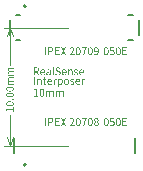
<source format=gto>
G04*
G04 #@! TF.GenerationSoftware,Altium Limited,Altium Designer,20.0.12 (288)*
G04*
G04 Layer_Color=65535*
%FSLAX25Y25*%
%MOIN*%
G70*
G01*
G75*
%ADD10C,0.00787*%
%ADD11C,0.00500*%
%ADD12C,0.00295*%
G36*
X18312Y36933D02*
X18372Y36928D01*
X18437Y36915D01*
X18511Y36901D01*
X18589Y36878D01*
X18663Y36850D01*
X18668D01*
X18672Y36845D01*
X18695Y36836D01*
X18732Y36813D01*
X18779Y36790D01*
X18834Y36753D01*
X18890Y36716D01*
X18945Y36670D01*
X19000Y36619D01*
X18820Y36402D01*
X18816Y36406D01*
X18797Y36420D01*
X18774Y36443D01*
X18742Y36466D01*
X18705Y36499D01*
X18658Y36526D01*
X18608Y36554D01*
X18557Y36582D01*
X18552Y36586D01*
X18534Y36591D01*
X18501Y36605D01*
X18464Y36619D01*
X18414Y36628D01*
X18358Y36642D01*
X18298Y36647D01*
X18229Y36651D01*
X18192D01*
X18155Y36647D01*
X18104Y36637D01*
X18049Y36628D01*
X17989Y36610D01*
X17933Y36582D01*
X17878Y36549D01*
X17873Y36545D01*
X17859Y36531D01*
X17836Y36508D01*
X17813Y36476D01*
X17785Y36434D01*
X17767Y36388D01*
X17748Y36332D01*
X17744Y36268D01*
Y36263D01*
Y36254D01*
Y36235D01*
X17748Y36212D01*
X17758Y36161D01*
X17781Y36106D01*
Y36101D01*
X17790Y36097D01*
X17808Y36069D01*
X17841Y36032D01*
X17882Y35991D01*
X17887D01*
X17892Y35981D01*
X17905Y35972D01*
X17924Y35963D01*
X17970Y35935D01*
X18021Y35903D01*
X18025D01*
X18035Y35898D01*
X18049Y35889D01*
X18072Y35880D01*
X18123Y35861D01*
X18178Y35838D01*
X18548Y35676D01*
X18552D01*
X18566Y35667D01*
X18589Y35658D01*
X18617Y35644D01*
X18682Y35612D01*
X18756Y35565D01*
X18760Y35561D01*
X18774Y35556D01*
X18792Y35542D01*
X18816Y35524D01*
X18871Y35478D01*
X18926Y35422D01*
X18931Y35418D01*
X18940Y35408D01*
X18954Y35390D01*
X18968Y35371D01*
X18986Y35344D01*
X19005Y35311D01*
X19042Y35233D01*
Y35228D01*
X19047Y35214D01*
X19056Y35191D01*
X19065Y35164D01*
X19070Y35127D01*
X19079Y35085D01*
X19083Y35034D01*
Y34983D01*
Y34979D01*
Y34956D01*
X19079Y34928D01*
X19074Y34886D01*
X19070Y34845D01*
X19056Y34794D01*
X19042Y34743D01*
X19019Y34692D01*
X19014Y34688D01*
X19010Y34669D01*
X18996Y34646D01*
X18973Y34614D01*
X18949Y34577D01*
X18922Y34535D01*
X18885Y34498D01*
X18843Y34457D01*
X18839Y34452D01*
X18825Y34438D01*
X18797Y34420D01*
X18765Y34401D01*
X18723Y34374D01*
X18677Y34346D01*
X18626Y34323D01*
X18566Y34299D01*
X18557D01*
X18538Y34290D01*
X18506Y34281D01*
X18460Y34272D01*
X18404Y34263D01*
X18344Y34253D01*
X18270Y34249D01*
X18196Y34244D01*
X18150D01*
X18100Y34249D01*
X18030Y34258D01*
X17952Y34267D01*
X17868Y34286D01*
X17776Y34313D01*
X17688Y34346D01*
X17684D01*
X17679Y34350D01*
X17651Y34364D01*
X17605Y34387D01*
X17550Y34420D01*
X17490Y34461D01*
X17420Y34508D01*
X17351Y34563D01*
X17286Y34628D01*
X17485Y34854D01*
X17490Y34849D01*
X17508Y34831D01*
X17540Y34803D01*
X17577Y34771D01*
X17624Y34734D01*
X17679Y34692D01*
X17744Y34655D01*
X17808Y34618D01*
X17818Y34614D01*
X17841Y34604D01*
X17878Y34591D01*
X17929Y34577D01*
X17989Y34558D01*
X18053Y34544D01*
X18127Y34535D01*
X18201Y34530D01*
X18243D01*
X18289Y34535D01*
X18349Y34544D01*
X18414Y34558D01*
X18478Y34581D01*
X18543Y34609D01*
X18603Y34646D01*
X18608Y34651D01*
X18626Y34669D01*
X18649Y34692D01*
X18677Y34729D01*
X18700Y34775D01*
X18723Y34826D01*
X18742Y34886D01*
X18746Y34956D01*
Y34960D01*
Y34974D01*
Y34988D01*
X18742Y35011D01*
X18732Y35067D01*
X18709Y35122D01*
Y35127D01*
X18705Y35136D01*
X18686Y35164D01*
X18658Y35201D01*
X18617Y35242D01*
X18612Y35247D01*
X18608Y35251D01*
X18580Y35274D01*
X18538Y35302D01*
X18483Y35330D01*
X18478D01*
X18469Y35339D01*
X18455Y35344D01*
X18432Y35357D01*
X18377Y35381D01*
X18312Y35413D01*
X17938Y35579D01*
X17933D01*
X17924Y35584D01*
X17905Y35593D01*
X17882Y35607D01*
X17822Y35635D01*
X17753Y35672D01*
X17748Y35676D01*
X17739Y35681D01*
X17721Y35695D01*
X17697Y35709D01*
X17642Y35750D01*
X17582Y35806D01*
X17577Y35810D01*
X17568Y35820D01*
X17554Y35838D01*
X17540Y35861D01*
X17517Y35889D01*
X17499Y35921D01*
X17457Y35995D01*
Y36000D01*
X17448Y36014D01*
X17443Y36037D01*
X17434Y36069D01*
X17425Y36106D01*
X17420Y36148D01*
X17411Y36198D01*
Y36249D01*
Y36254D01*
Y36272D01*
X17416Y36305D01*
X17420Y36337D01*
X17425Y36379D01*
X17439Y36425D01*
X17453Y36476D01*
X17471Y36522D01*
X17476Y36526D01*
X17485Y36545D01*
X17499Y36568D01*
X17517Y36600D01*
X17540Y36633D01*
X17573Y36670D01*
X17642Y36744D01*
X17647Y36748D01*
X17661Y36757D01*
X17684Y36776D01*
X17716Y36794D01*
X17753Y36817D01*
X17799Y36845D01*
X17845Y36868D01*
X17901Y36887D01*
X17905Y36891D01*
X17929Y36896D01*
X17956Y36905D01*
X17998Y36915D01*
X18044Y36924D01*
X18100Y36928D01*
X18164Y36938D01*
X18270D01*
X18312Y36933D01*
D02*
G37*
G36*
X22539Y36258D02*
X22590Y36254D01*
X22659Y36240D01*
X22729Y36217D01*
X22803Y36184D01*
X22872Y36138D01*
X22932Y36074D01*
X22937Y36064D01*
X22955Y36037D01*
X22978Y35995D01*
X23006Y35930D01*
X23029Y35852D01*
X23052Y35755D01*
X23071Y35644D01*
X23075Y35510D01*
Y34290D01*
X22752D01*
Y35468D01*
Y35473D01*
Y35482D01*
Y35496D01*
Y35515D01*
X22747Y35561D01*
X22743Y35621D01*
X22729Y35686D01*
X22715Y35750D01*
X22692Y35810D01*
X22664Y35861D01*
X22659Y35866D01*
X22646Y35880D01*
X22627Y35898D01*
X22595Y35921D01*
X22558Y35944D01*
X22512Y35963D01*
X22452Y35977D01*
X22387Y35981D01*
X22359D01*
X22331Y35977D01*
X22294Y35972D01*
X22253Y35963D01*
X22211Y35949D01*
X22165Y35930D01*
X22119Y35907D01*
X22114Y35903D01*
X22100Y35893D01*
X22073Y35875D01*
X22045Y35852D01*
X22003Y35820D01*
X21957Y35783D01*
X21911Y35736D01*
X21856Y35686D01*
Y34290D01*
X21532D01*
Y36217D01*
X21800D01*
X21828Y35940D01*
X21842D01*
X21846Y35944D01*
X21865Y35963D01*
X21892Y35991D01*
X21929Y36023D01*
X21976Y36055D01*
X22022Y36097D01*
X22133Y36171D01*
X22142Y36175D01*
X22160Y36184D01*
X22193Y36198D01*
X22234Y36217D01*
X22285Y36235D01*
X22345Y36249D01*
X22414Y36258D01*
X22489Y36263D01*
X22516D01*
X22539Y36258D01*
D02*
G37*
G36*
X24313D02*
X24360Y36254D01*
X24410Y36249D01*
X24466Y36235D01*
X24521Y36222D01*
X24581Y36198D01*
X24586Y36194D01*
X24609Y36189D01*
X24637Y36175D01*
X24674Y36157D01*
X24711Y36134D01*
X24757Y36111D01*
X24845Y36046D01*
X24692Y35838D01*
X24688Y35843D01*
X24674Y35852D01*
X24655Y35866D01*
X24627Y35884D01*
X24595Y35903D01*
X24563Y35926D01*
X24484Y35963D01*
X24480D01*
X24466Y35972D01*
X24443Y35977D01*
X24415Y35986D01*
X24378Y35995D01*
X24341Y36000D01*
X24249Y36009D01*
X24221D01*
X24189Y36004D01*
X24147Y36000D01*
X24105Y35991D01*
X24059Y35972D01*
X24018Y35954D01*
X23981Y35926D01*
X23976Y35921D01*
X23967Y35912D01*
X23953Y35893D01*
X23939Y35870D01*
X23925Y35843D01*
X23911Y35810D01*
X23902Y35773D01*
X23898Y35732D01*
Y35727D01*
Y35723D01*
X23902Y35695D01*
X23911Y35658D01*
X23930Y35616D01*
X23934Y35607D01*
X23958Y35588D01*
X23985Y35556D01*
X24027Y35528D01*
X24032D01*
X24036Y35524D01*
X24050Y35515D01*
X24069Y35505D01*
X24110Y35482D01*
X24166Y35459D01*
X24170D01*
X24179Y35455D01*
X24193Y35450D01*
X24216Y35441D01*
X24267Y35422D01*
X24327Y35399D01*
X24332D01*
X24346Y35390D01*
X24364Y35385D01*
X24392Y35371D01*
X24424Y35362D01*
X24457Y35348D01*
X24535Y35316D01*
X24540D01*
X24554Y35307D01*
X24572Y35298D01*
X24600Y35288D01*
X24660Y35251D01*
X24724Y35205D01*
X24729Y35201D01*
X24738Y35196D01*
X24752Y35177D01*
X24771Y35159D01*
X24817Y35108D01*
X24859Y35043D01*
X24863Y35039D01*
X24868Y35025D01*
X24877Y35006D01*
X24886Y34979D01*
X24895Y34946D01*
X24905Y34909D01*
X24914Y34863D01*
Y34817D01*
Y34812D01*
Y34798D01*
Y34775D01*
X24909Y34743D01*
X24905Y34711D01*
X24895Y34669D01*
X24868Y34591D01*
Y34586D01*
X24859Y34572D01*
X24849Y34554D01*
X24835Y34530D01*
X24794Y34470D01*
X24734Y34410D01*
X24729Y34406D01*
X24720Y34397D01*
X24697Y34383D01*
X24674Y34364D01*
X24641Y34346D01*
X24604Y34327D01*
X24558Y34309D01*
X24512Y34290D01*
X24507D01*
X24489Y34281D01*
X24461Y34276D01*
X24424Y34267D01*
X24378Y34258D01*
X24327Y34253D01*
X24267Y34244D01*
X24170D01*
X24133Y34249D01*
X24082Y34253D01*
X24022Y34263D01*
X23953Y34276D01*
X23884Y34295D01*
X23814Y34318D01*
X23805Y34323D01*
X23782Y34332D01*
X23750Y34346D01*
X23704Y34369D01*
X23653Y34397D01*
X23602Y34429D01*
X23546Y34466D01*
X23491Y34508D01*
X23653Y34725D01*
X23657Y34720D01*
X23676Y34706D01*
X23699Y34688D01*
X23731Y34664D01*
X23773Y34641D01*
X23814Y34614D01*
X23911Y34558D01*
X23916Y34554D01*
X23934Y34549D01*
X23962Y34540D01*
X23999Y34526D01*
X24045Y34512D01*
X24101Y34503D01*
X24156Y34498D01*
X24221Y34494D01*
X24253D01*
X24286Y34498D01*
X24327Y34503D01*
X24373Y34517D01*
X24420Y34530D01*
X24466Y34554D01*
X24503Y34581D01*
X24507Y34586D01*
X24517Y34595D01*
X24535Y34614D01*
X24554Y34641D01*
X24567Y34674D01*
X24586Y34706D01*
X24595Y34748D01*
X24600Y34794D01*
Y34798D01*
Y34808D01*
Y34822D01*
X24595Y34840D01*
X24581Y34882D01*
X24558Y34928D01*
Y34933D01*
X24554Y34937D01*
X24531Y34960D01*
X24498Y34993D01*
X24457Y35025D01*
X24452D01*
X24447Y35034D01*
X24433Y35039D01*
X24415Y35048D01*
X24373Y35076D01*
X24318Y35099D01*
X24313D01*
X24304Y35103D01*
X24290Y35113D01*
X24267Y35117D01*
X24221Y35136D01*
X24161Y35159D01*
X24156D01*
X24142Y35164D01*
X24124Y35173D01*
X24096Y35182D01*
X24064Y35196D01*
X24027Y35210D01*
X23953Y35242D01*
X23948D01*
X23934Y35251D01*
X23916Y35260D01*
X23893Y35274D01*
X23833Y35307D01*
X23768Y35353D01*
X23764Y35357D01*
X23754Y35367D01*
X23741Y35376D01*
X23722Y35394D01*
X23680Y35445D01*
X23634Y35505D01*
Y35510D01*
X23625Y35519D01*
X23620Y35538D01*
X23611Y35565D01*
X23602Y35598D01*
X23593Y35630D01*
X23588Y35672D01*
X23583Y35718D01*
Y35723D01*
Y35736D01*
X23588Y35759D01*
Y35787D01*
X23602Y35857D01*
X23630Y35930D01*
Y35935D01*
X23639Y35949D01*
X23648Y35967D01*
X23662Y35991D01*
X23704Y36046D01*
X23759Y36106D01*
X23764Y36111D01*
X23773Y36120D01*
X23791Y36134D01*
X23819Y36148D01*
X23847Y36166D01*
X23884Y36184D01*
X23967Y36222D01*
X23971D01*
X23990Y36226D01*
X24013Y36235D01*
X24050Y36245D01*
X24092Y36249D01*
X24138Y36258D01*
X24193Y36263D01*
X24281D01*
X24313Y36258D01*
D02*
G37*
G36*
X15212D02*
X15240D01*
X15272Y36254D01*
X15351Y36235D01*
X15434Y36212D01*
X15517Y36171D01*
X15600Y36120D01*
X15632Y36083D01*
X15665Y36046D01*
Y36041D01*
X15669Y36037D01*
X15679Y36023D01*
X15688Y36009D01*
X15702Y35986D01*
X15716Y35958D01*
X15743Y35893D01*
X15771Y35810D01*
X15799Y35713D01*
X15817Y35598D01*
X15822Y35468D01*
Y34290D01*
X15554D01*
X15526Y34517D01*
X15512D01*
X15508Y34512D01*
X15489Y34498D01*
X15461Y34475D01*
X15425Y34447D01*
X15378Y34420D01*
X15327Y34387D01*
X15217Y34323D01*
X15207Y34318D01*
X15189Y34309D01*
X15157Y34299D01*
X15115Y34286D01*
X15064Y34267D01*
X15004Y34258D01*
X14944Y34249D01*
X14875Y34244D01*
X14852D01*
X14833Y34249D01*
X14792Y34253D01*
X14736Y34263D01*
X14671Y34276D01*
X14602Y34304D01*
X14537Y34337D01*
X14473Y34383D01*
X14468Y34387D01*
X14450Y34410D01*
X14422Y34443D01*
X14394Y34489D01*
X14362Y34544D01*
X14339Y34614D01*
X14320Y34697D01*
X14311Y34789D01*
Y34794D01*
Y34803D01*
Y34822D01*
X14316Y34840D01*
X14320Y34868D01*
X14325Y34896D01*
X14348Y34969D01*
X14380Y35043D01*
X14403Y35085D01*
X14431Y35127D01*
X14464Y35164D01*
X14501Y35201D01*
X14542Y35237D01*
X14593Y35270D01*
X14597D01*
X14607Y35279D01*
X14625Y35288D01*
X14648Y35298D01*
X14676Y35311D01*
X14713Y35330D01*
X14759Y35344D01*
X14810Y35362D01*
X14870Y35385D01*
X14935Y35404D01*
X15009Y35422D01*
X15092Y35445D01*
X15180Y35464D01*
X15277Y35478D01*
X15383Y35496D01*
X15494Y35510D01*
Y35515D01*
Y35524D01*
Y35542D01*
Y35565D01*
X15484Y35625D01*
X15475Y35690D01*
Y35695D01*
X15471Y35704D01*
X15466Y35723D01*
X15461Y35741D01*
X15443Y35792D01*
X15415Y35843D01*
Y35847D01*
X15406Y35857D01*
X15383Y35884D01*
X15346Y35917D01*
X15295Y35954D01*
X15291D01*
X15281Y35958D01*
X15263Y35967D01*
X15240Y35977D01*
X15212Y35981D01*
X15180Y35991D01*
X15138Y35995D01*
X15069D01*
X15036Y35991D01*
X14995Y35986D01*
X14949Y35981D01*
X14893Y35967D01*
X14838Y35954D01*
X14782Y35930D01*
X14778Y35926D01*
X14759Y35921D01*
X14731Y35907D01*
X14694Y35889D01*
X14658Y35866D01*
X14611Y35843D01*
X14524Y35787D01*
X14394Y36014D01*
X14399Y36018D01*
X14417Y36027D01*
X14445Y36046D01*
X14487Y36069D01*
X14533Y36092D01*
X14588Y36120D01*
X14653Y36152D01*
X14722Y36180D01*
X14727D01*
X14731Y36184D01*
X14759Y36194D01*
X14796Y36208D01*
X14852Y36222D01*
X14916Y36235D01*
X14986Y36249D01*
X15069Y36258D01*
X15152Y36263D01*
X15184D01*
X15212Y36258D01*
D02*
G37*
G36*
X11169Y36887D02*
X11225Y36882D01*
X11290Y36878D01*
X11414Y36854D01*
X11424D01*
X11442Y36845D01*
X11474Y36836D01*
X11516Y36827D01*
X11562Y36808D01*
X11608Y36785D01*
X11659Y36762D01*
X11705Y36730D01*
X11710Y36725D01*
X11724Y36716D01*
X11747Y36693D01*
X11775Y36670D01*
X11802Y36637D01*
X11835Y36596D01*
X11863Y36554D01*
X11890Y36503D01*
X11895Y36499D01*
X11899Y36480D01*
X11913Y36448D01*
X11927Y36411D01*
X11936Y36360D01*
X11950Y36300D01*
X11955Y36235D01*
X11959Y36161D01*
Y36157D01*
Y36148D01*
Y36134D01*
Y36111D01*
X11955Y36088D01*
X11950Y36055D01*
X11941Y35986D01*
X11923Y35907D01*
X11895Y35824D01*
X11853Y35746D01*
X11802Y35672D01*
X11793Y35662D01*
X11775Y35644D01*
X11738Y35612D01*
X11692Y35575D01*
X11631Y35533D01*
X11558Y35491D01*
X11474Y35455D01*
X11377Y35422D01*
X12038Y34290D01*
X11664D01*
X11035Y35385D01*
X10564D01*
Y34290D01*
X10236D01*
Y36891D01*
X11123D01*
X11169Y36887D01*
D02*
G37*
G36*
X26152Y36258D02*
X26198Y36254D01*
X26249Y36249D01*
X26305Y36235D01*
X26360Y36222D01*
X26416Y36198D01*
X26420Y36194D01*
X26439Y36189D01*
X26466Y36175D01*
X26503Y36152D01*
X26540Y36129D01*
X26582Y36097D01*
X26623Y36060D01*
X26660Y36018D01*
X26665Y36014D01*
X26674Y35995D01*
X26693Y35972D01*
X26716Y35940D01*
X26739Y35893D01*
X26762Y35847D01*
X26785Y35792D01*
X26808Y35732D01*
X26813Y35723D01*
X26817Y35704D01*
X26827Y35667D01*
X26836Y35621D01*
X26845Y35565D01*
X26850Y35505D01*
X26859Y35432D01*
Y35357D01*
Y35348D01*
Y35325D01*
Y35293D01*
X26854Y35256D01*
Y35247D01*
Y35228D01*
X26850Y35201D01*
X26845Y35173D01*
X25547D01*
Y35168D01*
Y35159D01*
X25552Y35145D01*
Y35122D01*
X25556Y35094D01*
X25561Y35067D01*
X25579Y34997D01*
X25602Y34919D01*
X25635Y34835D01*
X25681Y34757D01*
X25736Y34683D01*
X25746Y34674D01*
X25769Y34655D01*
X25806Y34628D01*
X25861Y34595D01*
X25926Y34558D01*
X26000Y34530D01*
X26092Y34512D01*
X26189Y34503D01*
X26212D01*
X26240Y34508D01*
X26272D01*
X26314Y34512D01*
X26355Y34521D01*
X26443Y34544D01*
X26448D01*
X26462Y34554D01*
X26485Y34563D01*
X26517Y34572D01*
X26549Y34591D01*
X26591Y34609D01*
X26670Y34655D01*
X26785Y34438D01*
X26780Y34433D01*
X26762Y34424D01*
X26734Y34410D01*
X26702Y34392D01*
X26660Y34369D01*
X26610Y34346D01*
X26554Y34323D01*
X26499Y34299D01*
X26494D01*
X26471Y34290D01*
X26439Y34281D01*
X26397Y34272D01*
X26346Y34263D01*
X26286Y34253D01*
X26221Y34249D01*
X26147Y34244D01*
X26115D01*
X26078Y34249D01*
X26027Y34253D01*
X25972Y34258D01*
X25912Y34272D01*
X25847Y34286D01*
X25782Y34309D01*
X25773Y34313D01*
X25755Y34323D01*
X25723Y34337D01*
X25686Y34360D01*
X25639Y34387D01*
X25589Y34424D01*
X25538Y34461D01*
X25491Y34508D01*
X25487Y34512D01*
X25473Y34530D01*
X25450Y34558D01*
X25422Y34595D01*
X25390Y34641D01*
X25357Y34697D01*
X25321Y34757D01*
X25293Y34822D01*
X25288Y34831D01*
X25284Y34854D01*
X25270Y34896D01*
X25260Y34946D01*
X25247Y35011D01*
X25233Y35080D01*
X25228Y35159D01*
X25223Y35247D01*
Y35251D01*
Y35256D01*
Y35270D01*
Y35288D01*
X25228Y35334D01*
X25233Y35390D01*
X25242Y35459D01*
X25256Y35528D01*
X25274Y35602D01*
X25297Y35676D01*
X25302Y35686D01*
X25311Y35709D01*
X25325Y35741D01*
X25348Y35787D01*
X25376Y35838D01*
X25413Y35889D01*
X25450Y35944D01*
X25491Y35995D01*
X25496Y36000D01*
X25515Y36018D01*
X25538Y36041D01*
X25570Y36069D01*
X25612Y36101D01*
X25658Y36134D01*
X25709Y36166D01*
X25764Y36194D01*
X25773Y36198D01*
X25792Y36203D01*
X25824Y36217D01*
X25866Y36231D01*
X25912Y36240D01*
X25967Y36254D01*
X26027Y36258D01*
X26087Y36263D01*
X26120D01*
X26152Y36258D01*
D02*
G37*
G36*
X20349D02*
X20396Y36254D01*
X20446Y36249D01*
X20502Y36235D01*
X20557Y36222D01*
X20613Y36198D01*
X20617Y36194D01*
X20636Y36189D01*
X20664Y36175D01*
X20700Y36152D01*
X20738Y36129D01*
X20779Y36097D01*
X20821Y36060D01*
X20858Y36018D01*
X20862Y36014D01*
X20872Y35995D01*
X20890Y35972D01*
X20913Y35940D01*
X20936Y35893D01*
X20959Y35847D01*
X20982Y35792D01*
X21005Y35732D01*
X21010Y35723D01*
X21015Y35704D01*
X21024Y35667D01*
X21033Y35621D01*
X21042Y35565D01*
X21047Y35505D01*
X21056Y35432D01*
Y35357D01*
Y35348D01*
Y35325D01*
Y35293D01*
X21052Y35256D01*
Y35247D01*
Y35228D01*
X21047Y35201D01*
X21042Y35173D01*
X19744D01*
Y35168D01*
Y35159D01*
X19749Y35145D01*
Y35122D01*
X19753Y35094D01*
X19758Y35067D01*
X19776Y34997D01*
X19800Y34919D01*
X19832Y34835D01*
X19878Y34757D01*
X19934Y34683D01*
X19943Y34674D01*
X19966Y34655D01*
X20003Y34628D01*
X20058Y34595D01*
X20123Y34558D01*
X20197Y34530D01*
X20289Y34512D01*
X20386Y34503D01*
X20410D01*
X20437Y34508D01*
X20470D01*
X20511Y34512D01*
X20553Y34521D01*
X20640Y34544D01*
X20645D01*
X20659Y34554D01*
X20682Y34563D01*
X20714Y34572D01*
X20747Y34591D01*
X20788Y34609D01*
X20867Y34655D01*
X20982Y34438D01*
X20978Y34433D01*
X20959Y34424D01*
X20932Y34410D01*
X20899Y34392D01*
X20858Y34369D01*
X20807Y34346D01*
X20751Y34323D01*
X20696Y34299D01*
X20691D01*
X20668Y34290D01*
X20636Y34281D01*
X20594Y34272D01*
X20543Y34263D01*
X20483Y34253D01*
X20419Y34249D01*
X20345Y34244D01*
X20312D01*
X20276Y34249D01*
X20225Y34253D01*
X20169Y34258D01*
X20109Y34272D01*
X20044Y34286D01*
X19980Y34309D01*
X19971Y34313D01*
X19952Y34323D01*
X19920Y34337D01*
X19883Y34360D01*
X19837Y34387D01*
X19786Y34424D01*
X19735Y34461D01*
X19689Y34508D01*
X19684Y34512D01*
X19670Y34530D01*
X19647Y34558D01*
X19619Y34595D01*
X19587Y34641D01*
X19555Y34697D01*
X19518Y34757D01*
X19490Y34822D01*
X19486Y34831D01*
X19481Y34854D01*
X19467Y34896D01*
X19458Y34946D01*
X19444Y35011D01*
X19430Y35080D01*
X19425Y35159D01*
X19421Y35247D01*
Y35251D01*
Y35256D01*
Y35270D01*
Y35288D01*
X19425Y35334D01*
X19430Y35390D01*
X19439Y35459D01*
X19453Y35528D01*
X19472Y35602D01*
X19495Y35676D01*
X19499Y35686D01*
X19509Y35709D01*
X19522Y35741D01*
X19545Y35787D01*
X19573Y35838D01*
X19610Y35889D01*
X19647Y35944D01*
X19689Y35995D01*
X19693Y36000D01*
X19712Y36018D01*
X19735Y36041D01*
X19767Y36069D01*
X19809Y36101D01*
X19855Y36134D01*
X19906Y36166D01*
X19961Y36194D01*
X19971Y36198D01*
X19989Y36203D01*
X20021Y36217D01*
X20063Y36231D01*
X20109Y36240D01*
X20165Y36254D01*
X20225Y36258D01*
X20285Y36263D01*
X20317D01*
X20349Y36258D01*
D02*
G37*
G36*
X16755Y34655D02*
Y34651D01*
Y34641D01*
Y34628D01*
X16760Y34609D01*
X16769Y34572D01*
X16773Y34554D01*
X16783Y34540D01*
X16787Y34535D01*
X16801Y34526D01*
X16820Y34517D01*
X16847Y34512D01*
X16903D01*
X16921Y34517D01*
X16963Y34276D01*
X16958D01*
X16940Y34267D01*
X16917Y34263D01*
X16884Y34253D01*
X16875D01*
X16857Y34249D01*
X16824Y34244D01*
X16746D01*
X16714Y34249D01*
X16672Y34258D01*
X16630Y34272D01*
X16584Y34290D01*
X16543Y34313D01*
X16510Y34350D01*
X16506Y34355D01*
X16496Y34374D01*
X16487Y34397D01*
X16473Y34433D01*
X16455Y34480D01*
X16445Y34535D01*
X16436Y34600D01*
X16432Y34678D01*
Y37113D01*
X16755D01*
Y34655D01*
D02*
G37*
G36*
X13249Y36258D02*
X13295Y36254D01*
X13345Y36249D01*
X13401Y36235D01*
X13456Y36222D01*
X13512Y36198D01*
X13516Y36194D01*
X13535Y36189D01*
X13563Y36175D01*
X13600Y36152D01*
X13636Y36129D01*
X13678Y36097D01*
X13720Y36060D01*
X13757Y36018D01*
X13761Y36014D01*
X13770Y35995D01*
X13789Y35972D01*
X13812Y35940D01*
X13835Y35893D01*
X13858Y35847D01*
X13881Y35792D01*
X13905Y35732D01*
X13909Y35723D01*
X13914Y35704D01*
X13923Y35667D01*
X13932Y35621D01*
X13941Y35565D01*
X13946Y35505D01*
X13955Y35432D01*
Y35357D01*
Y35348D01*
Y35325D01*
Y35293D01*
X13951Y35256D01*
Y35247D01*
Y35228D01*
X13946Y35201D01*
X13941Y35173D01*
X12643D01*
Y35168D01*
Y35159D01*
X12648Y35145D01*
Y35122D01*
X12652Y35094D01*
X12657Y35067D01*
X12676Y34997D01*
X12699Y34919D01*
X12731Y34835D01*
X12777Y34757D01*
X12833Y34683D01*
X12842Y34674D01*
X12865Y34655D01*
X12902Y34628D01*
X12957Y34595D01*
X13022Y34558D01*
X13096Y34530D01*
X13188Y34512D01*
X13285Y34503D01*
X13308D01*
X13336Y34508D01*
X13369D01*
X13410Y34512D01*
X13452Y34521D01*
X13540Y34544D01*
X13544D01*
X13558Y34554D01*
X13581Y34563D01*
X13613Y34572D01*
X13646Y34591D01*
X13687Y34609D01*
X13766Y34655D01*
X13881Y34438D01*
X13877Y34433D01*
X13858Y34424D01*
X13831Y34410D01*
X13798Y34392D01*
X13757Y34369D01*
X13706Y34346D01*
X13650Y34323D01*
X13595Y34299D01*
X13590D01*
X13567Y34290D01*
X13535Y34281D01*
X13493Y34272D01*
X13442Y34263D01*
X13382Y34253D01*
X13318Y34249D01*
X13244Y34244D01*
X13212D01*
X13174Y34249D01*
X13124Y34253D01*
X13068Y34258D01*
X13008Y34272D01*
X12944Y34286D01*
X12879Y34309D01*
X12870Y34313D01*
X12851Y34323D01*
X12819Y34337D01*
X12782Y34360D01*
X12736Y34387D01*
X12685Y34424D01*
X12634Y34461D01*
X12588Y34508D01*
X12583Y34512D01*
X12569Y34530D01*
X12546Y34558D01*
X12518Y34595D01*
X12486Y34641D01*
X12454Y34697D01*
X12417Y34757D01*
X12389Y34822D01*
X12385Y34831D01*
X12380Y34854D01*
X12366Y34896D01*
X12357Y34946D01*
X12343Y35011D01*
X12329Y35080D01*
X12325Y35159D01*
X12320Y35247D01*
Y35251D01*
Y35256D01*
Y35270D01*
Y35288D01*
X12325Y35334D01*
X12329Y35390D01*
X12338Y35459D01*
X12352Y35528D01*
X12371Y35602D01*
X12394Y35676D01*
X12398Y35686D01*
X12408Y35709D01*
X12421Y35741D01*
X12445Y35787D01*
X12472Y35838D01*
X12509Y35889D01*
X12546Y35944D01*
X12588Y35995D01*
X12592Y36000D01*
X12611Y36018D01*
X12634Y36041D01*
X12666Y36069D01*
X12708Y36101D01*
X12754Y36134D01*
X12805Y36166D01*
X12860Y36194D01*
X12870Y36198D01*
X12888Y36203D01*
X12920Y36217D01*
X12962Y36231D01*
X13008Y36240D01*
X13064Y36254D01*
X13124Y36258D01*
X13184Y36263D01*
X13216D01*
X13249Y36258D01*
D02*
G37*
G36*
X19093Y33091D02*
X19139Y33086D01*
X19190Y33077D01*
X19245Y33068D01*
X19301Y33049D01*
X19356Y33026D01*
X19361Y33022D01*
X19379Y33012D01*
X19407Y32999D01*
X19439Y32976D01*
X19476Y32948D01*
X19518Y32915D01*
X19559Y32874D01*
X19596Y32828D01*
X19601Y32823D01*
X19610Y32805D01*
X19629Y32777D01*
X19652Y32740D01*
X19675Y32694D01*
X19698Y32643D01*
X19721Y32583D01*
X19740Y32518D01*
X19744Y32509D01*
X19749Y32486D01*
X19758Y32449D01*
X19767Y32398D01*
X19776Y32338D01*
X19781Y32269D01*
X19790Y32195D01*
Y32111D01*
Y32107D01*
Y32102D01*
Y32088D01*
Y32070D01*
X19786Y32024D01*
X19781Y31964D01*
X19772Y31899D01*
X19763Y31825D01*
X19744Y31747D01*
X19721Y31673D01*
X19716Y31663D01*
X19707Y31640D01*
X19693Y31603D01*
X19675Y31562D01*
X19647Y31511D01*
X19619Y31455D01*
X19582Y31400D01*
X19541Y31345D01*
X19536Y31340D01*
X19522Y31321D01*
X19495Y31298D01*
X19462Y31271D01*
X19425Y31238D01*
X19379Y31201D01*
X19328Y31169D01*
X19273Y31141D01*
X19268Y31137D01*
X19245Y31132D01*
X19218Y31123D01*
X19181Y31109D01*
X19130Y31095D01*
X19079Y31086D01*
X19019Y31081D01*
X18959Y31077D01*
X18936D01*
X18908Y31081D01*
X18871Y31086D01*
X18829Y31091D01*
X18783Y31100D01*
X18737Y31114D01*
X18686Y31132D01*
X18682Y31137D01*
X18663Y31141D01*
X18640Y31155D01*
X18603Y31174D01*
X18566Y31197D01*
X18520Y31225D01*
X18423Y31294D01*
X18428Y30961D01*
Y30310D01*
X18104D01*
Y33049D01*
X18372D01*
X18400Y32828D01*
X18414D01*
X18418Y32832D01*
X18437Y32846D01*
X18464Y32869D01*
X18497Y32892D01*
X18538Y32925D01*
X18589Y32952D01*
X18645Y32985D01*
X18700Y33017D01*
X18709Y33022D01*
X18728Y33031D01*
X18760Y33040D01*
X18802Y33059D01*
X18848Y33073D01*
X18903Y33082D01*
X18963Y33091D01*
X19028Y33096D01*
X19060D01*
X19093Y33091D01*
D02*
G37*
G36*
X12255D02*
X12306Y33086D01*
X12375Y33073D01*
X12445Y33049D01*
X12518Y33017D01*
X12588Y32971D01*
X12648Y32906D01*
X12652Y32897D01*
X12671Y32869D01*
X12694Y32828D01*
X12722Y32763D01*
X12745Y32684D01*
X12768Y32587D01*
X12787Y32476D01*
X12791Y32342D01*
Y31123D01*
X12468D01*
Y32301D01*
Y32306D01*
Y32315D01*
Y32329D01*
Y32347D01*
X12463Y32393D01*
X12458Y32453D01*
X12445Y32518D01*
X12431Y32583D01*
X12408Y32643D01*
X12380Y32694D01*
X12375Y32698D01*
X12361Y32712D01*
X12343Y32731D01*
X12311Y32754D01*
X12274Y32777D01*
X12227Y32795D01*
X12167Y32809D01*
X12103Y32814D01*
X12075D01*
X12047Y32809D01*
X12010Y32805D01*
X11969Y32795D01*
X11927Y32781D01*
X11881Y32763D01*
X11835Y32740D01*
X11830Y32735D01*
X11816Y32726D01*
X11789Y32708D01*
X11761Y32684D01*
X11719Y32652D01*
X11673Y32615D01*
X11627Y32569D01*
X11571Y32518D01*
Y31123D01*
X11248D01*
Y33049D01*
X11516D01*
X11544Y32772D01*
X11558D01*
X11562Y32777D01*
X11581Y32795D01*
X11608Y32823D01*
X11645Y32855D01*
X11692Y32888D01*
X11738Y32929D01*
X11849Y33003D01*
X11858Y33008D01*
X11876Y33017D01*
X11909Y33031D01*
X11950Y33049D01*
X12001Y33068D01*
X12061Y33082D01*
X12130Y33091D01*
X12204Y33096D01*
X12232D01*
X12255Y33091D01*
D02*
G37*
G36*
X27016D02*
X27085Y33082D01*
X27155Y33059D01*
X27090Y32772D01*
X27081Y32777D01*
X27062Y32781D01*
X27035Y32786D01*
X27002Y32795D01*
X26998D01*
X26974Y32800D01*
X26947Y32805D01*
X26882D01*
X26859Y32800D01*
X26827Y32791D01*
X26785Y32781D01*
X26744Y32763D01*
X26697Y32735D01*
X26647Y32703D01*
X26642Y32698D01*
X26623Y32684D01*
X26600Y32661D01*
X26568Y32624D01*
X26536Y32578D01*
X26494Y32518D01*
X26452Y32444D01*
X26416Y32361D01*
Y31123D01*
X26092D01*
Y33049D01*
X26360D01*
X26388Y32698D01*
X26402D01*
X26406Y32708D01*
X26420Y32731D01*
X26439Y32763D01*
X26466Y32805D01*
X26503Y32851D01*
X26540Y32897D01*
X26586Y32948D01*
X26637Y32989D01*
X26642Y32994D01*
X26660Y33008D01*
X26693Y33022D01*
X26730Y33045D01*
X26776Y33063D01*
X26827Y33077D01*
X26887Y33091D01*
X26947Y33096D01*
X26988D01*
X27016Y33091D01*
D02*
G37*
G36*
X17651D02*
X17721Y33082D01*
X17790Y33059D01*
X17725Y32772D01*
X17716Y32777D01*
X17697Y32781D01*
X17670Y32786D01*
X17638Y32795D01*
X17633D01*
X17610Y32800D01*
X17582Y32805D01*
X17517D01*
X17494Y32800D01*
X17462Y32791D01*
X17420Y32781D01*
X17379Y32763D01*
X17333Y32735D01*
X17282Y32703D01*
X17277Y32698D01*
X17259Y32684D01*
X17235Y32661D01*
X17203Y32624D01*
X17171Y32578D01*
X17129Y32518D01*
X17088Y32444D01*
X17051Y32361D01*
Y31123D01*
X16727D01*
Y33049D01*
X16995D01*
X17023Y32698D01*
X17037D01*
X17041Y32708D01*
X17055Y32731D01*
X17074Y32763D01*
X17101Y32805D01*
X17139Y32851D01*
X17176Y32897D01*
X17222Y32948D01*
X17273Y32989D01*
X17277Y32994D01*
X17296Y33008D01*
X17328Y33022D01*
X17365Y33045D01*
X17411Y33063D01*
X17462Y33077D01*
X17522Y33091D01*
X17582Y33096D01*
X17624D01*
X17651Y33091D01*
D02*
G37*
G36*
X23071D02*
X23117Y33086D01*
X23168Y33082D01*
X23223Y33068D01*
X23279Y33054D01*
X23338Y33031D01*
X23343Y33026D01*
X23366Y33022D01*
X23394Y33008D01*
X23431Y32989D01*
X23468Y32966D01*
X23514Y32943D01*
X23602Y32878D01*
X23449Y32671D01*
X23445Y32675D01*
X23431Y32684D01*
X23413Y32698D01*
X23385Y32717D01*
X23352Y32735D01*
X23320Y32758D01*
X23242Y32795D01*
X23237D01*
X23223Y32805D01*
X23200Y32809D01*
X23172Y32818D01*
X23135Y32828D01*
X23098Y32832D01*
X23006Y32842D01*
X22978D01*
X22946Y32837D01*
X22904Y32832D01*
X22863Y32823D01*
X22817Y32805D01*
X22775Y32786D01*
X22738Y32758D01*
X22733Y32754D01*
X22724Y32745D01*
X22710Y32726D01*
X22696Y32703D01*
X22682Y32675D01*
X22669Y32643D01*
X22659Y32606D01*
X22655Y32564D01*
Y32560D01*
Y32555D01*
X22659Y32527D01*
X22669Y32490D01*
X22687Y32449D01*
X22692Y32440D01*
X22715Y32421D01*
X22743Y32389D01*
X22784Y32361D01*
X22789D01*
X22793Y32356D01*
X22807Y32347D01*
X22826Y32338D01*
X22867Y32315D01*
X22923Y32292D01*
X22927D01*
X22937Y32287D01*
X22951Y32283D01*
X22974Y32273D01*
X23024Y32255D01*
X23084Y32232D01*
X23089D01*
X23103Y32222D01*
X23121Y32218D01*
X23149Y32204D01*
X23181Y32195D01*
X23214Y32181D01*
X23292Y32149D01*
X23297D01*
X23311Y32139D01*
X23329Y32130D01*
X23357Y32121D01*
X23417Y32084D01*
X23482Y32038D01*
X23486Y32033D01*
X23496Y32028D01*
X23509Y32010D01*
X23528Y31991D01*
X23574Y31941D01*
X23616Y31876D01*
X23620Y31871D01*
X23625Y31857D01*
X23634Y31839D01*
X23643Y31811D01*
X23653Y31779D01*
X23662Y31742D01*
X23671Y31696D01*
Y31650D01*
Y31645D01*
Y31631D01*
Y31608D01*
X23667Y31576D01*
X23662Y31543D01*
X23653Y31502D01*
X23625Y31423D01*
Y31418D01*
X23616Y31405D01*
X23607Y31386D01*
X23593Y31363D01*
X23551Y31303D01*
X23491Y31243D01*
X23486Y31238D01*
X23477Y31229D01*
X23454Y31215D01*
X23431Y31197D01*
X23399Y31178D01*
X23362Y31160D01*
X23315Y31141D01*
X23269Y31123D01*
X23265D01*
X23246Y31114D01*
X23218Y31109D01*
X23181Y31100D01*
X23135Y31091D01*
X23084Y31086D01*
X23024Y31077D01*
X22927D01*
X22890Y31081D01*
X22840Y31086D01*
X22780Y31095D01*
X22710Y31109D01*
X22641Y31128D01*
X22572Y31151D01*
X22562Y31155D01*
X22539Y31164D01*
X22507Y31178D01*
X22461Y31201D01*
X22410Y31229D01*
X22359Y31261D01*
X22304Y31298D01*
X22248Y31340D01*
X22410Y31557D01*
X22414Y31552D01*
X22433Y31539D01*
X22456Y31520D01*
X22489Y31497D01*
X22530Y31474D01*
X22572Y31446D01*
X22669Y31391D01*
X22673Y31386D01*
X22692Y31382D01*
X22719Y31372D01*
X22756Y31359D01*
X22803Y31345D01*
X22858Y31335D01*
X22914Y31331D01*
X22978Y31326D01*
X23010D01*
X23043Y31331D01*
X23084Y31335D01*
X23131Y31349D01*
X23177Y31363D01*
X23223Y31386D01*
X23260Y31414D01*
X23265Y31418D01*
X23274Y31428D01*
X23292Y31446D01*
X23311Y31474D01*
X23325Y31506D01*
X23343Y31539D01*
X23352Y31580D01*
X23357Y31626D01*
Y31631D01*
Y31640D01*
Y31654D01*
X23352Y31673D01*
X23338Y31714D01*
X23315Y31760D01*
Y31765D01*
X23311Y31770D01*
X23288Y31793D01*
X23255Y31825D01*
X23214Y31857D01*
X23209D01*
X23205Y31867D01*
X23191Y31871D01*
X23172Y31881D01*
X23131Y31908D01*
X23075Y31931D01*
X23071D01*
X23061Y31936D01*
X23047Y31945D01*
X23024Y31950D01*
X22978Y31968D01*
X22918Y31991D01*
X22914D01*
X22900Y31996D01*
X22881Y32005D01*
X22853Y32015D01*
X22821Y32028D01*
X22784Y32042D01*
X22710Y32075D01*
X22706D01*
X22692Y32084D01*
X22673Y32093D01*
X22650Y32107D01*
X22590Y32139D01*
X22525Y32185D01*
X22521Y32190D01*
X22512Y32199D01*
X22498Y32208D01*
X22479Y32227D01*
X22438Y32278D01*
X22391Y32338D01*
Y32342D01*
X22382Y32352D01*
X22378Y32370D01*
X22368Y32398D01*
X22359Y32430D01*
X22350Y32463D01*
X22345Y32504D01*
X22341Y32550D01*
Y32555D01*
Y32569D01*
X22345Y32592D01*
Y32620D01*
X22359Y32689D01*
X22387Y32763D01*
Y32768D01*
X22396Y32781D01*
X22405Y32800D01*
X22419Y32823D01*
X22461Y32878D01*
X22516Y32939D01*
X22521Y32943D01*
X22530Y32952D01*
X22548Y32966D01*
X22576Y32980D01*
X22604Y32999D01*
X22641Y33017D01*
X22724Y33054D01*
X22729D01*
X22747Y33059D01*
X22770Y33068D01*
X22807Y33077D01*
X22849Y33082D01*
X22895Y33091D01*
X22951Y33096D01*
X23038D01*
X23071Y33091D01*
D02*
G37*
G36*
X10564Y31123D02*
X10236D01*
Y33724D01*
X10564D01*
Y31123D01*
D02*
G37*
G36*
X24909Y33091D02*
X24956Y33086D01*
X25006Y33082D01*
X25062Y33068D01*
X25117Y33054D01*
X25173Y33031D01*
X25177Y33026D01*
X25196Y33022D01*
X25223Y33008D01*
X25260Y32985D01*
X25297Y32962D01*
X25339Y32929D01*
X25381Y32892D01*
X25418Y32851D01*
X25422Y32846D01*
X25431Y32828D01*
X25450Y32805D01*
X25473Y32772D01*
X25496Y32726D01*
X25519Y32680D01*
X25542Y32624D01*
X25565Y32564D01*
X25570Y32555D01*
X25575Y32537D01*
X25584Y32500D01*
X25593Y32453D01*
X25602Y32398D01*
X25607Y32338D01*
X25616Y32264D01*
Y32190D01*
Y32181D01*
Y32158D01*
Y32125D01*
X25612Y32088D01*
Y32079D01*
Y32061D01*
X25607Y32033D01*
X25602Y32005D01*
X24304D01*
Y32001D01*
Y31991D01*
X24309Y31977D01*
Y31954D01*
X24313Y31927D01*
X24318Y31899D01*
X24337Y31830D01*
X24360Y31751D01*
X24392Y31668D01*
X24438Y31589D01*
X24494Y31515D01*
X24503Y31506D01*
X24526Y31488D01*
X24563Y31460D01*
X24618Y31428D01*
X24683Y31391D01*
X24757Y31363D01*
X24849Y31345D01*
X24946Y31335D01*
X24969D01*
X24997Y31340D01*
X25030D01*
X25071Y31345D01*
X25113Y31354D01*
X25200Y31377D01*
X25205D01*
X25219Y31386D01*
X25242Y31395D01*
X25274Y31405D01*
X25307Y31423D01*
X25348Y31442D01*
X25427Y31488D01*
X25542Y31271D01*
X25538Y31266D01*
X25519Y31257D01*
X25491Y31243D01*
X25459Y31225D01*
X25418Y31201D01*
X25367Y31178D01*
X25311Y31155D01*
X25256Y31132D01*
X25251D01*
X25228Y31123D01*
X25196Y31114D01*
X25154Y31104D01*
X25103Y31095D01*
X25043Y31086D01*
X24979Y31081D01*
X24905Y31077D01*
X24872D01*
X24835Y31081D01*
X24785Y31086D01*
X24729Y31091D01*
X24669Y31104D01*
X24604Y31118D01*
X24540Y31141D01*
X24531Y31146D01*
X24512Y31155D01*
X24480Y31169D01*
X24443Y31192D01*
X24396Y31220D01*
X24346Y31257D01*
X24295Y31294D01*
X24249Y31340D01*
X24244Y31345D01*
X24230Y31363D01*
X24207Y31391D01*
X24179Y31428D01*
X24147Y31474D01*
X24115Y31529D01*
X24078Y31589D01*
X24050Y31654D01*
X24045Y31663D01*
X24041Y31686D01*
X24027Y31728D01*
X24018Y31779D01*
X24004Y31844D01*
X23990Y31913D01*
X23985Y31991D01*
X23981Y32079D01*
Y32084D01*
Y32088D01*
Y32102D01*
Y32121D01*
X23985Y32167D01*
X23990Y32222D01*
X23999Y32292D01*
X24013Y32361D01*
X24032Y32435D01*
X24055Y32509D01*
X24059Y32518D01*
X24069Y32541D01*
X24082Y32574D01*
X24105Y32620D01*
X24133Y32671D01*
X24170Y32721D01*
X24207Y32777D01*
X24249Y32828D01*
X24253Y32832D01*
X24272Y32851D01*
X24295Y32874D01*
X24327Y32901D01*
X24369Y32934D01*
X24415Y32966D01*
X24466Y32999D01*
X24521Y33026D01*
X24531Y33031D01*
X24549Y33035D01*
X24581Y33049D01*
X24623Y33063D01*
X24669Y33073D01*
X24724Y33086D01*
X24785Y33091D01*
X24845Y33096D01*
X24877D01*
X24909Y33091D01*
D02*
G37*
G36*
X21121D02*
X21167Y33086D01*
X21218Y33077D01*
X21278Y33068D01*
X21338Y33049D01*
X21398Y33026D01*
X21407Y33022D01*
X21426Y33012D01*
X21454Y32999D01*
X21495Y32976D01*
X21537Y32948D01*
X21588Y32915D01*
X21634Y32874D01*
X21680Y32828D01*
X21685Y32823D01*
X21703Y32805D01*
X21722Y32777D01*
X21754Y32740D01*
X21782Y32694D01*
X21819Y32638D01*
X21851Y32578D01*
X21879Y32509D01*
X21883Y32500D01*
X21892Y32476D01*
X21902Y32440D01*
X21916Y32384D01*
X21929Y32324D01*
X21943Y32250D01*
X21948Y32167D01*
X21952Y32079D01*
Y32075D01*
Y32070D01*
Y32056D01*
Y32038D01*
X21948Y31996D01*
X21943Y31936D01*
X21934Y31871D01*
X21920Y31802D01*
X21902Y31728D01*
X21879Y31654D01*
X21874Y31645D01*
X21865Y31622D01*
X21851Y31589D01*
X21828Y31543D01*
X21800Y31492D01*
X21763Y31442D01*
X21726Y31386D01*
X21680Y31335D01*
X21675Y31331D01*
X21657Y31312D01*
X21634Y31289D01*
X21601Y31261D01*
X21560Y31229D01*
X21509Y31201D01*
X21458Y31169D01*
X21398Y31141D01*
X21389Y31137D01*
X21370Y31132D01*
X21338Y31123D01*
X21296Y31109D01*
X21246Y31095D01*
X21186Y31086D01*
X21121Y31081D01*
X21056Y31077D01*
X21028D01*
X20992Y31081D01*
X20950Y31086D01*
X20899Y31091D01*
X20839Y31104D01*
X20779Y31118D01*
X20719Y31141D01*
X20710Y31146D01*
X20691Y31155D01*
X20664Y31169D01*
X20622Y31192D01*
X20580Y31215D01*
X20530Y31252D01*
X20479Y31289D01*
X20433Y31335D01*
X20428Y31340D01*
X20414Y31359D01*
X20391Y31386D01*
X20363Y31423D01*
X20331Y31469D01*
X20299Y31525D01*
X20266Y31585D01*
X20238Y31654D01*
X20234Y31663D01*
X20229Y31686D01*
X20215Y31728D01*
X20202Y31779D01*
X20188Y31844D01*
X20178Y31913D01*
X20169Y31991D01*
X20165Y32079D01*
Y32084D01*
Y32088D01*
Y32102D01*
Y32121D01*
X20169Y32167D01*
X20174Y32227D01*
X20183Y32292D01*
X20197Y32366D01*
X20215Y32440D01*
X20238Y32509D01*
X20243Y32518D01*
X20252Y32541D01*
X20266Y32574D01*
X20289Y32620D01*
X20317Y32671D01*
X20354Y32721D01*
X20391Y32777D01*
X20433Y32828D01*
X20437Y32832D01*
X20456Y32851D01*
X20479Y32874D01*
X20516Y32901D01*
X20557Y32934D01*
X20608Y32966D01*
X20659Y32999D01*
X20719Y33026D01*
X20728Y33031D01*
X20747Y33035D01*
X20779Y33049D01*
X20821Y33063D01*
X20872Y33073D01*
X20932Y33086D01*
X20992Y33091D01*
X21056Y33096D01*
X21089D01*
X21121Y33091D01*
D02*
G37*
G36*
X15545D02*
X15591Y33086D01*
X15642Y33082D01*
X15697Y33068D01*
X15753Y33054D01*
X15808Y33031D01*
X15813Y33026D01*
X15831Y33022D01*
X15859Y33008D01*
X15896Y32985D01*
X15933Y32962D01*
X15974Y32929D01*
X16016Y32892D01*
X16053Y32851D01*
X16057Y32846D01*
X16067Y32828D01*
X16085Y32805D01*
X16108Y32772D01*
X16131Y32726D01*
X16154Y32680D01*
X16177Y32624D01*
X16201Y32564D01*
X16205Y32555D01*
X16210Y32537D01*
X16219Y32500D01*
X16228Y32453D01*
X16238Y32398D01*
X16242Y32338D01*
X16251Y32264D01*
Y32190D01*
Y32181D01*
Y32158D01*
Y32125D01*
X16247Y32088D01*
Y32079D01*
Y32061D01*
X16242Y32033D01*
X16238Y32005D01*
X14939D01*
Y32001D01*
Y31991D01*
X14944Y31977D01*
Y31954D01*
X14949Y31927D01*
X14953Y31899D01*
X14972Y31830D01*
X14995Y31751D01*
X15027Y31668D01*
X15073Y31589D01*
X15129Y31515D01*
X15138Y31506D01*
X15161Y31488D01*
X15198Y31460D01*
X15254Y31428D01*
X15318Y31391D01*
X15392Y31363D01*
X15484Y31345D01*
X15582Y31335D01*
X15605D01*
X15632Y31340D01*
X15665D01*
X15706Y31345D01*
X15748Y31354D01*
X15836Y31377D01*
X15840D01*
X15854Y31386D01*
X15877Y31395D01*
X15910Y31405D01*
X15942Y31423D01*
X15983Y31442D01*
X16062Y31488D01*
X16177Y31271D01*
X16173Y31266D01*
X16154Y31257D01*
X16127Y31243D01*
X16094Y31225D01*
X16053Y31201D01*
X16002Y31178D01*
X15947Y31155D01*
X15891Y31132D01*
X15887D01*
X15863Y31123D01*
X15831Y31114D01*
X15789Y31104D01*
X15739Y31095D01*
X15679Y31086D01*
X15614Y31081D01*
X15540Y31077D01*
X15508D01*
X15471Y31081D01*
X15420Y31086D01*
X15364Y31091D01*
X15304Y31104D01*
X15240Y31118D01*
X15175Y31141D01*
X15166Y31146D01*
X15147Y31155D01*
X15115Y31169D01*
X15078Y31192D01*
X15032Y31220D01*
X14981Y31257D01*
X14930Y31294D01*
X14884Y31340D01*
X14879Y31345D01*
X14865Y31363D01*
X14842Y31391D01*
X14815Y31428D01*
X14782Y31474D01*
X14750Y31529D01*
X14713Y31589D01*
X14685Y31654D01*
X14681Y31663D01*
X14676Y31686D01*
X14662Y31728D01*
X14653Y31779D01*
X14639Y31844D01*
X14625Y31913D01*
X14621Y31991D01*
X14616Y32079D01*
Y32084D01*
Y32088D01*
Y32102D01*
Y32121D01*
X14621Y32167D01*
X14625Y32222D01*
X14635Y32292D01*
X14648Y32361D01*
X14667Y32435D01*
X14690Y32509D01*
X14694Y32518D01*
X14704Y32541D01*
X14718Y32574D01*
X14741Y32620D01*
X14768Y32671D01*
X14805Y32721D01*
X14842Y32777D01*
X14884Y32828D01*
X14889Y32832D01*
X14907Y32851D01*
X14930Y32874D01*
X14963Y32901D01*
X15004Y32934D01*
X15050Y32966D01*
X15101Y32999D01*
X15157Y33026D01*
X15166Y33031D01*
X15184Y33035D01*
X15217Y33049D01*
X15258Y33063D01*
X15304Y33073D01*
X15360Y33086D01*
X15420Y33091D01*
X15480Y33096D01*
X15512D01*
X15545Y33091D01*
D02*
G37*
G36*
X13803Y33049D02*
X14325D01*
Y32781D01*
X13803D01*
Y31710D01*
Y31700D01*
Y31682D01*
X13807Y31650D01*
X13812Y31608D01*
X13831Y31520D01*
X13844Y31479D01*
X13868Y31437D01*
X13872Y31432D01*
X13881Y31423D01*
X13900Y31405D01*
X13923Y31391D01*
X13955Y31372D01*
X13997Y31354D01*
X14048Y31345D01*
X14103Y31340D01*
X14135D01*
X14173Y31345D01*
X14214Y31354D01*
X14219D01*
X14223Y31359D01*
X14251Y31368D01*
X14283Y31377D01*
X14320Y31391D01*
X14385Y31146D01*
X14380D01*
X14371Y31141D01*
X14357Y31137D01*
X14334Y31132D01*
X14279Y31118D01*
X14209Y31100D01*
X14205D01*
X14196Y31095D01*
X14177Y31091D01*
X14154D01*
X14094Y31081D01*
X14025Y31077D01*
X14002D01*
X13969Y31081D01*
X13937D01*
X13895Y31086D01*
X13849Y31095D01*
X13766Y31123D01*
X13761D01*
X13747Y31132D01*
X13729Y31141D01*
X13706Y31155D01*
X13650Y31197D01*
X13595Y31252D01*
X13590Y31257D01*
X13586Y31266D01*
X13572Y31284D01*
X13558Y31308D01*
X13544Y31335D01*
X13530Y31372D01*
X13503Y31451D01*
Y31455D01*
X13498Y31474D01*
X13493Y31497D01*
X13489Y31529D01*
X13484Y31566D01*
X13479Y31613D01*
X13475Y31714D01*
Y32781D01*
X13188D01*
Y33031D01*
X13489Y33049D01*
X13530Y33590D01*
X13803D01*
Y33049D01*
D02*
G37*
G36*
X19606Y29180D02*
X19656Y29175D01*
X19721Y29161D01*
X19795Y29138D01*
X19869Y29106D01*
X19938Y29060D01*
X19998Y28995D01*
X20003Y28986D01*
X20021Y28958D01*
X20044Y28916D01*
X20072Y28852D01*
X20095Y28773D01*
X20118Y28676D01*
X20137Y28565D01*
X20142Y28431D01*
Y27211D01*
X19818D01*
Y28390D01*
Y28394D01*
Y28403D01*
Y28417D01*
Y28436D01*
X19814Y28482D01*
X19809Y28542D01*
X19795Y28607D01*
X19781Y28672D01*
X19758Y28732D01*
X19730Y28782D01*
X19726Y28787D01*
X19712Y28801D01*
X19693Y28819D01*
X19666Y28842D01*
X19629Y28866D01*
X19582Y28884D01*
X19527Y28898D01*
X19462Y28903D01*
X19439D01*
X19425Y28898D01*
X19379Y28889D01*
X19319Y28866D01*
X19245Y28829D01*
X19208Y28806D01*
X19162Y28778D01*
X19120Y28745D01*
X19074Y28704D01*
X19028Y28658D01*
X18977Y28607D01*
Y27211D01*
X18649D01*
Y28390D01*
Y28394D01*
Y28403D01*
Y28417D01*
Y28436D01*
X18645Y28482D01*
X18640Y28542D01*
X18626Y28607D01*
X18612Y28672D01*
X18589Y28732D01*
X18562Y28782D01*
X18557Y28787D01*
X18548Y28801D01*
X18525Y28819D01*
X18497Y28842D01*
X18460Y28866D01*
X18414Y28884D01*
X18354Y28898D01*
X18289Y28903D01*
X18280D01*
X18252Y28898D01*
X18206Y28889D01*
X18146Y28866D01*
X18076Y28829D01*
X18035Y28806D01*
X17993Y28778D01*
X17947Y28745D01*
X17901Y28704D01*
X17855Y28658D01*
X17804Y28607D01*
Y27211D01*
X17480D01*
Y29138D01*
X17748D01*
X17776Y28861D01*
X17790D01*
X17795Y28866D01*
X17813Y28884D01*
X17836Y28912D01*
X17873Y28944D01*
X17910Y28976D01*
X17956Y29018D01*
X18063Y29092D01*
X18072Y29096D01*
X18090Y29106D01*
X18118Y29120D01*
X18159Y29138D01*
X18210Y29157D01*
X18266Y29170D01*
X18326Y29180D01*
X18391Y29184D01*
X18428D01*
X18469Y29180D01*
X18515Y29170D01*
X18571Y29161D01*
X18631Y29143D01*
X18686Y29120D01*
X18737Y29087D01*
X18742Y29083D01*
X18756Y29069D01*
X18779Y29046D01*
X18806Y29018D01*
X18839Y28976D01*
X18866Y28930D01*
X18899Y28875D01*
X18922Y28815D01*
X18926Y28824D01*
X18949Y28842D01*
X18977Y28875D01*
X19014Y28912D01*
X19060Y28953D01*
X19111Y29000D01*
X19167Y29041D01*
X19222Y29083D01*
X19231Y29087D01*
X19250Y29096D01*
X19282Y29115D01*
X19324Y29133D01*
X19375Y29152D01*
X19430Y29170D01*
X19490Y29180D01*
X19555Y29184D01*
X19582D01*
X19606Y29180D01*
D02*
G37*
G36*
X16316D02*
X16367Y29175D01*
X16432Y29161D01*
X16506Y29138D01*
X16579Y29106D01*
X16649Y29060D01*
X16709Y28995D01*
X16714Y28986D01*
X16732Y28958D01*
X16755Y28916D01*
X16783Y28852D01*
X16806Y28773D01*
X16829Y28676D01*
X16847Y28565D01*
X16852Y28431D01*
Y27211D01*
X16529D01*
Y28390D01*
Y28394D01*
Y28403D01*
Y28417D01*
Y28436D01*
X16524Y28482D01*
X16519Y28542D01*
X16506Y28607D01*
X16492Y28672D01*
X16469Y28732D01*
X16441Y28782D01*
X16436Y28787D01*
X16422Y28801D01*
X16404Y28819D01*
X16376Y28842D01*
X16339Y28866D01*
X16293Y28884D01*
X16238Y28898D01*
X16173Y28903D01*
X16150D01*
X16136Y28898D01*
X16090Y28889D01*
X16030Y28866D01*
X15956Y28829D01*
X15919Y28806D01*
X15873Y28778D01*
X15831Y28745D01*
X15785Y28704D01*
X15739Y28658D01*
X15688Y28607D01*
Y27211D01*
X15360D01*
Y28390D01*
Y28394D01*
Y28403D01*
Y28417D01*
Y28436D01*
X15355Y28482D01*
X15351Y28542D01*
X15337Y28607D01*
X15323Y28672D01*
X15300Y28732D01*
X15272Y28782D01*
X15267Y28787D01*
X15258Y28801D01*
X15235Y28819D01*
X15207Y28842D01*
X15170Y28866D01*
X15124Y28884D01*
X15064Y28898D01*
X14999Y28903D01*
X14990D01*
X14963Y28898D01*
X14916Y28889D01*
X14856Y28866D01*
X14787Y28829D01*
X14745Y28806D01*
X14704Y28778D01*
X14658Y28745D01*
X14611Y28704D01*
X14565Y28658D01*
X14514Y28607D01*
Y27211D01*
X14191D01*
Y29138D01*
X14459D01*
X14487Y28861D01*
X14501D01*
X14505Y28866D01*
X14524Y28884D01*
X14547Y28912D01*
X14584Y28944D01*
X14621Y28976D01*
X14667Y29018D01*
X14773Y29092D01*
X14782Y29096D01*
X14801Y29106D01*
X14829Y29120D01*
X14870Y29138D01*
X14921Y29157D01*
X14976Y29170D01*
X15036Y29180D01*
X15101Y29184D01*
X15138D01*
X15180Y29180D01*
X15226Y29170D01*
X15281Y29161D01*
X15341Y29143D01*
X15397Y29120D01*
X15448Y29087D01*
X15452Y29083D01*
X15466Y29069D01*
X15489Y29046D01*
X15517Y29018D01*
X15549Y28976D01*
X15577Y28930D01*
X15609Y28875D01*
X15632Y28815D01*
X15637Y28824D01*
X15660Y28842D01*
X15688Y28875D01*
X15725Y28912D01*
X15771Y28953D01*
X15822Y29000D01*
X15877Y29041D01*
X15933Y29083D01*
X15942Y29087D01*
X15960Y29096D01*
X15993Y29115D01*
X16034Y29133D01*
X16085Y29152D01*
X16141Y29170D01*
X16201Y29180D01*
X16265Y29184D01*
X16293D01*
X16316Y29180D01*
D02*
G37*
G36*
X11137Y27479D02*
X11664D01*
Y27211D01*
X10232D01*
Y27479D01*
X10814D01*
Y29346D01*
X10352D01*
Y29554D01*
X10361D01*
X10379Y29559D01*
X10416Y29568D01*
X10458Y29577D01*
X10504Y29586D01*
X10555Y29600D01*
X10657Y29632D01*
X10661D01*
X10680Y29642D01*
X10703Y29651D01*
X10735Y29665D01*
X10772Y29679D01*
X10809Y29697D01*
X10888Y29743D01*
X11137D01*
Y27479D01*
D02*
G37*
G36*
X12944Y29785D02*
X12976Y29780D01*
X13013Y29771D01*
X13096Y29748D01*
X13142Y29730D01*
X13193Y29706D01*
X13244Y29683D01*
X13290Y29651D01*
X13341Y29609D01*
X13387Y29568D01*
X13433Y29517D01*
X13475Y29457D01*
X13479Y29452D01*
X13484Y29443D01*
X13493Y29420D01*
X13507Y29397D01*
X13526Y29360D01*
X13544Y29318D01*
X13563Y29267D01*
X13586Y29212D01*
X13604Y29147D01*
X13623Y29073D01*
X13641Y28995D01*
X13660Y28907D01*
X13674Y28810D01*
X13683Y28708D01*
X13692Y28598D01*
Y28482D01*
Y28473D01*
Y28454D01*
Y28422D01*
X13687Y28376D01*
Y28325D01*
X13683Y28260D01*
X13674Y28196D01*
X13664Y28122D01*
X13641Y27965D01*
X13600Y27798D01*
X13549Y27641D01*
X13512Y27572D01*
X13475Y27503D01*
X13470Y27498D01*
X13466Y27489D01*
X13452Y27470D01*
X13438Y27452D01*
X13415Y27424D01*
X13387Y27396D01*
X13322Y27336D01*
X13235Y27272D01*
X13133Y27216D01*
X13078Y27198D01*
X13013Y27179D01*
X12948Y27170D01*
X12879Y27165D01*
X12860D01*
X12842Y27170D01*
X12814D01*
X12782Y27175D01*
X12745Y27184D01*
X12662Y27207D01*
X12611Y27225D01*
X12565Y27248D01*
X12514Y27276D01*
X12463Y27309D01*
X12412Y27345D01*
X12366Y27392D01*
X12320Y27442D01*
X12278Y27503D01*
Y27507D01*
X12269Y27516D01*
X12260Y27540D01*
X12246Y27567D01*
X12227Y27600D01*
X12209Y27646D01*
X12190Y27697D01*
X12172Y27752D01*
X12154Y27817D01*
X12135Y27891D01*
X12117Y27974D01*
X12098Y28062D01*
X12084Y28154D01*
X12075Y28256D01*
X12070Y28367D01*
X12066Y28482D01*
Y28491D01*
Y28510D01*
Y28542D01*
X12070Y28588D01*
Y28639D01*
X12075Y28704D01*
X12084Y28773D01*
X12094Y28847D01*
X12117Y29004D01*
X12154Y29166D01*
X12209Y29318D01*
X12241Y29392D01*
X12278Y29457D01*
X12283Y29462D01*
X12287Y29471D01*
X12301Y29489D01*
X12320Y29508D01*
X12338Y29535D01*
X12366Y29563D01*
X12398Y29591D01*
X12435Y29623D01*
X12518Y29683D01*
X12625Y29739D01*
X12680Y29757D01*
X12745Y29776D01*
X12810Y29785D01*
X12879Y29790D01*
X12916D01*
X12944Y29785D01*
D02*
G37*
G36*
X3418Y36498D02*
X2258D01*
X2253D01*
X2244D01*
X2231D01*
X2212D01*
X2167Y36494D01*
X2108Y36489D01*
X2044Y36476D01*
X1980Y36462D01*
X1921Y36439D01*
X1871Y36412D01*
X1867Y36407D01*
X1853Y36394D01*
X1835Y36375D01*
X1812Y36348D01*
X1789Y36312D01*
X1771Y36266D01*
X1757Y36212D01*
X1753Y36148D01*
Y36125D01*
X1757Y36112D01*
X1767Y36066D01*
X1789Y36007D01*
X1826Y35934D01*
X1848Y35898D01*
X1876Y35852D01*
X1908Y35811D01*
X1949Y35766D01*
X1994Y35720D01*
X2044Y35670D01*
X3418D01*
Y35347D01*
X2258D01*
X2253D01*
X2244D01*
X2231D01*
X2212D01*
X2167Y35343D01*
X2108Y35338D01*
X2044Y35324D01*
X1980Y35311D01*
X1921Y35288D01*
X1871Y35261D01*
X1867Y35256D01*
X1853Y35247D01*
X1835Y35224D01*
X1812Y35197D01*
X1789Y35161D01*
X1771Y35115D01*
X1757Y35056D01*
X1753Y34992D01*
Y34983D01*
X1757Y34956D01*
X1767Y34910D01*
X1789Y34851D01*
X1826Y34783D01*
X1848Y34742D01*
X1876Y34701D01*
X1908Y34656D01*
X1949Y34610D01*
X1994Y34565D01*
X2044Y34514D01*
X3418D01*
Y34196D01*
X1521D01*
Y34460D01*
X1794Y34487D01*
Y34501D01*
X1789Y34505D01*
X1771Y34524D01*
X1744Y34546D01*
X1712Y34583D01*
X1680Y34619D01*
X1639Y34665D01*
X1566Y34769D01*
X1562Y34778D01*
X1553Y34797D01*
X1539Y34824D01*
X1521Y34865D01*
X1503Y34915D01*
X1489Y34969D01*
X1480Y35029D01*
X1475Y35092D01*
Y35129D01*
X1480Y35170D01*
X1489Y35215D01*
X1498Y35270D01*
X1516Y35329D01*
X1539Y35384D01*
X1571Y35434D01*
X1575Y35438D01*
X1589Y35452D01*
X1612Y35475D01*
X1639Y35502D01*
X1680Y35534D01*
X1726Y35561D01*
X1780Y35593D01*
X1839Y35616D01*
X1830Y35620D01*
X1812Y35643D01*
X1780Y35670D01*
X1744Y35707D01*
X1703Y35752D01*
X1657Y35802D01*
X1616Y35857D01*
X1575Y35911D01*
X1571Y35921D01*
X1562Y35939D01*
X1544Y35971D01*
X1525Y36011D01*
X1507Y36061D01*
X1489Y36116D01*
X1480Y36175D01*
X1475Y36239D01*
Y36266D01*
X1480Y36289D01*
X1484Y36339D01*
X1498Y36403D01*
X1521Y36476D01*
X1553Y36548D01*
X1598Y36617D01*
X1662Y36676D01*
X1671Y36680D01*
X1698Y36698D01*
X1739Y36721D01*
X1803Y36749D01*
X1880Y36771D01*
X1976Y36794D01*
X2085Y36812D01*
X2217Y36817D01*
X3418D01*
Y36498D01*
D02*
G37*
G36*
Y33259D02*
X2258D01*
X2253D01*
X2244D01*
X2231D01*
X2212D01*
X2167Y33254D01*
X2108Y33250D01*
X2044Y33236D01*
X1980Y33222D01*
X1921Y33200D01*
X1871Y33172D01*
X1867Y33168D01*
X1853Y33154D01*
X1835Y33136D01*
X1812Y33109D01*
X1789Y33072D01*
X1771Y33027D01*
X1757Y32972D01*
X1753Y32908D01*
Y32886D01*
X1757Y32872D01*
X1767Y32827D01*
X1789Y32767D01*
X1826Y32695D01*
X1848Y32658D01*
X1876Y32613D01*
X1908Y32572D01*
X1949Y32526D01*
X1994Y32481D01*
X2044Y32431D01*
X3418D01*
Y32108D01*
X2258D01*
X2253D01*
X2244D01*
X2231D01*
X2212D01*
X2167Y32103D01*
X2108Y32098D01*
X2044Y32085D01*
X1980Y32071D01*
X1921Y32048D01*
X1871Y32021D01*
X1867Y32017D01*
X1853Y32008D01*
X1835Y31985D01*
X1812Y31957D01*
X1789Y31921D01*
X1771Y31876D01*
X1757Y31816D01*
X1753Y31753D01*
Y31744D01*
X1757Y31716D01*
X1767Y31671D01*
X1789Y31612D01*
X1826Y31543D01*
X1848Y31502D01*
X1876Y31462D01*
X1908Y31416D01*
X1949Y31370D01*
X1994Y31325D01*
X2044Y31275D01*
X3418D01*
Y30956D01*
X1521D01*
Y31220D01*
X1794Y31248D01*
Y31261D01*
X1789Y31266D01*
X1771Y31284D01*
X1744Y31307D01*
X1712Y31343D01*
X1680Y31380D01*
X1639Y31425D01*
X1566Y31530D01*
X1562Y31539D01*
X1553Y31557D01*
X1539Y31584D01*
X1521Y31625D01*
X1503Y31675D01*
X1489Y31730D01*
X1480Y31789D01*
X1475Y31853D01*
Y31889D01*
X1480Y31930D01*
X1489Y31976D01*
X1498Y32030D01*
X1516Y32089D01*
X1539Y32144D01*
X1571Y32194D01*
X1575Y32199D01*
X1589Y32212D01*
X1612Y32235D01*
X1639Y32262D01*
X1680Y32294D01*
X1726Y32321D01*
X1780Y32353D01*
X1839Y32376D01*
X1830Y32381D01*
X1812Y32403D01*
X1780Y32431D01*
X1744Y32467D01*
X1703Y32513D01*
X1657Y32563D01*
X1616Y32617D01*
X1575Y32672D01*
X1571Y32681D01*
X1562Y32699D01*
X1544Y32731D01*
X1525Y32772D01*
X1507Y32822D01*
X1489Y32877D01*
X1480Y32936D01*
X1475Y32999D01*
Y33027D01*
X1480Y33049D01*
X1484Y33099D01*
X1498Y33163D01*
X1521Y33236D01*
X1553Y33309D01*
X1598Y33377D01*
X1662Y33436D01*
X1671Y33441D01*
X1698Y33459D01*
X1739Y33482D01*
X1803Y33509D01*
X1880Y33532D01*
X1976Y33555D01*
X2085Y33573D01*
X2217Y33577D01*
X3418D01*
Y33259D01*
D02*
G37*
G36*
X2272Y30461D02*
X2322D01*
X2385Y30456D01*
X2449Y30447D01*
X2522Y30438D01*
X2677Y30415D01*
X2840Y30374D01*
X2995Y30324D01*
X3063Y30288D01*
X3131Y30251D01*
X3136Y30247D01*
X3145Y30242D01*
X3163Y30228D01*
X3182Y30215D01*
X3209Y30192D01*
X3236Y30165D01*
X3295Y30101D01*
X3359Y30015D01*
X3414Y29915D01*
X3432Y29860D01*
X3450Y29796D01*
X3459Y29732D01*
X3464Y29664D01*
Y29646D01*
X3459Y29628D01*
Y29601D01*
X3455Y29569D01*
X3446Y29532D01*
X3423Y29450D01*
X3404Y29400D01*
X3382Y29355D01*
X3354Y29305D01*
X3323Y29255D01*
X3286Y29205D01*
X3241Y29159D01*
X3191Y29114D01*
X3131Y29073D01*
X3127D01*
X3118Y29064D01*
X3095Y29054D01*
X3068Y29041D01*
X3036Y29023D01*
X2991Y29004D01*
X2940Y28986D01*
X2886Y28968D01*
X2822Y28950D01*
X2749Y28932D01*
X2667Y28914D01*
X2581Y28895D01*
X2490Y28882D01*
X2390Y28872D01*
X2281Y28868D01*
X2167Y28863D01*
X2158D01*
X2140D01*
X2108D01*
X2062Y28868D01*
X2012D01*
X1949Y28872D01*
X1880Y28882D01*
X1808Y28891D01*
X1653Y28914D01*
X1493Y28950D01*
X1343Y29004D01*
X1271Y29036D01*
X1207Y29073D01*
X1202Y29077D01*
X1193Y29082D01*
X1175Y29096D01*
X1157Y29114D01*
X1130Y29132D01*
X1102Y29159D01*
X1075Y29191D01*
X1043Y29227D01*
X984Y29309D01*
X929Y29414D01*
X911Y29469D01*
X893Y29532D01*
X884Y29596D01*
X879Y29664D01*
Y29701D01*
X884Y29728D01*
X888Y29760D01*
X898Y29796D01*
X920Y29878D01*
X938Y29924D01*
X961Y29974D01*
X984Y30024D01*
X1016Y30069D01*
X1057Y30119D01*
X1098Y30165D01*
X1148Y30210D01*
X1207Y30251D01*
X1211Y30256D01*
X1221Y30260D01*
X1243Y30269D01*
X1266Y30283D01*
X1302Y30301D01*
X1343Y30319D01*
X1393Y30338D01*
X1448Y30360D01*
X1512Y30379D01*
X1585Y30397D01*
X1662Y30415D01*
X1748Y30433D01*
X1844Y30447D01*
X1944Y30456D01*
X2053Y30465D01*
X2167D01*
X2176D01*
X2194D01*
X2226D01*
X2272Y30461D01*
D02*
G37*
G36*
Y28518D02*
X2322D01*
X2385Y28513D01*
X2449Y28504D01*
X2522Y28495D01*
X2677Y28472D01*
X2840Y28431D01*
X2995Y28381D01*
X3063Y28345D01*
X3131Y28308D01*
X3136Y28304D01*
X3145Y28299D01*
X3163Y28286D01*
X3182Y28272D01*
X3209Y28249D01*
X3236Y28222D01*
X3295Y28158D01*
X3359Y28072D01*
X3414Y27972D01*
X3432Y27917D01*
X3450Y27853D01*
X3459Y27790D01*
X3464Y27721D01*
Y27703D01*
X3459Y27685D01*
Y27658D01*
X3455Y27626D01*
X3446Y27589D01*
X3423Y27507D01*
X3404Y27457D01*
X3382Y27412D01*
X3354Y27362D01*
X3323Y27312D01*
X3286Y27262D01*
X3241Y27216D01*
X3191Y27171D01*
X3131Y27130D01*
X3127D01*
X3118Y27121D01*
X3095Y27112D01*
X3068Y27098D01*
X3036Y27080D01*
X2991Y27062D01*
X2940Y27043D01*
X2886Y27025D01*
X2822Y27007D01*
X2749Y26989D01*
X2667Y26971D01*
X2581Y26952D01*
X2490Y26939D01*
X2390Y26930D01*
X2281Y26925D01*
X2167Y26921D01*
X2158D01*
X2140D01*
X2108D01*
X2062Y26925D01*
X2012D01*
X1949Y26930D01*
X1880Y26939D01*
X1808Y26948D01*
X1653Y26971D01*
X1493Y27007D01*
X1343Y27062D01*
X1271Y27093D01*
X1207Y27130D01*
X1202Y27134D01*
X1193Y27139D01*
X1175Y27153D01*
X1157Y27171D01*
X1130Y27189D01*
X1102Y27216D01*
X1075Y27248D01*
X1043Y27285D01*
X984Y27367D01*
X929Y27471D01*
X911Y27526D01*
X893Y27589D01*
X884Y27653D01*
X879Y27721D01*
Y27758D01*
X884Y27785D01*
X888Y27817D01*
X898Y27853D01*
X920Y27935D01*
X938Y27981D01*
X961Y28031D01*
X984Y28081D01*
X1016Y28126D01*
X1057Y28176D01*
X1098Y28222D01*
X1148Y28267D01*
X1207Y28308D01*
X1211Y28313D01*
X1221Y28317D01*
X1243Y28326D01*
X1266Y28340D01*
X1302Y28358D01*
X1343Y28377D01*
X1393Y28395D01*
X1448Y28418D01*
X1512Y28436D01*
X1585Y28454D01*
X1662Y28472D01*
X1748Y28490D01*
X1844Y28504D01*
X1944Y28513D01*
X2053Y28522D01*
X2167D01*
X2176D01*
X2194D01*
X2226D01*
X2272Y28518D01*
D02*
G37*
G36*
X3263Y26493D02*
X3286Y26488D01*
X3314Y26479D01*
X3345Y26466D01*
X3373Y26447D01*
X3400Y26425D01*
X3404Y26420D01*
X3409Y26411D01*
X3418Y26397D01*
X3432Y26379D01*
X3455Y26329D01*
X3459Y26297D01*
X3464Y26265D01*
Y26247D01*
X3459Y26229D01*
X3455Y26206D01*
X3436Y26152D01*
X3423Y26124D01*
X3400Y26097D01*
X3395Y26092D01*
X3386Y26088D01*
X3373Y26074D01*
X3354Y26065D01*
X3327Y26052D01*
X3300Y26038D01*
X3263Y26033D01*
X3227Y26029D01*
X3223D01*
X3209D01*
X3186Y26033D01*
X3163Y26038D01*
X3131Y26047D01*
X3104Y26056D01*
X3072Y26074D01*
X3045Y26097D01*
X3040Y26102D01*
X3036Y26111D01*
X3022Y26124D01*
X3009Y26142D01*
X3000Y26170D01*
X2986Y26197D01*
X2981Y26229D01*
X2977Y26265D01*
Y26279D01*
X2981Y26297D01*
X2986Y26320D01*
X2995Y26343D01*
X3004Y26370D01*
X3022Y26397D01*
X3045Y26425D01*
X3050Y26429D01*
X3059Y26438D01*
X3072Y26447D01*
X3095Y26461D01*
X3118Y26475D01*
X3150Y26488D01*
X3186Y26493D01*
X3227Y26497D01*
X3232D01*
X3245D01*
X3263Y26493D01*
D02*
G37*
G36*
X2272Y25601D02*
X2322D01*
X2385Y25596D01*
X2449Y25587D01*
X2522Y25578D01*
X2677Y25556D01*
X2840Y25515D01*
X2995Y25465D01*
X3063Y25428D01*
X3131Y25392D01*
X3136Y25387D01*
X3145Y25383D01*
X3163Y25369D01*
X3182Y25355D01*
X3209Y25333D01*
X3236Y25305D01*
X3295Y25242D01*
X3359Y25155D01*
X3414Y25055D01*
X3432Y25001D01*
X3450Y24937D01*
X3459Y24873D01*
X3464Y24805D01*
Y24787D01*
X3459Y24768D01*
Y24741D01*
X3455Y24709D01*
X3446Y24673D01*
X3423Y24591D01*
X3404Y24541D01*
X3382Y24495D01*
X3354Y24445D01*
X3323Y24395D01*
X3286Y24345D01*
X3241Y24300D01*
X3191Y24254D01*
X3131Y24213D01*
X3127D01*
X3118Y24204D01*
X3095Y24195D01*
X3068Y24182D01*
X3036Y24163D01*
X2991Y24145D01*
X2940Y24127D01*
X2886Y24109D01*
X2822Y24091D01*
X2749Y24072D01*
X2667Y24054D01*
X2581Y24036D01*
X2490Y24022D01*
X2390Y24013D01*
X2281Y24009D01*
X2167Y24004D01*
X2158D01*
X2140D01*
X2108D01*
X2062Y24009D01*
X2012D01*
X1949Y24013D01*
X1880Y24022D01*
X1808Y24031D01*
X1653Y24054D01*
X1493Y24091D01*
X1343Y24145D01*
X1271Y24177D01*
X1207Y24213D01*
X1202Y24218D01*
X1193Y24222D01*
X1175Y24236D01*
X1157Y24254D01*
X1130Y24272D01*
X1102Y24300D01*
X1075Y24332D01*
X1043Y24368D01*
X984Y24450D01*
X929Y24555D01*
X911Y24609D01*
X893Y24673D01*
X884Y24737D01*
X879Y24805D01*
Y24841D01*
X884Y24869D01*
X888Y24900D01*
X898Y24937D01*
X920Y25019D01*
X938Y25064D01*
X961Y25114D01*
X984Y25164D01*
X1016Y25210D01*
X1057Y25260D01*
X1098Y25305D01*
X1148Y25351D01*
X1207Y25392D01*
X1211Y25396D01*
X1221Y25401D01*
X1243Y25410D01*
X1266Y25424D01*
X1302Y25442D01*
X1343Y25460D01*
X1393Y25478D01*
X1448Y25501D01*
X1512Y25519D01*
X1585Y25537D01*
X1662Y25556D01*
X1748Y25574D01*
X1844Y25587D01*
X1944Y25596D01*
X2053Y25606D01*
X2167D01*
X2176D01*
X2194D01*
X2226D01*
X2272Y25601D01*
D02*
G37*
G36*
X3418Y22198D02*
X3154D01*
Y22771D01*
X1316D01*
Y22316D01*
X1111D01*
Y22325D01*
X1107Y22343D01*
X1098Y22380D01*
X1089Y22421D01*
X1080Y22466D01*
X1066Y22516D01*
X1034Y22616D01*
Y22621D01*
X1025Y22639D01*
X1016Y22662D01*
X1002Y22694D01*
X989Y22730D01*
X970Y22766D01*
X925Y22844D01*
Y23089D01*
X3154D01*
Y23608D01*
X3418D01*
Y22198D01*
D02*
G37*
G36*
X20246Y18751D02*
X21022Y17393D01*
X20649D01*
X20261Y18112D01*
Y18117D01*
X20251Y18131D01*
X20242Y18150D01*
X20228Y18173D01*
X20213Y18202D01*
X20195Y18235D01*
X20152Y18311D01*
X20147Y18315D01*
X20142Y18329D01*
X20133Y18348D01*
X20114Y18377D01*
X20100Y18410D01*
X20076Y18452D01*
X20034Y18538D01*
X20015D01*
X20010Y18533D01*
X20005Y18519D01*
X19996Y18495D01*
X19982Y18462D01*
X19963Y18429D01*
X19944Y18391D01*
X19906Y18311D01*
Y18306D01*
X19896Y18292D01*
X19887Y18273D01*
X19873Y18249D01*
X19844Y18183D01*
X19807Y18112D01*
X19419Y17393D01*
X19059D01*
X19835Y18769D01*
X19116Y20056D01*
X19490D01*
X19849Y19375D01*
X19854Y19370D01*
X19859Y19361D01*
X19868Y19342D01*
X19882Y19318D01*
X19915Y19257D01*
X19949Y19190D01*
Y19186D01*
X19958Y19176D01*
X19967Y19157D01*
X19982Y19134D01*
X19996Y19105D01*
X20015Y19067D01*
X20057Y18987D01*
X20072D01*
X20076Y18992D01*
X20081Y19006D01*
X20090Y19029D01*
X20105Y19058D01*
X20138Y19124D01*
X20171Y19190D01*
Y19195D01*
X20180Y19205D01*
X20185Y19223D01*
X20199Y19247D01*
X20228Y19309D01*
X20265Y19375D01*
X20615Y20056D01*
X20975D01*
X20246Y18751D01*
D02*
G37*
G36*
X33098Y18282D02*
X32166D01*
Y18538D01*
X33098D01*
Y18282D01*
D02*
G37*
G36*
X36977Y19696D02*
X35974D01*
X35903Y18925D01*
X35908Y18930D01*
X35917Y18935D01*
X35936Y18944D01*
X35960Y18954D01*
X36021Y18982D01*
X36087Y19006D01*
X36092D01*
X36106Y19011D01*
X36125Y19015D01*
X36149Y19020D01*
X36182Y19025D01*
X36215Y19029D01*
X36300Y19034D01*
X36329D01*
X36362Y19029D01*
X36399D01*
X36452Y19020D01*
X36503Y19011D01*
X36555Y19001D01*
X36612Y18982D01*
X36617D01*
X36636Y18973D01*
X36664Y18963D01*
X36697Y18944D01*
X36740Y18925D01*
X36783Y18902D01*
X36825Y18869D01*
X36868Y18836D01*
X36872Y18831D01*
X36887Y18817D01*
X36906Y18798D01*
X36934Y18765D01*
X36962Y18732D01*
X36991Y18684D01*
X37019Y18637D01*
X37043Y18580D01*
X37047Y18575D01*
X37052Y18552D01*
X37062Y18523D01*
X37076Y18481D01*
X37085Y18424D01*
X37095Y18363D01*
X37099Y18296D01*
X37104Y18221D01*
Y18211D01*
Y18183D01*
X37099Y18145D01*
X37095Y18093D01*
X37085Y18036D01*
X37071Y17970D01*
X37052Y17909D01*
X37029Y17842D01*
X37024Y17838D01*
X37014Y17814D01*
X37000Y17785D01*
X36977Y17748D01*
X36948Y17705D01*
X36915Y17658D01*
X36877Y17610D01*
X36835Y17568D01*
X36830Y17563D01*
X36816Y17549D01*
X36787Y17530D01*
X36754Y17506D01*
X36716Y17478D01*
X36669Y17454D01*
X36617Y17426D01*
X36560Y17402D01*
X36555D01*
X36532Y17393D01*
X36503Y17383D01*
X36461Y17374D01*
X36414Y17365D01*
X36357Y17355D01*
X36295Y17350D01*
X36234Y17346D01*
X36177D01*
X36139Y17350D01*
X36097D01*
X36049Y17360D01*
X35950Y17374D01*
X35945D01*
X35926Y17379D01*
X35903Y17383D01*
X35874Y17393D01*
X35837Y17407D01*
X35799Y17417D01*
X35718Y17450D01*
X35714Y17454D01*
X35699Y17459D01*
X35680Y17469D01*
X35657Y17483D01*
X35595Y17521D01*
X35529Y17563D01*
X35524Y17568D01*
X35515Y17573D01*
X35501Y17587D01*
X35482Y17601D01*
X35434Y17644D01*
X35383Y17696D01*
X35543Y17913D01*
X35548Y17909D01*
X35562Y17894D01*
X35586Y17871D01*
X35619Y17842D01*
X35657Y17809D01*
X35704Y17776D01*
X35756Y17738D01*
X35813Y17705D01*
X35822Y17700D01*
X35841Y17691D01*
X35874Y17677D01*
X35922Y17662D01*
X35978Y17648D01*
X36045Y17634D01*
X36120Y17625D01*
X36201Y17620D01*
X36220D01*
X36243Y17625D01*
X36272D01*
X36343Y17639D01*
X36418Y17662D01*
X36423D01*
X36437Y17672D01*
X36456Y17682D01*
X36480Y17696D01*
X36537Y17729D01*
X36598Y17781D01*
X36603Y17785D01*
X36612Y17795D01*
X36626Y17809D01*
X36645Y17833D01*
X36664Y17861D01*
X36683Y17890D01*
X36721Y17965D01*
Y17970D01*
X36731Y17984D01*
X36735Y18008D01*
X36745Y18041D01*
X36754Y18074D01*
X36759Y18117D01*
X36768Y18211D01*
Y18216D01*
Y18225D01*
Y18235D01*
Y18254D01*
X36759Y18306D01*
X36750Y18363D01*
X36731Y18433D01*
X36707Y18500D01*
X36669Y18566D01*
X36617Y18628D01*
X36612Y18632D01*
X36589Y18651D01*
X36555Y18675D01*
X36508Y18703D01*
X36452Y18732D01*
X36385Y18755D01*
X36305Y18774D01*
X36215Y18779D01*
X36168D01*
X36135Y18774D01*
X36064Y18760D01*
X35983Y18736D01*
X35978D01*
X35969Y18732D01*
X35945Y18722D01*
X35922Y18708D01*
X35889Y18694D01*
X35855Y18675D01*
X35770Y18623D01*
X35595Y18736D01*
X35680Y19985D01*
X36977D01*
Y19696D01*
D02*
G37*
G36*
X41224Y19772D02*
X40023D01*
Y18935D01*
X41035D01*
Y18646D01*
X40023D01*
Y17677D01*
X41262D01*
Y17393D01*
X39687D01*
Y20056D01*
X41224D01*
Y19772D01*
D02*
G37*
G36*
X27786Y19777D02*
X27781Y19772D01*
X27777Y19763D01*
X27762Y19748D01*
X27748Y19725D01*
X27729Y19701D01*
X27706Y19668D01*
X27654Y19597D01*
X27592Y19512D01*
X27531Y19417D01*
X27465Y19318D01*
X27408Y19214D01*
Y19209D01*
X27403Y19205D01*
X27393Y19186D01*
X27384Y19167D01*
X27375Y19143D01*
X27360Y19115D01*
X27327Y19048D01*
X27289Y18963D01*
X27252Y18873D01*
X27214Y18774D01*
X27181Y18670D01*
Y18665D01*
X27176Y18656D01*
X27171Y18642D01*
X27167Y18623D01*
X27162Y18594D01*
X27152Y18566D01*
X27133Y18490D01*
X27114Y18405D01*
X27091Y18301D01*
X27072Y18192D01*
X27058Y18079D01*
Y18074D01*
Y18065D01*
X27053Y18046D01*
Y18022D01*
X27048Y17994D01*
X27044Y17961D01*
Y17923D01*
X27039Y17875D01*
X27029Y17776D01*
X27020Y17658D01*
X27010Y17530D01*
X27006Y17393D01*
X26660D01*
Y17398D01*
Y17407D01*
Y17431D01*
X26665Y17454D01*
Y17488D01*
X26670Y17525D01*
Y17568D01*
X26675Y17615D01*
X26684Y17715D01*
X26693Y17828D01*
X26708Y17946D01*
X26722Y18060D01*
Y18065D01*
X26727Y18074D01*
Y18088D01*
X26731Y18112D01*
X26736Y18140D01*
X26741Y18173D01*
X26760Y18249D01*
X26779Y18339D01*
X26802Y18433D01*
X26831Y18538D01*
X26859Y18642D01*
Y18646D01*
X26864Y18656D01*
X26869Y18670D01*
X26873Y18689D01*
X26897Y18741D01*
X26921Y18812D01*
X26954Y18892D01*
X26992Y18982D01*
X27034Y19077D01*
X27081Y19171D01*
Y19176D01*
X27086Y19181D01*
X27095Y19195D01*
X27105Y19214D01*
X27133Y19266D01*
X27176Y19332D01*
X27223Y19413D01*
X27275Y19502D01*
X27341Y19597D01*
X27408Y19696D01*
X26116D01*
Y19985D01*
X27786D01*
Y19777D01*
D02*
G37*
G36*
X22891Y20028D02*
X22919D01*
X22957Y20023D01*
X23037Y20004D01*
X23127Y19980D01*
X23222Y19942D01*
X23316Y19890D01*
X23359Y19857D01*
X23397Y19819D01*
X23401D01*
X23406Y19810D01*
X23430Y19782D01*
X23463Y19734D01*
X23501Y19673D01*
X23539Y19592D01*
X23572Y19498D01*
X23595Y19389D01*
X23605Y19328D01*
Y19266D01*
Y19257D01*
Y19233D01*
X23600Y19200D01*
X23595Y19152D01*
X23586Y19101D01*
X23572Y19039D01*
X23553Y18973D01*
X23524Y18902D01*
X23520Y18892D01*
X23510Y18869D01*
X23491Y18831D01*
X23468Y18784D01*
X23439Y18727D01*
X23401Y18661D01*
X23359Y18594D01*
X23307Y18519D01*
X23302Y18509D01*
X23283Y18486D01*
X23255Y18443D01*
X23212Y18391D01*
X23165Y18329D01*
X23108Y18263D01*
X23047Y18188D01*
X22976Y18107D01*
X22966Y18098D01*
X22943Y18069D01*
X22900Y18027D01*
X22848Y17970D01*
X22786Y17904D01*
X22715Y17828D01*
X22635Y17743D01*
X22550Y17653D01*
X22569D01*
X22588Y17658D01*
X22616D01*
X22649Y17662D01*
X22687D01*
X22768Y17667D01*
X22786D01*
X22810Y17672D01*
X22872D01*
X22909Y17677D01*
X23737D01*
Y17393D01*
X22063D01*
Y17592D01*
X22068Y17596D01*
X22077Y17606D01*
X22091Y17620D01*
X22110Y17639D01*
X22139Y17667D01*
X22167Y17696D01*
X22238Y17767D01*
X22318Y17847D01*
X22408Y17937D01*
X22498Y18027D01*
X22583Y18117D01*
X22588Y18121D01*
X22593Y18126D01*
X22607Y18140D01*
X22621Y18159D01*
X22663Y18202D01*
X22715Y18259D01*
X22777Y18325D01*
X22839Y18400D01*
X22900Y18476D01*
X22962Y18552D01*
Y18556D01*
X22966Y18561D01*
X22985Y18585D01*
X23013Y18623D01*
X23051Y18675D01*
X23089Y18732D01*
X23127Y18793D01*
X23165Y18859D01*
X23198Y18921D01*
X23203Y18930D01*
X23212Y18949D01*
X23226Y18982D01*
X23241Y19025D01*
X23255Y19077D01*
X23269Y19134D01*
X23278Y19190D01*
X23283Y19252D01*
Y19257D01*
Y19261D01*
Y19290D01*
X23278Y19328D01*
X23269Y19379D01*
X23255Y19436D01*
X23231Y19498D01*
X23203Y19559D01*
X23160Y19616D01*
X23155Y19621D01*
X23136Y19640D01*
X23108Y19663D01*
X23070Y19687D01*
X23018Y19715D01*
X22952Y19734D01*
X22876Y19753D01*
X22791Y19758D01*
X22763D01*
X22730Y19753D01*
X22692Y19748D01*
X22645Y19734D01*
X22593Y19720D01*
X22540Y19696D01*
X22489Y19668D01*
X22484Y19663D01*
X22465Y19654D01*
X22441Y19635D01*
X22408Y19607D01*
X22366Y19573D01*
X22323Y19536D01*
X22280Y19493D01*
X22238Y19446D01*
X22044Y19640D01*
X22053Y19649D01*
X22072Y19668D01*
X22105Y19701D01*
X22148Y19739D01*
X22200Y19786D01*
X22262Y19834D01*
X22323Y19881D01*
X22389Y19924D01*
X22399Y19928D01*
X22422Y19942D01*
X22460Y19957D01*
X22512Y19980D01*
X22578Y19999D01*
X22654Y20013D01*
X22739Y20028D01*
X22829Y20032D01*
X22862D01*
X22891Y20028D01*
D02*
G37*
G36*
X18761Y19772D02*
X17560D01*
Y18935D01*
X18572D01*
Y18646D01*
X17560D01*
Y17677D01*
X18799D01*
Y17393D01*
X17224D01*
Y20056D01*
X18761D01*
Y19772D01*
D02*
G37*
G36*
X15819Y20051D02*
X15881Y20046D01*
X15952Y20037D01*
X16093Y20013D01*
X16103D01*
X16127Y20004D01*
X16160Y19994D01*
X16202Y19985D01*
X16250Y19966D01*
X16302Y19942D01*
X16354Y19914D01*
X16406Y19881D01*
X16410Y19876D01*
X16429Y19867D01*
X16453Y19843D01*
X16481Y19819D01*
X16514Y19782D01*
X16548Y19744D01*
X16581Y19692D01*
X16609Y19640D01*
X16614Y19635D01*
X16623Y19611D01*
X16633Y19583D01*
X16647Y19540D01*
X16661Y19484D01*
X16675Y19422D01*
X16680Y19351D01*
X16685Y19271D01*
Y19261D01*
Y19238D01*
X16680Y19195D01*
X16675Y19148D01*
X16666Y19091D01*
X16656Y19029D01*
X16637Y18968D01*
X16614Y18906D01*
X16609Y18902D01*
X16600Y18883D01*
X16586Y18850D01*
X16562Y18817D01*
X16533Y18774D01*
X16500Y18732D01*
X16458Y18689D01*
X16410Y18646D01*
X16406Y18642D01*
X16387Y18632D01*
X16358Y18613D01*
X16325Y18590D01*
X16278Y18566D01*
X16226Y18542D01*
X16164Y18519D01*
X16098Y18495D01*
X16089D01*
X16065Y18486D01*
X16032Y18481D01*
X15980Y18471D01*
X15923Y18462D01*
X15857Y18457D01*
X15781Y18448D01*
X15261D01*
Y17393D01*
X14925D01*
Y20056D01*
X15762D01*
X15819Y20051D01*
D02*
G37*
G36*
X14192Y17393D02*
X13856D01*
Y20056D01*
X14192D01*
Y17393D01*
D02*
G37*
G36*
X38377Y20028D02*
X38410Y20023D01*
X38447Y20013D01*
X38533Y19990D01*
X38580Y19971D01*
X38632Y19947D01*
X38684Y19924D01*
X38731Y19890D01*
X38783Y19848D01*
X38831Y19805D01*
X38878Y19753D01*
X38921Y19692D01*
X38925Y19687D01*
X38930Y19678D01*
X38939Y19654D01*
X38954Y19630D01*
X38973Y19592D01*
X38991Y19550D01*
X39010Y19498D01*
X39034Y19441D01*
X39053Y19375D01*
X39072Y19299D01*
X39091Y19219D01*
X39110Y19129D01*
X39124Y19029D01*
X39133Y18925D01*
X39143Y18812D01*
Y18694D01*
Y18684D01*
Y18665D01*
Y18632D01*
X39138Y18585D01*
Y18533D01*
X39133Y18467D01*
X39124Y18400D01*
X39114Y18325D01*
X39091Y18164D01*
X39048Y17994D01*
X38996Y17833D01*
X38958Y17762D01*
X38921Y17691D01*
X38916Y17686D01*
X38911Y17677D01*
X38897Y17658D01*
X38883Y17639D01*
X38859Y17610D01*
X38831Y17582D01*
X38764Y17521D01*
X38675Y17454D01*
X38570Y17398D01*
X38514Y17379D01*
X38447Y17360D01*
X38381Y17350D01*
X38310Y17346D01*
X38291D01*
X38273Y17350D01*
X38244D01*
X38211Y17355D01*
X38173Y17365D01*
X38088Y17388D01*
X38036Y17407D01*
X37989Y17431D01*
X37937Y17459D01*
X37885Y17492D01*
X37833Y17530D01*
X37785Y17577D01*
X37738Y17629D01*
X37695Y17691D01*
Y17696D01*
X37686Y17705D01*
X37677Y17729D01*
X37662Y17757D01*
X37643Y17790D01*
X37624Y17838D01*
X37606Y17890D01*
X37587Y17946D01*
X37568Y18013D01*
X37549Y18088D01*
X37530Y18173D01*
X37511Y18263D01*
X37497Y18358D01*
X37487Y18462D01*
X37483Y18575D01*
X37478Y18694D01*
Y18703D01*
Y18722D01*
Y18755D01*
X37483Y18802D01*
Y18855D01*
X37487Y18921D01*
X37497Y18992D01*
X37506Y19067D01*
X37530Y19228D01*
X37568Y19394D01*
X37624Y19550D01*
X37658Y19625D01*
X37695Y19692D01*
X37700Y19696D01*
X37705Y19706D01*
X37719Y19725D01*
X37738Y19744D01*
X37757Y19772D01*
X37785Y19801D01*
X37818Y19829D01*
X37856Y19862D01*
X37941Y19924D01*
X38050Y19980D01*
X38107Y19999D01*
X38173Y20018D01*
X38239Y20028D01*
X38310Y20032D01*
X38348D01*
X38377Y20028D01*
D02*
G37*
G36*
X34337D02*
X34370Y20023D01*
X34408Y20013D01*
X34493Y19990D01*
X34541Y19971D01*
X34593Y19947D01*
X34645Y19924D01*
X34692Y19890D01*
X34744Y19848D01*
X34791Y19805D01*
X34839Y19753D01*
X34881Y19692D01*
X34886Y19687D01*
X34891Y19678D01*
X34900Y19654D01*
X34914Y19630D01*
X34933Y19592D01*
X34952Y19550D01*
X34971Y19498D01*
X34995Y19441D01*
X35013Y19375D01*
X35032Y19299D01*
X35051Y19219D01*
X35070Y19129D01*
X35085Y19029D01*
X35094Y18925D01*
X35103Y18812D01*
Y18694D01*
Y18684D01*
Y18665D01*
Y18632D01*
X35099Y18585D01*
Y18533D01*
X35094Y18467D01*
X35085Y18400D01*
X35075Y18325D01*
X35051Y18164D01*
X35009Y17994D01*
X34957Y17833D01*
X34919Y17762D01*
X34881Y17691D01*
X34876Y17686D01*
X34872Y17677D01*
X34857Y17658D01*
X34843Y17639D01*
X34820Y17610D01*
X34791Y17582D01*
X34725Y17521D01*
X34635Y17454D01*
X34531Y17398D01*
X34474Y17379D01*
X34408Y17360D01*
X34342Y17350D01*
X34271Y17346D01*
X34252D01*
X34233Y17350D01*
X34205D01*
X34172Y17355D01*
X34134Y17365D01*
X34049Y17388D01*
X33997Y17407D01*
X33949Y17431D01*
X33897Y17459D01*
X33845Y17492D01*
X33793Y17530D01*
X33746Y17577D01*
X33699Y17629D01*
X33656Y17691D01*
Y17696D01*
X33647Y17705D01*
X33637Y17729D01*
X33623Y17757D01*
X33604Y17790D01*
X33585Y17838D01*
X33566Y17890D01*
X33547Y17946D01*
X33528Y18013D01*
X33509Y18088D01*
X33490Y18173D01*
X33472Y18263D01*
X33457Y18358D01*
X33448Y18462D01*
X33443Y18575D01*
X33439Y18694D01*
Y18703D01*
Y18722D01*
Y18755D01*
X33443Y18802D01*
Y18855D01*
X33448Y18921D01*
X33457Y18992D01*
X33467Y19067D01*
X33490Y19228D01*
X33528Y19394D01*
X33585Y19550D01*
X33618Y19625D01*
X33656Y19692D01*
X33661Y19696D01*
X33665Y19706D01*
X33680Y19725D01*
X33699Y19744D01*
X33718Y19772D01*
X33746Y19801D01*
X33779Y19829D01*
X33817Y19862D01*
X33902Y19924D01*
X34011Y19980D01*
X34067Y19999D01*
X34134Y20018D01*
X34200Y20028D01*
X34271Y20032D01*
X34309D01*
X34337Y20028D01*
D02*
G37*
G36*
X31069D02*
X31111D01*
X31154Y20018D01*
X31206Y20009D01*
X31258Y19999D01*
X31310Y19980D01*
X31315D01*
X31334Y19971D01*
X31357Y19961D01*
X31390Y19942D01*
X31466Y19900D01*
X31542Y19838D01*
X31546Y19834D01*
X31556Y19824D01*
X31575Y19805D01*
X31594Y19777D01*
X31617Y19744D01*
X31641Y19711D01*
X31665Y19668D01*
X31684Y19621D01*
X31688Y19616D01*
X31693Y19597D01*
X31703Y19573D01*
X31712Y19540D01*
X31721Y19498D01*
X31726Y19451D01*
X31736Y19399D01*
Y19342D01*
Y19337D01*
Y19323D01*
Y19304D01*
X31731Y19280D01*
X31721Y19214D01*
X31703Y19143D01*
Y19138D01*
X31698Y19129D01*
X31688Y19110D01*
X31679Y19086D01*
X31651Y19029D01*
X31617Y18968D01*
Y18963D01*
X31608Y18954D01*
X31598Y18940D01*
X31584Y18921D01*
X31546Y18873D01*
X31504Y18821D01*
X31499Y18817D01*
X31494Y18812D01*
X31466Y18784D01*
X31428Y18751D01*
X31381Y18717D01*
Y18698D01*
X31386D01*
X31395Y18689D01*
X31414Y18679D01*
X31433Y18665D01*
X31485Y18632D01*
X31546Y18585D01*
X31551Y18580D01*
X31561Y18575D01*
X31575Y18561D01*
X31594Y18542D01*
X31641Y18500D01*
X31688Y18443D01*
X31693Y18438D01*
X31698Y18429D01*
X31712Y18415D01*
X31726Y18391D01*
X31745Y18367D01*
X31759Y18334D01*
X31792Y18263D01*
Y18259D01*
X31797Y18244D01*
X31807Y18225D01*
X31811Y18197D01*
X31821Y18164D01*
X31826Y18126D01*
X31830Y18032D01*
Y18027D01*
Y18008D01*
X31826Y17979D01*
X31821Y17942D01*
X31816Y17899D01*
X31807Y17852D01*
X31788Y17804D01*
X31769Y17757D01*
X31764Y17752D01*
X31759Y17738D01*
X31745Y17715D01*
X31726Y17686D01*
X31703Y17648D01*
X31669Y17615D01*
X31636Y17577D01*
X31598Y17540D01*
X31594Y17535D01*
X31580Y17525D01*
X31556Y17506D01*
X31523Y17488D01*
X31485Y17464D01*
X31442Y17440D01*
X31390Y17417D01*
X31334Y17398D01*
X31329D01*
X31305Y17388D01*
X31277Y17383D01*
X31234Y17374D01*
X31182Y17365D01*
X31126Y17355D01*
X31064Y17350D01*
X30993Y17346D01*
X30965D01*
X30927Y17350D01*
X30884D01*
X30832Y17360D01*
X30775Y17369D01*
X30714Y17379D01*
X30652Y17398D01*
X30648Y17402D01*
X30629Y17407D01*
X30596Y17421D01*
X30563Y17436D01*
X30520Y17454D01*
X30473Y17483D01*
X30383Y17544D01*
X30378Y17549D01*
X30364Y17563D01*
X30345Y17582D01*
X30321Y17606D01*
X30293Y17639D01*
X30265Y17677D01*
X30208Y17767D01*
X30203Y17771D01*
X30198Y17790D01*
X30189Y17819D01*
X30180Y17852D01*
X30165Y17894D01*
X30156Y17946D01*
X30151Y17998D01*
X30146Y18055D01*
Y18060D01*
Y18074D01*
X30151Y18098D01*
Y18131D01*
X30156Y18164D01*
X30165Y18206D01*
X30189Y18287D01*
Y18292D01*
X30198Y18306D01*
X30208Y18325D01*
X30217Y18353D01*
X30255Y18415D01*
X30298Y18481D01*
X30303Y18486D01*
X30312Y18495D01*
X30321Y18514D01*
X30340Y18533D01*
X30388Y18585D01*
X30449Y18637D01*
X30454Y18642D01*
X30463Y18646D01*
X30482Y18661D01*
X30506Y18675D01*
X30567Y18713D01*
X30634Y18751D01*
Y18769D01*
X30629Y18774D01*
X30610Y18788D01*
X30582Y18807D01*
X30548Y18836D01*
X30511Y18873D01*
X30468Y18911D01*
X30421Y18959D01*
X30378Y19011D01*
X30373Y19015D01*
X30359Y19039D01*
X30345Y19067D01*
X30326Y19110D01*
X30303Y19162D01*
X30288Y19223D01*
X30274Y19290D01*
X30269Y19365D01*
Y19370D01*
Y19389D01*
X30274Y19417D01*
X30279Y19455D01*
X30283Y19498D01*
X30293Y19545D01*
X30307Y19588D01*
X30326Y19635D01*
X30331Y19640D01*
X30336Y19654D01*
X30350Y19678D01*
X30369Y19706D01*
X30416Y19777D01*
X30482Y19843D01*
X30487Y19848D01*
X30501Y19857D01*
X30520Y19876D01*
X30548Y19895D01*
X30582Y19914D01*
X30624Y19938D01*
X30714Y19980D01*
X30719Y19985D01*
X30738Y19990D01*
X30766Y19999D01*
X30799Y20009D01*
X30842Y20018D01*
X30894Y20023D01*
X30950Y20032D01*
X31036D01*
X31069Y20028D01*
D02*
G37*
G36*
X29035D02*
X29068Y20023D01*
X29106Y20013D01*
X29191Y19990D01*
X29238Y19971D01*
X29290Y19947D01*
X29342Y19924D01*
X29390Y19890D01*
X29442Y19848D01*
X29489Y19805D01*
X29536Y19753D01*
X29579Y19692D01*
X29583Y19687D01*
X29588Y19678D01*
X29598Y19654D01*
X29612Y19630D01*
X29631Y19592D01*
X29650Y19550D01*
X29669Y19498D01*
X29692Y19441D01*
X29711Y19375D01*
X29730Y19299D01*
X29749Y19219D01*
X29768Y19129D01*
X29782Y19029D01*
X29792Y18925D01*
X29801Y18812D01*
Y18694D01*
Y18684D01*
Y18665D01*
Y18632D01*
X29796Y18585D01*
Y18533D01*
X29792Y18467D01*
X29782Y18400D01*
X29773Y18325D01*
X29749Y18164D01*
X29706Y17994D01*
X29654Y17833D01*
X29617Y17762D01*
X29579Y17691D01*
X29574Y17686D01*
X29569Y17677D01*
X29555Y17658D01*
X29541Y17639D01*
X29517Y17610D01*
X29489Y17582D01*
X29423Y17521D01*
X29333Y17454D01*
X29229Y17398D01*
X29172Y17379D01*
X29106Y17360D01*
X29040Y17350D01*
X28969Y17346D01*
X28950D01*
X28931Y17350D01*
X28902D01*
X28869Y17355D01*
X28831Y17365D01*
X28746Y17388D01*
X28694Y17407D01*
X28647Y17431D01*
X28595Y17459D01*
X28543Y17492D01*
X28491Y17530D01*
X28444Y17577D01*
X28396Y17629D01*
X28354Y17691D01*
Y17696D01*
X28344Y17705D01*
X28335Y17729D01*
X28321Y17757D01*
X28302Y17790D01*
X28283Y17838D01*
X28264Y17890D01*
X28245Y17946D01*
X28226Y18013D01*
X28207Y18088D01*
X28188Y18173D01*
X28169Y18263D01*
X28155Y18358D01*
X28146Y18462D01*
X28141Y18575D01*
X28136Y18694D01*
Y18703D01*
Y18722D01*
Y18755D01*
X28141Y18802D01*
Y18855D01*
X28146Y18921D01*
X28155Y18992D01*
X28164Y19067D01*
X28188Y19228D01*
X28226Y19394D01*
X28283Y19550D01*
X28316Y19625D01*
X28354Y19692D01*
X28358Y19696D01*
X28363Y19706D01*
X28377Y19725D01*
X28396Y19744D01*
X28415Y19772D01*
X28444Y19801D01*
X28477Y19829D01*
X28515Y19862D01*
X28600Y19924D01*
X28708Y19980D01*
X28765Y19999D01*
X28831Y20018D01*
X28898Y20028D01*
X28969Y20032D01*
X29006D01*
X29035Y20028D01*
D02*
G37*
G36*
X24995D02*
X25028Y20023D01*
X25066Y20013D01*
X25152Y19990D01*
X25199Y19971D01*
X25251Y19947D01*
X25303Y19924D01*
X25350Y19890D01*
X25402Y19848D01*
X25449Y19805D01*
X25497Y19753D01*
X25539Y19692D01*
X25544Y19687D01*
X25549Y19678D01*
X25558Y19654D01*
X25572Y19630D01*
X25591Y19592D01*
X25610Y19550D01*
X25629Y19498D01*
X25653Y19441D01*
X25672Y19375D01*
X25691Y19299D01*
X25710Y19219D01*
X25729Y19129D01*
X25743Y19029D01*
X25752Y18925D01*
X25762Y18812D01*
Y18694D01*
Y18684D01*
Y18665D01*
Y18632D01*
X25757Y18585D01*
Y18533D01*
X25752Y18467D01*
X25743Y18400D01*
X25733Y18325D01*
X25710Y18164D01*
X25667Y17994D01*
X25615Y17833D01*
X25577Y17762D01*
X25539Y17691D01*
X25535Y17686D01*
X25530Y17677D01*
X25516Y17658D01*
X25501Y17639D01*
X25478Y17610D01*
X25449Y17582D01*
X25383Y17521D01*
X25293Y17454D01*
X25189Y17398D01*
X25133Y17379D01*
X25066Y17360D01*
X25000Y17350D01*
X24929Y17346D01*
X24910D01*
X24891Y17350D01*
X24863D01*
X24830Y17355D01*
X24792Y17365D01*
X24707Y17388D01*
X24655Y17407D01*
X24608Y17431D01*
X24555Y17459D01*
X24503Y17492D01*
X24451Y17530D01*
X24404Y17577D01*
X24357Y17629D01*
X24314Y17691D01*
Y17696D01*
X24305Y17705D01*
X24295Y17729D01*
X24281Y17757D01*
X24262Y17790D01*
X24243Y17838D01*
X24224Y17890D01*
X24205Y17946D01*
X24187Y18013D01*
X24168Y18088D01*
X24149Y18173D01*
X24130Y18263D01*
X24116Y18358D01*
X24106Y18462D01*
X24101Y18575D01*
X24097Y18694D01*
Y18703D01*
Y18722D01*
Y18755D01*
X24101Y18802D01*
Y18855D01*
X24106Y18921D01*
X24116Y18992D01*
X24125Y19067D01*
X24149Y19228D01*
X24187Y19394D01*
X24243Y19550D01*
X24276Y19625D01*
X24314Y19692D01*
X24319Y19696D01*
X24324Y19706D01*
X24338Y19725D01*
X24357Y19744D01*
X24376Y19772D01*
X24404Y19801D01*
X24437Y19829D01*
X24475Y19862D01*
X24560Y19924D01*
X24669Y19980D01*
X24726Y19999D01*
X24792Y20018D01*
X24858Y20028D01*
X24929Y20032D01*
X24967D01*
X24995Y20028D01*
D02*
G37*
G36*
X20246Y42373D02*
X21022Y41015D01*
X20649D01*
X20261Y41734D01*
Y41739D01*
X20251Y41753D01*
X20242Y41772D01*
X20228Y41795D01*
X20213Y41824D01*
X20195Y41857D01*
X20152Y41933D01*
X20147Y41937D01*
X20142Y41952D01*
X20133Y41970D01*
X20114Y41999D01*
X20100Y42032D01*
X20076Y42074D01*
X20034Y42160D01*
X20015D01*
X20010Y42155D01*
X20005Y42141D01*
X19996Y42117D01*
X19982Y42084D01*
X19963Y42051D01*
X19944Y42013D01*
X19906Y41933D01*
Y41928D01*
X19896Y41914D01*
X19887Y41895D01*
X19873Y41871D01*
X19844Y41805D01*
X19807Y41734D01*
X19419Y41015D01*
X19059D01*
X19835Y42391D01*
X19116Y43678D01*
X19490D01*
X19849Y42997D01*
X19854Y42992D01*
X19859Y42983D01*
X19868Y42964D01*
X19882Y42940D01*
X19915Y42879D01*
X19949Y42812D01*
Y42808D01*
X19958Y42798D01*
X19967Y42779D01*
X19982Y42756D01*
X19996Y42727D01*
X20015Y42689D01*
X20057Y42609D01*
X20072D01*
X20076Y42614D01*
X20081Y42628D01*
X20090Y42652D01*
X20105Y42680D01*
X20138Y42746D01*
X20171Y42812D01*
Y42817D01*
X20180Y42827D01*
X20185Y42845D01*
X20199Y42869D01*
X20228Y42931D01*
X20265Y42997D01*
X20615Y43678D01*
X20975D01*
X20246Y42373D01*
D02*
G37*
G36*
X33098Y41904D02*
X32166D01*
Y42160D01*
X33098D01*
Y41904D01*
D02*
G37*
G36*
X36977Y43319D02*
X35974D01*
X35903Y42548D01*
X35908Y42552D01*
X35917Y42557D01*
X35936Y42566D01*
X35960Y42576D01*
X36021Y42604D01*
X36087Y42628D01*
X36092D01*
X36106Y42633D01*
X36125Y42637D01*
X36149Y42642D01*
X36182Y42647D01*
X36215Y42652D01*
X36300Y42656D01*
X36329D01*
X36362Y42652D01*
X36399D01*
X36452Y42642D01*
X36503Y42633D01*
X36555Y42623D01*
X36612Y42604D01*
X36617D01*
X36636Y42595D01*
X36664Y42585D01*
X36697Y42566D01*
X36740Y42548D01*
X36783Y42524D01*
X36825Y42491D01*
X36868Y42458D01*
X36872Y42453D01*
X36887Y42439D01*
X36906Y42420D01*
X36934Y42387D01*
X36962Y42354D01*
X36991Y42306D01*
X37019Y42259D01*
X37043Y42202D01*
X37047Y42197D01*
X37052Y42174D01*
X37062Y42145D01*
X37076Y42103D01*
X37085Y42046D01*
X37095Y41985D01*
X37099Y41918D01*
X37104Y41843D01*
Y41833D01*
Y41805D01*
X37099Y41767D01*
X37095Y41715D01*
X37085Y41658D01*
X37071Y41592D01*
X37052Y41531D01*
X37029Y41464D01*
X37024Y41460D01*
X37014Y41436D01*
X37000Y41408D01*
X36977Y41370D01*
X36948Y41327D01*
X36915Y41280D01*
X36877Y41233D01*
X36835Y41190D01*
X36830Y41185D01*
X36816Y41171D01*
X36787Y41152D01*
X36754Y41129D01*
X36716Y41100D01*
X36669Y41076D01*
X36617Y41048D01*
X36560Y41025D01*
X36555D01*
X36532Y41015D01*
X36503Y41006D01*
X36461Y40996D01*
X36414Y40987D01*
X36357Y40977D01*
X36295Y40972D01*
X36234Y40968D01*
X36177D01*
X36139Y40972D01*
X36097D01*
X36049Y40982D01*
X35950Y40996D01*
X35945D01*
X35926Y41001D01*
X35903Y41006D01*
X35874Y41015D01*
X35837Y41029D01*
X35799Y41039D01*
X35718Y41072D01*
X35714Y41076D01*
X35699Y41081D01*
X35680Y41091D01*
X35657Y41105D01*
X35595Y41143D01*
X35529Y41185D01*
X35524Y41190D01*
X35515Y41195D01*
X35501Y41209D01*
X35482Y41223D01*
X35434Y41266D01*
X35383Y41318D01*
X35543Y41535D01*
X35548Y41531D01*
X35562Y41516D01*
X35586Y41493D01*
X35619Y41464D01*
X35657Y41431D01*
X35704Y41398D01*
X35756Y41360D01*
X35813Y41327D01*
X35822Y41322D01*
X35841Y41313D01*
X35874Y41299D01*
X35922Y41285D01*
X35978Y41270D01*
X36045Y41256D01*
X36120Y41247D01*
X36201Y41242D01*
X36220D01*
X36243Y41247D01*
X36272D01*
X36343Y41261D01*
X36418Y41285D01*
X36423D01*
X36437Y41294D01*
X36456Y41304D01*
X36480Y41318D01*
X36537Y41351D01*
X36598Y41403D01*
X36603Y41408D01*
X36612Y41417D01*
X36626Y41431D01*
X36645Y41455D01*
X36664Y41483D01*
X36683Y41512D01*
X36721Y41587D01*
Y41592D01*
X36731Y41606D01*
X36735Y41630D01*
X36745Y41663D01*
X36754Y41696D01*
X36759Y41739D01*
X36768Y41833D01*
Y41838D01*
Y41848D01*
Y41857D01*
Y41876D01*
X36759Y41928D01*
X36750Y41985D01*
X36731Y42056D01*
X36707Y42122D01*
X36669Y42188D01*
X36617Y42250D01*
X36612Y42254D01*
X36589Y42273D01*
X36555Y42297D01*
X36508Y42325D01*
X36452Y42354D01*
X36385Y42377D01*
X36305Y42396D01*
X36215Y42401D01*
X36168D01*
X36135Y42396D01*
X36064Y42382D01*
X35983Y42358D01*
X35978D01*
X35969Y42354D01*
X35945Y42344D01*
X35922Y42330D01*
X35889Y42316D01*
X35855Y42297D01*
X35770Y42245D01*
X35595Y42358D01*
X35680Y43607D01*
X36977D01*
Y43319D01*
D02*
G37*
G36*
X30974Y43650D02*
X31021Y43645D01*
X31073Y43635D01*
X31135Y43621D01*
X31196Y43602D01*
X31258Y43574D01*
X31267Y43569D01*
X31286Y43560D01*
X31315Y43541D01*
X31357Y43517D01*
X31400Y43484D01*
X31447Y43446D01*
X31494Y43399D01*
X31542Y43342D01*
X31546Y43337D01*
X31561Y43314D01*
X31584Y43281D01*
X31613Y43233D01*
X31641Y43177D01*
X31674Y43110D01*
X31703Y43035D01*
X31731Y42950D01*
Y42945D01*
X31736Y42940D01*
Y42926D01*
X31740Y42907D01*
X31750Y42860D01*
X31764Y42794D01*
X31778Y42713D01*
X31788Y42623D01*
X31792Y42519D01*
X31797Y42406D01*
Y42401D01*
Y42387D01*
Y42368D01*
Y42339D01*
Y42306D01*
X31792Y42268D01*
X31788Y42179D01*
X31778Y42074D01*
X31764Y41961D01*
X31745Y41852D01*
X31717Y41743D01*
Y41739D01*
X31712Y41729D01*
X31707Y41715D01*
X31703Y41696D01*
X31684Y41649D01*
X31660Y41583D01*
X31627Y41512D01*
X31589Y41436D01*
X31546Y41365D01*
X31499Y41294D01*
X31494Y41285D01*
X31475Y41266D01*
X31447Y41237D01*
X31409Y41199D01*
X31362Y41157D01*
X31310Y41114D01*
X31249Y41076D01*
X31182Y41043D01*
X31173Y41039D01*
X31154Y41034D01*
X31116Y41020D01*
X31069Y41006D01*
X31017Y40991D01*
X30955Y40982D01*
X30884Y40972D01*
X30813Y40968D01*
X30780D01*
X30738Y40972D01*
X30690Y40977D01*
X30634Y40987D01*
X30572Y41001D01*
X30511Y41020D01*
X30449Y41043D01*
X30444Y41048D01*
X30425Y41058D01*
X30392Y41072D01*
X30359Y41095D01*
X30317Y41124D01*
X30269Y41157D01*
X30227Y41195D01*
X30184Y41237D01*
X30373Y41445D01*
X30378Y41441D01*
X30388Y41431D01*
X30406Y41412D01*
X30425Y41393D01*
X30454Y41370D01*
X30487Y41346D01*
X30563Y41299D01*
X30567D01*
X30582Y41289D01*
X30605Y41280D01*
X30634Y41270D01*
X30671Y41261D01*
X30709Y41252D01*
X30752Y41247D01*
X30799Y41242D01*
X30823D01*
X30851Y41247D01*
X30884Y41252D01*
X30922Y41256D01*
X30965Y41266D01*
X31012Y41280D01*
X31059Y41299D01*
X31064Y41304D01*
X31078Y41308D01*
X31102Y41322D01*
X31130Y41341D01*
X31163Y41370D01*
X31201Y41403D01*
X31239Y41441D01*
X31272Y41483D01*
X31277Y41488D01*
X31286Y41507D01*
X31305Y41535D01*
X31329Y41578D01*
X31352Y41625D01*
X31376Y41687D01*
X31400Y41753D01*
X31424Y41829D01*
Y41833D01*
X31428Y41838D01*
X31433Y41866D01*
X31442Y41914D01*
X31452Y41975D01*
X31461Y42051D01*
X31475Y42141D01*
X31480Y42240D01*
X31485Y42354D01*
X31480Y42349D01*
X31461Y42330D01*
X31438Y42301D01*
X31405Y42264D01*
X31362Y42226D01*
X31315Y42183D01*
X31258Y42145D01*
X31201Y42108D01*
X31196Y42103D01*
X31173Y42093D01*
X31140Y42079D01*
X31102Y42065D01*
X31050Y42051D01*
X30998Y42037D01*
X30936Y42027D01*
X30875Y42022D01*
X30842D01*
X30818Y42027D01*
X30790D01*
X30757Y42032D01*
X30681Y42046D01*
X30596Y42070D01*
X30506Y42108D01*
X30421Y42155D01*
X30340Y42221D01*
X30331Y42231D01*
X30307Y42259D01*
X30279Y42306D01*
X30241Y42373D01*
X30203Y42453D01*
X30189Y42505D01*
X30175Y42557D01*
X30161Y42619D01*
X30151Y42680D01*
X30146Y42751D01*
X30142Y42822D01*
Y42831D01*
Y42855D01*
X30146Y42888D01*
X30151Y42935D01*
X30156Y42987D01*
X30170Y43039D01*
X30184Y43101D01*
X30203Y43158D01*
X30208Y43162D01*
X30213Y43186D01*
X30227Y43214D01*
X30246Y43248D01*
X30269Y43290D01*
X30298Y43337D01*
X30364Y43423D01*
X30369Y43427D01*
X30383Y43442D01*
X30406Y43460D01*
X30435Y43484D01*
X30468Y43512D01*
X30511Y43541D01*
X30558Y43569D01*
X30610Y43593D01*
X30615Y43598D01*
X30634Y43602D01*
X30662Y43612D01*
X30700Y43626D01*
X30742Y43635D01*
X30794Y43645D01*
X30846Y43650D01*
X30903Y43654D01*
X30936D01*
X30974Y43650D01*
D02*
G37*
G36*
X41224Y43394D02*
X40023D01*
Y42557D01*
X41035D01*
Y42268D01*
X40023D01*
Y41299D01*
X41262D01*
Y41015D01*
X39687D01*
Y43678D01*
X41224D01*
Y43394D01*
D02*
G37*
G36*
X27786Y43399D02*
X27781Y43394D01*
X27777Y43385D01*
X27762Y43371D01*
X27748Y43347D01*
X27729Y43323D01*
X27706Y43290D01*
X27654Y43219D01*
X27592Y43134D01*
X27531Y43039D01*
X27465Y42940D01*
X27408Y42836D01*
Y42831D01*
X27403Y42827D01*
X27393Y42808D01*
X27384Y42789D01*
X27375Y42765D01*
X27360Y42737D01*
X27327Y42671D01*
X27289Y42585D01*
X27252Y42496D01*
X27214Y42396D01*
X27181Y42292D01*
Y42287D01*
X27176Y42278D01*
X27171Y42264D01*
X27167Y42245D01*
X27162Y42216D01*
X27152Y42188D01*
X27133Y42112D01*
X27114Y42027D01*
X27091Y41923D01*
X27072Y41814D01*
X27058Y41701D01*
Y41696D01*
Y41687D01*
X27053Y41668D01*
Y41644D01*
X27048Y41616D01*
X27044Y41583D01*
Y41545D01*
X27039Y41497D01*
X27029Y41398D01*
X27020Y41280D01*
X27010Y41152D01*
X27006Y41015D01*
X26660D01*
Y41020D01*
Y41029D01*
Y41053D01*
X26665Y41076D01*
Y41110D01*
X26670Y41147D01*
Y41190D01*
X26675Y41237D01*
X26684Y41337D01*
X26693Y41450D01*
X26708Y41568D01*
X26722Y41682D01*
Y41687D01*
X26727Y41696D01*
Y41710D01*
X26731Y41734D01*
X26736Y41762D01*
X26741Y41795D01*
X26760Y41871D01*
X26779Y41961D01*
X26802Y42056D01*
X26831Y42160D01*
X26859Y42264D01*
Y42268D01*
X26864Y42278D01*
X26869Y42292D01*
X26873Y42311D01*
X26897Y42363D01*
X26921Y42434D01*
X26954Y42514D01*
X26992Y42604D01*
X27034Y42699D01*
X27081Y42794D01*
Y42798D01*
X27086Y42803D01*
X27095Y42817D01*
X27105Y42836D01*
X27133Y42888D01*
X27176Y42954D01*
X27223Y43035D01*
X27275Y43125D01*
X27341Y43219D01*
X27408Y43319D01*
X26116D01*
Y43607D01*
X27786D01*
Y43399D01*
D02*
G37*
G36*
X22891Y43650D02*
X22919D01*
X22957Y43645D01*
X23037Y43626D01*
X23127Y43602D01*
X23222Y43565D01*
X23316Y43512D01*
X23359Y43479D01*
X23397Y43442D01*
X23401D01*
X23406Y43432D01*
X23430Y43404D01*
X23463Y43356D01*
X23501Y43295D01*
X23539Y43214D01*
X23572Y43120D01*
X23595Y43011D01*
X23605Y42950D01*
Y42888D01*
Y42879D01*
Y42855D01*
X23600Y42822D01*
X23595Y42775D01*
X23586Y42722D01*
X23572Y42661D01*
X23553Y42595D01*
X23524Y42524D01*
X23520Y42514D01*
X23510Y42491D01*
X23491Y42453D01*
X23468Y42406D01*
X23439Y42349D01*
X23401Y42283D01*
X23359Y42216D01*
X23307Y42141D01*
X23302Y42131D01*
X23283Y42108D01*
X23255Y42065D01*
X23212Y42013D01*
X23165Y41952D01*
X23108Y41885D01*
X23047Y41810D01*
X22976Y41729D01*
X22966Y41720D01*
X22943Y41691D01*
X22900Y41649D01*
X22848Y41592D01*
X22786Y41526D01*
X22715Y41450D01*
X22635Y41365D01*
X22550Y41275D01*
X22569D01*
X22588Y41280D01*
X22616D01*
X22649Y41285D01*
X22687D01*
X22768Y41289D01*
X22786D01*
X22810Y41294D01*
X22872D01*
X22909Y41299D01*
X23737D01*
Y41015D01*
X22063D01*
Y41214D01*
X22068Y41218D01*
X22077Y41228D01*
X22091Y41242D01*
X22110Y41261D01*
X22139Y41289D01*
X22167Y41318D01*
X22238Y41389D01*
X22318Y41469D01*
X22408Y41559D01*
X22498Y41649D01*
X22583Y41739D01*
X22588Y41743D01*
X22593Y41748D01*
X22607Y41762D01*
X22621Y41781D01*
X22663Y41824D01*
X22715Y41881D01*
X22777Y41947D01*
X22839Y42022D01*
X22900Y42098D01*
X22962Y42174D01*
Y42179D01*
X22966Y42183D01*
X22985Y42207D01*
X23013Y42245D01*
X23051Y42297D01*
X23089Y42354D01*
X23127Y42415D01*
X23165Y42481D01*
X23198Y42543D01*
X23203Y42552D01*
X23212Y42571D01*
X23226Y42604D01*
X23241Y42647D01*
X23255Y42699D01*
X23269Y42756D01*
X23278Y42812D01*
X23283Y42874D01*
Y42879D01*
Y42883D01*
Y42912D01*
X23278Y42950D01*
X23269Y43002D01*
X23255Y43058D01*
X23231Y43120D01*
X23203Y43181D01*
X23160Y43238D01*
X23155Y43243D01*
X23136Y43262D01*
X23108Y43285D01*
X23070Y43309D01*
X23018Y43337D01*
X22952Y43356D01*
X22876Y43375D01*
X22791Y43380D01*
X22763D01*
X22730Y43375D01*
X22692Y43371D01*
X22645Y43356D01*
X22593Y43342D01*
X22540Y43319D01*
X22489Y43290D01*
X22484Y43285D01*
X22465Y43276D01*
X22441Y43257D01*
X22408Y43229D01*
X22366Y43196D01*
X22323Y43158D01*
X22280Y43115D01*
X22238Y43068D01*
X22044Y43262D01*
X22053Y43271D01*
X22072Y43290D01*
X22105Y43323D01*
X22148Y43361D01*
X22200Y43408D01*
X22262Y43456D01*
X22323Y43503D01*
X22389Y43545D01*
X22399Y43550D01*
X22422Y43565D01*
X22460Y43579D01*
X22512Y43602D01*
X22578Y43621D01*
X22654Y43635D01*
X22739Y43650D01*
X22829Y43654D01*
X22862D01*
X22891Y43650D01*
D02*
G37*
G36*
X18761Y43394D02*
X17560D01*
Y42557D01*
X18572D01*
Y42268D01*
X17560D01*
Y41299D01*
X18799D01*
Y41015D01*
X17224D01*
Y43678D01*
X18761D01*
Y43394D01*
D02*
G37*
G36*
X15819Y43673D02*
X15881Y43668D01*
X15952Y43659D01*
X16093Y43635D01*
X16103D01*
X16127Y43626D01*
X16160Y43617D01*
X16202Y43607D01*
X16250Y43588D01*
X16302Y43565D01*
X16354Y43536D01*
X16406Y43503D01*
X16410Y43498D01*
X16429Y43489D01*
X16453Y43465D01*
X16481Y43442D01*
X16514Y43404D01*
X16548Y43366D01*
X16581Y43314D01*
X16609Y43262D01*
X16614Y43257D01*
X16623Y43233D01*
X16633Y43205D01*
X16647Y43162D01*
X16661Y43106D01*
X16675Y43044D01*
X16680Y42973D01*
X16685Y42893D01*
Y42883D01*
Y42860D01*
X16680Y42817D01*
X16675Y42770D01*
X16666Y42713D01*
X16656Y42652D01*
X16637Y42590D01*
X16614Y42529D01*
X16609Y42524D01*
X16600Y42505D01*
X16586Y42472D01*
X16562Y42439D01*
X16533Y42396D01*
X16500Y42354D01*
X16458Y42311D01*
X16410Y42268D01*
X16406Y42264D01*
X16387Y42254D01*
X16358Y42235D01*
X16325Y42212D01*
X16278Y42188D01*
X16226Y42164D01*
X16164Y42141D01*
X16098Y42117D01*
X16089D01*
X16065Y42108D01*
X16032Y42103D01*
X15980Y42093D01*
X15923Y42084D01*
X15857Y42079D01*
X15781Y42070D01*
X15261D01*
Y41015D01*
X14925D01*
Y43678D01*
X15762D01*
X15819Y43673D01*
D02*
G37*
G36*
X14192Y41015D02*
X13856D01*
Y43678D01*
X14192D01*
Y41015D01*
D02*
G37*
G36*
X38377Y43650D02*
X38410Y43645D01*
X38447Y43635D01*
X38533Y43612D01*
X38580Y43593D01*
X38632Y43569D01*
X38684Y43545D01*
X38731Y43512D01*
X38783Y43470D01*
X38831Y43427D01*
X38878Y43375D01*
X38921Y43314D01*
X38925Y43309D01*
X38930Y43300D01*
X38939Y43276D01*
X38954Y43252D01*
X38973Y43214D01*
X38991Y43172D01*
X39010Y43120D01*
X39034Y43063D01*
X39053Y42997D01*
X39072Y42921D01*
X39091Y42841D01*
X39110Y42751D01*
X39124Y42652D01*
X39133Y42548D01*
X39143Y42434D01*
Y42316D01*
Y42306D01*
Y42287D01*
Y42254D01*
X39138Y42207D01*
Y42155D01*
X39133Y42089D01*
X39124Y42022D01*
X39114Y41947D01*
X39091Y41786D01*
X39048Y41616D01*
X38996Y41455D01*
X38958Y41384D01*
X38921Y41313D01*
X38916Y41308D01*
X38911Y41299D01*
X38897Y41280D01*
X38883Y41261D01*
X38859Y41233D01*
X38831Y41204D01*
X38764Y41143D01*
X38675Y41076D01*
X38570Y41020D01*
X38514Y41001D01*
X38447Y40982D01*
X38381Y40972D01*
X38310Y40968D01*
X38291D01*
X38273Y40972D01*
X38244D01*
X38211Y40977D01*
X38173Y40987D01*
X38088Y41010D01*
X38036Y41029D01*
X37989Y41053D01*
X37937Y41081D01*
X37885Y41114D01*
X37833Y41152D01*
X37785Y41199D01*
X37738Y41252D01*
X37695Y41313D01*
Y41318D01*
X37686Y41327D01*
X37677Y41351D01*
X37662Y41379D01*
X37643Y41412D01*
X37624Y41460D01*
X37606Y41512D01*
X37587Y41568D01*
X37568Y41635D01*
X37549Y41710D01*
X37530Y41795D01*
X37511Y41885D01*
X37497Y41980D01*
X37487Y42084D01*
X37483Y42197D01*
X37478Y42316D01*
Y42325D01*
Y42344D01*
Y42377D01*
X37483Y42424D01*
Y42477D01*
X37487Y42543D01*
X37497Y42614D01*
X37506Y42689D01*
X37530Y42850D01*
X37568Y43016D01*
X37624Y43172D01*
X37658Y43248D01*
X37695Y43314D01*
X37700Y43319D01*
X37705Y43328D01*
X37719Y43347D01*
X37738Y43366D01*
X37757Y43394D01*
X37785Y43423D01*
X37818Y43451D01*
X37856Y43484D01*
X37941Y43545D01*
X38050Y43602D01*
X38107Y43621D01*
X38173Y43640D01*
X38239Y43650D01*
X38310Y43654D01*
X38348D01*
X38377Y43650D01*
D02*
G37*
G36*
X34337D02*
X34370Y43645D01*
X34408Y43635D01*
X34493Y43612D01*
X34541Y43593D01*
X34593Y43569D01*
X34645Y43545D01*
X34692Y43512D01*
X34744Y43470D01*
X34791Y43427D01*
X34839Y43375D01*
X34881Y43314D01*
X34886Y43309D01*
X34891Y43300D01*
X34900Y43276D01*
X34914Y43252D01*
X34933Y43214D01*
X34952Y43172D01*
X34971Y43120D01*
X34995Y43063D01*
X35013Y42997D01*
X35032Y42921D01*
X35051Y42841D01*
X35070Y42751D01*
X35085Y42652D01*
X35094Y42548D01*
X35103Y42434D01*
Y42316D01*
Y42306D01*
Y42287D01*
Y42254D01*
X35099Y42207D01*
Y42155D01*
X35094Y42089D01*
X35085Y42022D01*
X35075Y41947D01*
X35051Y41786D01*
X35009Y41616D01*
X34957Y41455D01*
X34919Y41384D01*
X34881Y41313D01*
X34876Y41308D01*
X34872Y41299D01*
X34857Y41280D01*
X34843Y41261D01*
X34820Y41233D01*
X34791Y41204D01*
X34725Y41143D01*
X34635Y41076D01*
X34531Y41020D01*
X34474Y41001D01*
X34408Y40982D01*
X34342Y40972D01*
X34271Y40968D01*
X34252D01*
X34233Y40972D01*
X34205D01*
X34172Y40977D01*
X34134Y40987D01*
X34049Y41010D01*
X33997Y41029D01*
X33949Y41053D01*
X33897Y41081D01*
X33845Y41114D01*
X33793Y41152D01*
X33746Y41199D01*
X33699Y41252D01*
X33656Y41313D01*
Y41318D01*
X33647Y41327D01*
X33637Y41351D01*
X33623Y41379D01*
X33604Y41412D01*
X33585Y41460D01*
X33566Y41512D01*
X33547Y41568D01*
X33528Y41635D01*
X33509Y41710D01*
X33490Y41795D01*
X33472Y41885D01*
X33457Y41980D01*
X33448Y42084D01*
X33443Y42197D01*
X33439Y42316D01*
Y42325D01*
Y42344D01*
Y42377D01*
X33443Y42424D01*
Y42477D01*
X33448Y42543D01*
X33457Y42614D01*
X33467Y42689D01*
X33490Y42850D01*
X33528Y43016D01*
X33585Y43172D01*
X33618Y43248D01*
X33656Y43314D01*
X33661Y43319D01*
X33665Y43328D01*
X33680Y43347D01*
X33699Y43366D01*
X33718Y43394D01*
X33746Y43423D01*
X33779Y43451D01*
X33817Y43484D01*
X33902Y43545D01*
X34011Y43602D01*
X34067Y43621D01*
X34134Y43640D01*
X34200Y43650D01*
X34271Y43654D01*
X34309D01*
X34337Y43650D01*
D02*
G37*
G36*
X29035D02*
X29068Y43645D01*
X29106Y43635D01*
X29191Y43612D01*
X29238Y43593D01*
X29290Y43569D01*
X29342Y43545D01*
X29390Y43512D01*
X29442Y43470D01*
X29489Y43427D01*
X29536Y43375D01*
X29579Y43314D01*
X29583Y43309D01*
X29588Y43300D01*
X29598Y43276D01*
X29612Y43252D01*
X29631Y43214D01*
X29650Y43172D01*
X29669Y43120D01*
X29692Y43063D01*
X29711Y42997D01*
X29730Y42921D01*
X29749Y42841D01*
X29768Y42751D01*
X29782Y42652D01*
X29792Y42548D01*
X29801Y42434D01*
Y42316D01*
Y42306D01*
Y42287D01*
Y42254D01*
X29796Y42207D01*
Y42155D01*
X29792Y42089D01*
X29782Y42022D01*
X29773Y41947D01*
X29749Y41786D01*
X29706Y41616D01*
X29654Y41455D01*
X29617Y41384D01*
X29579Y41313D01*
X29574Y41308D01*
X29569Y41299D01*
X29555Y41280D01*
X29541Y41261D01*
X29517Y41233D01*
X29489Y41204D01*
X29423Y41143D01*
X29333Y41076D01*
X29229Y41020D01*
X29172Y41001D01*
X29106Y40982D01*
X29040Y40972D01*
X28969Y40968D01*
X28950D01*
X28931Y40972D01*
X28902D01*
X28869Y40977D01*
X28831Y40987D01*
X28746Y41010D01*
X28694Y41029D01*
X28647Y41053D01*
X28595Y41081D01*
X28543Y41114D01*
X28491Y41152D01*
X28444Y41199D01*
X28396Y41252D01*
X28354Y41313D01*
Y41318D01*
X28344Y41327D01*
X28335Y41351D01*
X28321Y41379D01*
X28302Y41412D01*
X28283Y41460D01*
X28264Y41512D01*
X28245Y41568D01*
X28226Y41635D01*
X28207Y41710D01*
X28188Y41795D01*
X28169Y41885D01*
X28155Y41980D01*
X28146Y42084D01*
X28141Y42197D01*
X28136Y42316D01*
Y42325D01*
Y42344D01*
Y42377D01*
X28141Y42424D01*
Y42477D01*
X28146Y42543D01*
X28155Y42614D01*
X28164Y42689D01*
X28188Y42850D01*
X28226Y43016D01*
X28283Y43172D01*
X28316Y43248D01*
X28354Y43314D01*
X28358Y43319D01*
X28363Y43328D01*
X28377Y43347D01*
X28396Y43366D01*
X28415Y43394D01*
X28444Y43423D01*
X28477Y43451D01*
X28515Y43484D01*
X28600Y43545D01*
X28708Y43602D01*
X28765Y43621D01*
X28831Y43640D01*
X28898Y43650D01*
X28969Y43654D01*
X29006D01*
X29035Y43650D01*
D02*
G37*
G36*
X24995D02*
X25028Y43645D01*
X25066Y43635D01*
X25152Y43612D01*
X25199Y43593D01*
X25251Y43569D01*
X25303Y43545D01*
X25350Y43512D01*
X25402Y43470D01*
X25449Y43427D01*
X25497Y43375D01*
X25539Y43314D01*
X25544Y43309D01*
X25549Y43300D01*
X25558Y43276D01*
X25572Y43252D01*
X25591Y43214D01*
X25610Y43172D01*
X25629Y43120D01*
X25653Y43063D01*
X25672Y42997D01*
X25691Y42921D01*
X25710Y42841D01*
X25729Y42751D01*
X25743Y42652D01*
X25752Y42548D01*
X25762Y42434D01*
Y42316D01*
Y42306D01*
Y42287D01*
Y42254D01*
X25757Y42207D01*
Y42155D01*
X25752Y42089D01*
X25743Y42022D01*
X25733Y41947D01*
X25710Y41786D01*
X25667Y41616D01*
X25615Y41455D01*
X25577Y41384D01*
X25539Y41313D01*
X25535Y41308D01*
X25530Y41299D01*
X25516Y41280D01*
X25501Y41261D01*
X25478Y41233D01*
X25449Y41204D01*
X25383Y41143D01*
X25293Y41076D01*
X25189Y41020D01*
X25133Y41001D01*
X25066Y40982D01*
X25000Y40972D01*
X24929Y40968D01*
X24910D01*
X24891Y40972D01*
X24863D01*
X24830Y40977D01*
X24792Y40987D01*
X24707Y41010D01*
X24655Y41029D01*
X24608Y41053D01*
X24555Y41081D01*
X24503Y41114D01*
X24451Y41152D01*
X24404Y41199D01*
X24357Y41252D01*
X24314Y41313D01*
Y41318D01*
X24305Y41327D01*
X24295Y41351D01*
X24281Y41379D01*
X24262Y41412D01*
X24243Y41460D01*
X24224Y41512D01*
X24205Y41568D01*
X24187Y41635D01*
X24168Y41710D01*
X24149Y41795D01*
X24130Y41885D01*
X24116Y41980D01*
X24106Y42084D01*
X24101Y42197D01*
X24097Y42316D01*
Y42325D01*
Y42344D01*
Y42377D01*
X24101Y42424D01*
Y42477D01*
X24106Y42543D01*
X24116Y42614D01*
X24125Y42689D01*
X24149Y42850D01*
X24187Y43016D01*
X24243Y43172D01*
X24276Y43248D01*
X24314Y43314D01*
X24319Y43319D01*
X24324Y43328D01*
X24338Y43347D01*
X24357Y43366D01*
X24376Y43394D01*
X24404Y43423D01*
X24437Y43451D01*
X24475Y43484D01*
X24560Y43545D01*
X24669Y43602D01*
X24726Y43621D01*
X24792Y43640D01*
X24858Y43650D01*
X24929Y43654D01*
X24967D01*
X24995Y43650D01*
D02*
G37*
%LPC*%
G36*
X15494Y35298D02*
X15484D01*
X15471Y35293D01*
X15452D01*
X15411Y35284D01*
X15355Y35274D01*
X15291Y35265D01*
X15221Y35251D01*
X15152Y35237D01*
X15087Y35219D01*
X15078D01*
X15059Y35210D01*
X15027Y35201D01*
X14990Y35191D01*
X14949Y35177D01*
X14902Y35159D01*
X14861Y35140D01*
X14819Y35117D01*
X14815Y35113D01*
X14805Y35108D01*
X14787Y35094D01*
X14764Y35076D01*
X14718Y35034D01*
X14694Y35006D01*
X14676Y34979D01*
Y34974D01*
X14667Y34965D01*
X14662Y34951D01*
X14653Y34933D01*
X14639Y34877D01*
X14630Y34812D01*
Y34803D01*
Y34785D01*
X14635Y34757D01*
X14644Y34720D01*
X14653Y34683D01*
X14671Y34641D01*
X14694Y34604D01*
X14727Y34572D01*
X14731Y34567D01*
X14745Y34563D01*
X14768Y34549D01*
X14796Y34540D01*
X14833Y34526D01*
X14875Y34512D01*
X14921Y34508D01*
X14972Y34503D01*
X14995D01*
X15022Y34508D01*
X15055Y34512D01*
X15097Y34517D01*
X15138Y34530D01*
X15184Y34544D01*
X15230Y34567D01*
X15235Y34572D01*
X15254Y34581D01*
X15277Y34595D01*
X15309Y34618D01*
X15351Y34641D01*
X15392Y34678D01*
X15443Y34715D01*
X15494Y34762D01*
Y35298D01*
D02*
G37*
G36*
X11003Y36623D02*
X10564D01*
Y35658D01*
X11054D01*
X11109Y35662D01*
X11174Y35672D01*
X11253Y35690D01*
X11327Y35709D01*
X11405Y35741D01*
X11470Y35783D01*
X11479Y35787D01*
X11497Y35806D01*
X11521Y35833D01*
X11553Y35875D01*
X11581Y35930D01*
X11608Y35995D01*
X11627Y36074D01*
X11631Y36161D01*
Y36166D01*
Y36171D01*
Y36184D01*
X11627Y36203D01*
X11622Y36249D01*
X11613Y36305D01*
X11590Y36365D01*
X11562Y36425D01*
X11525Y36476D01*
X11470Y36522D01*
X11461Y36526D01*
X11442Y36536D01*
X11400Y36554D01*
X11350Y36573D01*
X11285Y36591D01*
X11206Y36610D01*
X11109Y36619D01*
X11003Y36623D01*
D02*
G37*
G36*
X26097Y36004D02*
X26060D01*
X26032Y36000D01*
X25972Y35986D01*
X25898Y35963D01*
X25893D01*
X25884Y35958D01*
X25866Y35949D01*
X25843Y35935D01*
X25787Y35898D01*
X25732Y35847D01*
X25727Y35843D01*
X25718Y35833D01*
X25704Y35820D01*
X25690Y35796D01*
X25667Y35769D01*
X25648Y35736D01*
X25607Y35662D01*
Y35658D01*
X25598Y35644D01*
X25589Y35621D01*
X25579Y35588D01*
X25570Y35552D01*
X25556Y35510D01*
X25547Y35459D01*
X25542Y35408D01*
X26572D01*
Y35413D01*
Y35422D01*
Y35436D01*
Y35455D01*
X26568Y35510D01*
X26559Y35575D01*
X26540Y35644D01*
X26522Y35718D01*
X26489Y35787D01*
X26448Y35852D01*
X26443Y35857D01*
X26425Y35875D01*
X26397Y35898D01*
X26355Y35930D01*
X26309Y35958D01*
X26249Y35981D01*
X26175Y36000D01*
X26097Y36004D01*
D02*
G37*
G36*
X20294D02*
X20257D01*
X20229Y36000D01*
X20169Y35986D01*
X20095Y35963D01*
X20091D01*
X20081Y35958D01*
X20063Y35949D01*
X20040Y35935D01*
X19984Y35898D01*
X19929Y35847D01*
X19924Y35843D01*
X19915Y35833D01*
X19901Y35820D01*
X19887Y35796D01*
X19864Y35769D01*
X19846Y35736D01*
X19804Y35662D01*
Y35658D01*
X19795Y35644D01*
X19786Y35621D01*
X19776Y35588D01*
X19767Y35552D01*
X19753Y35510D01*
X19744Y35459D01*
X19740Y35408D01*
X20770D01*
Y35413D01*
Y35422D01*
Y35436D01*
Y35455D01*
X20765Y35510D01*
X20756Y35575D01*
X20738Y35644D01*
X20719Y35718D01*
X20687Y35787D01*
X20645Y35852D01*
X20640Y35857D01*
X20622Y35875D01*
X20594Y35898D01*
X20553Y35930D01*
X20506Y35958D01*
X20446Y35981D01*
X20372Y36000D01*
X20294Y36004D01*
D02*
G37*
G36*
X13193D02*
X13156D01*
X13128Y36000D01*
X13068Y35986D01*
X12994Y35963D01*
X12990D01*
X12980Y35958D01*
X12962Y35949D01*
X12939Y35935D01*
X12883Y35898D01*
X12828Y35847D01*
X12823Y35843D01*
X12814Y35833D01*
X12800Y35820D01*
X12787Y35796D01*
X12763Y35769D01*
X12745Y35736D01*
X12703Y35662D01*
Y35658D01*
X12694Y35644D01*
X12685Y35621D01*
X12676Y35588D01*
X12666Y35552D01*
X12652Y35510D01*
X12643Y35459D01*
X12639Y35408D01*
X13669D01*
Y35413D01*
Y35422D01*
Y35436D01*
Y35455D01*
X13664Y35510D01*
X13655Y35575D01*
X13636Y35644D01*
X13618Y35718D01*
X13586Y35787D01*
X13544Y35852D01*
X13540Y35857D01*
X13521Y35875D01*
X13493Y35898D01*
X13452Y35930D01*
X13406Y35958D01*
X13345Y35981D01*
X13272Y36000D01*
X13193Y36004D01*
D02*
G37*
G36*
X18996Y32823D02*
X18922D01*
X18899Y32818D01*
X18866Y32814D01*
X18829Y32805D01*
X18788Y32795D01*
X18742Y32777D01*
X18695Y32754D01*
X18691Y32749D01*
X18672Y32740D01*
X18649Y32726D01*
X18617Y32708D01*
X18575Y32680D01*
X18529Y32643D01*
X18478Y32606D01*
X18428Y32560D01*
Y31548D01*
X18432Y31543D01*
X18451Y31529D01*
X18478Y31511D01*
X18511Y31488D01*
X18548Y31460D01*
X18589Y31437D01*
X18635Y31409D01*
X18682Y31391D01*
X18686D01*
X18705Y31382D01*
X18728Y31377D01*
X18756Y31368D01*
X18829Y31354D01*
X18903Y31345D01*
X18922D01*
X18945Y31349D01*
X18973Y31354D01*
X19005Y31359D01*
X19042Y31368D01*
X19083Y31382D01*
X19120Y31400D01*
X19125Y31405D01*
X19139Y31409D01*
X19157Y31423D01*
X19181Y31442D01*
X19236Y31488D01*
X19296Y31552D01*
X19301Y31557D01*
X19310Y31571D01*
X19324Y31589D01*
X19338Y31617D01*
X19356Y31654D01*
X19375Y31696D01*
X19393Y31742D01*
X19411Y31793D01*
Y31797D01*
X19416Y31816D01*
X19425Y31848D01*
X19435Y31885D01*
X19439Y31936D01*
X19448Y31987D01*
X19453Y32047D01*
Y32111D01*
Y32121D01*
Y32139D01*
Y32172D01*
X19448Y32208D01*
Y32255D01*
X19444Y32301D01*
X19425Y32403D01*
Y32407D01*
X19421Y32426D01*
X19411Y32449D01*
X19402Y32481D01*
X19375Y32550D01*
X19333Y32624D01*
X19328Y32629D01*
X19324Y32638D01*
X19310Y32657D01*
X19291Y32680D01*
X19241Y32726D01*
X19176Y32772D01*
X19171Y32777D01*
X19157Y32781D01*
X19139Y32791D01*
X19111Y32800D01*
X19079Y32809D01*
X19037Y32814D01*
X18996Y32823D01*
D02*
G37*
G36*
X24854Y32837D02*
X24817D01*
X24789Y32832D01*
X24729Y32818D01*
X24655Y32795D01*
X24651D01*
X24641Y32791D01*
X24623Y32781D01*
X24600Y32768D01*
X24544Y32731D01*
X24489Y32680D01*
X24484Y32675D01*
X24475Y32666D01*
X24461Y32652D01*
X24447Y32629D01*
X24424Y32601D01*
X24406Y32569D01*
X24364Y32495D01*
Y32490D01*
X24355Y32476D01*
X24346Y32453D01*
X24337Y32421D01*
X24327Y32384D01*
X24313Y32342D01*
X24304Y32292D01*
X24299Y32241D01*
X25330D01*
Y32245D01*
Y32255D01*
Y32269D01*
Y32287D01*
X25325Y32342D01*
X25316Y32407D01*
X25297Y32476D01*
X25279Y32550D01*
X25247Y32620D01*
X25205Y32684D01*
X25200Y32689D01*
X25182Y32708D01*
X25154Y32731D01*
X25113Y32763D01*
X25066Y32791D01*
X25006Y32814D01*
X24932Y32832D01*
X24854Y32837D01*
D02*
G37*
G36*
X21102Y32828D02*
X21038D01*
X21015Y32823D01*
X20982D01*
X20950Y32814D01*
X20908Y32805D01*
X20872Y32791D01*
X20830Y32772D01*
X20825D01*
X20811Y32763D01*
X20793Y32749D01*
X20770Y32735D01*
X20742Y32712D01*
X20714Y32684D01*
X20682Y32657D01*
X20654Y32620D01*
X20650Y32615D01*
X20640Y32601D01*
X20627Y32583D01*
X20613Y32555D01*
X20594Y32518D01*
X20576Y32481D01*
X20557Y32435D01*
X20539Y32384D01*
Y32379D01*
X20534Y32361D01*
X20530Y32333D01*
X20520Y32296D01*
X20516Y32250D01*
X20506Y32199D01*
X20502Y32139D01*
Y32079D01*
Y32070D01*
Y32052D01*
Y32019D01*
X20506Y31977D01*
X20511Y31931D01*
X20516Y31881D01*
X20539Y31779D01*
Y31774D01*
X20548Y31756D01*
X20557Y31733D01*
X20571Y31700D01*
X20604Y31626D01*
X20654Y31548D01*
X20659Y31543D01*
X20668Y31534D01*
X20682Y31515D01*
X20705Y31492D01*
X20728Y31469D01*
X20761Y31442D01*
X20830Y31395D01*
X20834D01*
X20848Y31386D01*
X20872Y31382D01*
X20899Y31372D01*
X20932Y31363D01*
X20968Y31354D01*
X21010Y31349D01*
X21056Y31345D01*
X21079D01*
X21102Y31349D01*
X21130D01*
X21167Y31359D01*
X21204Y31368D01*
X21246Y31377D01*
X21283Y31395D01*
X21287Y31400D01*
X21301Y31405D01*
X21320Y31418D01*
X21343Y31437D01*
X21403Y31483D01*
X21458Y31548D01*
X21463Y31552D01*
X21472Y31566D01*
X21486Y31585D01*
X21500Y31613D01*
X21518Y31645D01*
X21537Y31686D01*
X21555Y31733D01*
X21574Y31779D01*
Y31784D01*
X21578Y31802D01*
X21588Y31830D01*
X21597Y31867D01*
X21601Y31913D01*
X21611Y31964D01*
X21615Y32019D01*
Y32079D01*
Y32088D01*
Y32107D01*
Y32139D01*
X21611Y32181D01*
X21606Y32227D01*
X21597Y32278D01*
X21574Y32384D01*
Y32389D01*
X21565Y32407D01*
X21555Y32435D01*
X21546Y32467D01*
X21509Y32541D01*
X21458Y32620D01*
X21454Y32624D01*
X21444Y32638D01*
X21430Y32657D01*
X21412Y32675D01*
X21384Y32703D01*
X21357Y32726D01*
X21320Y32749D01*
X21283Y32772D01*
X21278Y32777D01*
X21264Y32781D01*
X21246Y32791D01*
X21218Y32800D01*
X21181Y32809D01*
X21144Y32818D01*
X21102Y32828D01*
D02*
G37*
G36*
X15489Y32837D02*
X15452D01*
X15425Y32832D01*
X15364Y32818D01*
X15291Y32795D01*
X15286D01*
X15277Y32791D01*
X15258Y32781D01*
X15235Y32768D01*
X15180Y32731D01*
X15124Y32680D01*
X15120Y32675D01*
X15110Y32666D01*
X15097Y32652D01*
X15083Y32629D01*
X15059Y32601D01*
X15041Y32569D01*
X14999Y32495D01*
Y32490D01*
X14990Y32476D01*
X14981Y32453D01*
X14972Y32421D01*
X14963Y32384D01*
X14949Y32342D01*
X14939Y32292D01*
X14935Y32241D01*
X15965D01*
Y32245D01*
Y32255D01*
Y32269D01*
Y32287D01*
X15960Y32342D01*
X15951Y32407D01*
X15933Y32476D01*
X15914Y32550D01*
X15882Y32620D01*
X15840Y32684D01*
X15836Y32689D01*
X15817Y32708D01*
X15789Y32731D01*
X15748Y32763D01*
X15702Y32791D01*
X15642Y32814D01*
X15568Y32832D01*
X15489Y32837D01*
D02*
G37*
G36*
X12879Y29526D02*
X12860D01*
X12837Y29522D01*
X12814Y29517D01*
X12745Y29503D01*
X12712Y29485D01*
X12676Y29466D01*
X12671Y29462D01*
X12662Y29457D01*
X12643Y29438D01*
X12625Y29420D01*
X12597Y29397D01*
X12574Y29364D01*
X12546Y29327D01*
X12518Y29281D01*
X12514Y29277D01*
X12509Y29258D01*
X12495Y29230D01*
X12482Y29193D01*
X12468Y29147D01*
X12449Y29092D01*
X12431Y29027D01*
X12417Y28958D01*
Y28949D01*
X12412Y28921D01*
X12408Y28879D01*
X12403Y28824D01*
X12394Y28755D01*
X12389Y28672D01*
X12385Y28584D01*
Y28482D01*
Y28477D01*
Y28459D01*
Y28431D01*
Y28390D01*
X12389Y28348D01*
X12394Y28293D01*
Y28237D01*
X12403Y28172D01*
X12417Y28043D01*
X12440Y27909D01*
X12472Y27780D01*
X12495Y27724D01*
X12518Y27674D01*
Y27669D01*
X12523Y27664D01*
X12542Y27637D01*
X12574Y27595D01*
X12616Y27549D01*
X12666Y27503D01*
X12731Y27461D01*
X12800Y27433D01*
X12837Y27429D01*
X12879Y27424D01*
X12897D01*
X12920Y27429D01*
X12944Y27433D01*
X13008Y27452D01*
X13045Y27466D01*
X13078Y27484D01*
X13082Y27489D01*
X13091Y27498D01*
X13110Y27512D01*
X13133Y27530D01*
X13156Y27558D01*
X13184Y27590D01*
X13212Y27632D01*
X13235Y27674D01*
X13239Y27678D01*
X13244Y27697D01*
X13258Y27724D01*
X13272Y27761D01*
X13290Y27812D01*
X13304Y27868D01*
X13322Y27932D01*
X13336Y28002D01*
Y28006D01*
Y28011D01*
X13341Y28038D01*
X13350Y28080D01*
X13355Y28140D01*
X13364Y28209D01*
X13369Y28288D01*
X13373Y28380D01*
Y28482D01*
Y28487D01*
Y28496D01*
Y28510D01*
Y28528D01*
Y28579D01*
X13369Y28644D01*
X13364Y28722D01*
X13359Y28801D01*
X13350Y28879D01*
X13336Y28958D01*
Y28962D01*
Y28967D01*
X13332Y28990D01*
X13322Y29027D01*
X13308Y29073D01*
X13295Y29124D01*
X13276Y29180D01*
X13258Y29230D01*
X13235Y29281D01*
X13230Y29286D01*
X13225Y29300D01*
X13212Y29323D01*
X13193Y29351D01*
X13142Y29411D01*
X13110Y29443D01*
X13078Y29466D01*
X13073Y29471D01*
X13064Y29475D01*
X13045Y29485D01*
X13022Y29498D01*
X12990Y29508D01*
X12957Y29517D01*
X12920Y29522D01*
X12879Y29526D01*
D02*
G37*
G36*
X2267Y30151D02*
X2167D01*
X2162D01*
X2153D01*
X2140D01*
X2121D01*
X2071D01*
X2008Y30147D01*
X1930Y30142D01*
X1853Y30137D01*
X1776Y30128D01*
X1698Y30115D01*
X1694D01*
X1689D01*
X1666Y30110D01*
X1630Y30101D01*
X1585Y30087D01*
X1534Y30074D01*
X1480Y30055D01*
X1430Y30037D01*
X1380Y30015D01*
X1375Y30010D01*
X1362Y30005D01*
X1339Y29992D01*
X1311Y29974D01*
X1252Y29924D01*
X1221Y29892D01*
X1198Y29860D01*
X1193Y29855D01*
X1189Y29846D01*
X1180Y29828D01*
X1166Y29805D01*
X1157Y29773D01*
X1148Y29742D01*
X1143Y29705D01*
X1139Y29664D01*
Y29646D01*
X1143Y29623D01*
X1148Y29601D01*
X1161Y29532D01*
X1180Y29500D01*
X1198Y29464D01*
X1202Y29460D01*
X1207Y29450D01*
X1225Y29432D01*
X1243Y29414D01*
X1266Y29387D01*
X1298Y29364D01*
X1334Y29337D01*
X1380Y29309D01*
X1384Y29305D01*
X1402Y29300D01*
X1430Y29287D01*
X1466Y29273D01*
X1512Y29259D01*
X1566Y29241D01*
X1630Y29223D01*
X1698Y29209D01*
X1707D01*
X1735Y29205D01*
X1776Y29200D01*
X1830Y29196D01*
X1898Y29186D01*
X1980Y29182D01*
X2067Y29177D01*
X2167D01*
X2172D01*
X2190D01*
X2217D01*
X2258D01*
X2299Y29182D01*
X2354Y29186D01*
X2408D01*
X2472Y29196D01*
X2599Y29209D01*
X2731Y29232D01*
X2858Y29264D01*
X2913Y29287D01*
X2963Y29309D01*
X2968D01*
X2972Y29314D01*
X3000Y29332D01*
X3040Y29364D01*
X3086Y29405D01*
X3131Y29455D01*
X3173Y29519D01*
X3200Y29587D01*
X3204Y29623D01*
X3209Y29664D01*
Y29682D01*
X3204Y29705D01*
X3200Y29728D01*
X3182Y29792D01*
X3168Y29828D01*
X3150Y29860D01*
X3145Y29864D01*
X3136Y29873D01*
X3122Y29892D01*
X3104Y29915D01*
X3077Y29937D01*
X3045Y29965D01*
X3004Y29992D01*
X2963Y30015D01*
X2959Y30019D01*
X2940Y30024D01*
X2913Y30037D01*
X2877Y30051D01*
X2827Y30069D01*
X2772Y30083D01*
X2708Y30101D01*
X2640Y30115D01*
X2636D01*
X2631D01*
X2604Y30119D01*
X2563Y30128D01*
X2504Y30133D01*
X2435Y30142D01*
X2358Y30147D01*
X2267Y30151D01*
D02*
G37*
G36*
Y28208D02*
X2167D01*
X2162D01*
X2153D01*
X2140D01*
X2121D01*
X2071D01*
X2008Y28204D01*
X1930Y28199D01*
X1853Y28195D01*
X1776Y28185D01*
X1698Y28172D01*
X1694D01*
X1689D01*
X1666Y28167D01*
X1630Y28158D01*
X1585Y28144D01*
X1534Y28131D01*
X1480Y28113D01*
X1430Y28095D01*
X1380Y28072D01*
X1375Y28067D01*
X1362Y28063D01*
X1339Y28049D01*
X1311Y28031D01*
X1252Y27981D01*
X1221Y27949D01*
X1198Y27917D01*
X1193Y27913D01*
X1189Y27903D01*
X1180Y27885D01*
X1166Y27862D01*
X1157Y27831D01*
X1148Y27799D01*
X1143Y27762D01*
X1139Y27721D01*
Y27703D01*
X1143Y27680D01*
X1148Y27658D01*
X1161Y27589D01*
X1180Y27558D01*
X1198Y27521D01*
X1202Y27517D01*
X1207Y27507D01*
X1225Y27489D01*
X1243Y27471D01*
X1266Y27444D01*
X1298Y27421D01*
X1334Y27394D01*
X1380Y27367D01*
X1384Y27362D01*
X1402Y27357D01*
X1430Y27344D01*
X1466Y27330D01*
X1512Y27316D01*
X1566Y27298D01*
X1630Y27280D01*
X1698Y27266D01*
X1707D01*
X1735Y27262D01*
X1776Y27257D01*
X1830Y27253D01*
X1898Y27244D01*
X1980Y27239D01*
X2067Y27235D01*
X2167D01*
X2172D01*
X2190D01*
X2217D01*
X2258D01*
X2299Y27239D01*
X2354Y27244D01*
X2408D01*
X2472Y27253D01*
X2599Y27266D01*
X2731Y27289D01*
X2858Y27321D01*
X2913Y27344D01*
X2963Y27367D01*
X2968D01*
X2972Y27371D01*
X3000Y27389D01*
X3040Y27421D01*
X3086Y27462D01*
X3131Y27512D01*
X3173Y27576D01*
X3200Y27644D01*
X3204Y27680D01*
X3209Y27721D01*
Y27740D01*
X3204Y27762D01*
X3200Y27785D01*
X3182Y27849D01*
X3168Y27885D01*
X3150Y27917D01*
X3145Y27922D01*
X3136Y27931D01*
X3122Y27949D01*
X3104Y27972D01*
X3077Y27994D01*
X3045Y28022D01*
X3004Y28049D01*
X2963Y28072D01*
X2959Y28076D01*
X2940Y28081D01*
X2913Y28095D01*
X2877Y28108D01*
X2827Y28126D01*
X2772Y28140D01*
X2708Y28158D01*
X2640Y28172D01*
X2636D01*
X2631D01*
X2604Y28176D01*
X2563Y28185D01*
X2504Y28190D01*
X2435Y28199D01*
X2358Y28204D01*
X2267Y28208D01*
D02*
G37*
G36*
Y25292D02*
X2167D01*
X2162D01*
X2153D01*
X2140D01*
X2121D01*
X2071D01*
X2008Y25287D01*
X1930Y25283D01*
X1853Y25278D01*
X1776Y25269D01*
X1698Y25255D01*
X1694D01*
X1689D01*
X1666Y25251D01*
X1630Y25242D01*
X1585Y25228D01*
X1534Y25214D01*
X1480Y25196D01*
X1430Y25178D01*
X1380Y25155D01*
X1375Y25151D01*
X1362Y25146D01*
X1339Y25132D01*
X1311Y25114D01*
X1252Y25064D01*
X1221Y25032D01*
X1198Y25001D01*
X1193Y24996D01*
X1189Y24987D01*
X1180Y24969D01*
X1166Y24946D01*
X1157Y24914D01*
X1148Y24882D01*
X1143Y24846D01*
X1139Y24805D01*
Y24787D01*
X1143Y24764D01*
X1148Y24741D01*
X1161Y24673D01*
X1180Y24641D01*
X1198Y24605D01*
X1202Y24600D01*
X1207Y24591D01*
X1225Y24573D01*
X1243Y24555D01*
X1266Y24527D01*
X1298Y24505D01*
X1334Y24477D01*
X1380Y24450D01*
X1384Y24445D01*
X1402Y24441D01*
X1430Y24427D01*
X1466Y24414D01*
X1512Y24400D01*
X1566Y24382D01*
X1630Y24363D01*
X1698Y24350D01*
X1707D01*
X1735Y24345D01*
X1776Y24341D01*
X1830Y24336D01*
X1898Y24327D01*
X1980Y24322D01*
X2067Y24318D01*
X2167D01*
X2172D01*
X2190D01*
X2217D01*
X2258D01*
X2299Y24322D01*
X2354Y24327D01*
X2408D01*
X2472Y24336D01*
X2599Y24350D01*
X2731Y24373D01*
X2858Y24404D01*
X2913Y24427D01*
X2963Y24450D01*
X2968D01*
X2972Y24454D01*
X3000Y24473D01*
X3040Y24505D01*
X3086Y24545D01*
X3131Y24596D01*
X3173Y24659D01*
X3200Y24727D01*
X3204Y24764D01*
X3209Y24805D01*
Y24823D01*
X3204Y24846D01*
X3200Y24869D01*
X3182Y24932D01*
X3168Y24969D01*
X3150Y25001D01*
X3145Y25005D01*
X3136Y25014D01*
X3122Y25032D01*
X3104Y25055D01*
X3077Y25078D01*
X3045Y25105D01*
X3004Y25132D01*
X2963Y25155D01*
X2959Y25160D01*
X2940Y25164D01*
X2913Y25178D01*
X2877Y25192D01*
X2827Y25210D01*
X2772Y25223D01*
X2708Y25242D01*
X2640Y25255D01*
X2636D01*
X2631D01*
X2604Y25260D01*
X2563Y25269D01*
X2504Y25273D01*
X2435Y25283D01*
X2358Y25287D01*
X2267Y25292D01*
D02*
G37*
G36*
X15644Y19782D02*
X15261D01*
Y18722D01*
X15715D01*
X15743Y18727D01*
X15777Y18732D01*
X15852Y18741D01*
X15937Y18755D01*
X16023Y18779D01*
X16103Y18812D01*
X16174Y18855D01*
X16183Y18859D01*
X16202Y18878D01*
X16226Y18911D01*
X16259Y18959D01*
X16292Y19015D01*
X16316Y19086D01*
X16335Y19171D01*
X16344Y19271D01*
Y19275D01*
Y19285D01*
Y19299D01*
X16340Y19318D01*
X16335Y19370D01*
X16321Y19427D01*
X16302Y19493D01*
X16269Y19559D01*
X16226Y19621D01*
X16169Y19668D01*
X16160Y19673D01*
X16136Y19687D01*
X16093Y19706D01*
X16037Y19725D01*
X15966Y19744D01*
X15876Y19763D01*
X15767Y19777D01*
X15644Y19782D01*
D02*
G37*
G36*
X38310Y19763D02*
X38291D01*
X38268Y19758D01*
X38244Y19753D01*
X38173Y19739D01*
X38140Y19720D01*
X38102Y19701D01*
X38098Y19696D01*
X38088Y19692D01*
X38069Y19673D01*
X38050Y19654D01*
X38022Y19630D01*
X37998Y19597D01*
X37970Y19559D01*
X37941Y19512D01*
X37937Y19507D01*
X37932Y19488D01*
X37918Y19460D01*
X37904Y19422D01*
X37889Y19375D01*
X37870Y19318D01*
X37852Y19252D01*
X37837Y19181D01*
Y19171D01*
X37833Y19143D01*
X37828Y19101D01*
X37823Y19044D01*
X37814Y18973D01*
X37809Y18888D01*
X37804Y18798D01*
Y18694D01*
Y18689D01*
Y18670D01*
Y18642D01*
Y18599D01*
X37809Y18556D01*
X37814Y18500D01*
Y18443D01*
X37823Y18377D01*
X37837Y18244D01*
X37861Y18107D01*
X37894Y17975D01*
X37918Y17918D01*
X37941Y17866D01*
Y17861D01*
X37946Y17856D01*
X37965Y17828D01*
X37998Y17785D01*
X38041Y17738D01*
X38093Y17691D01*
X38159Y17648D01*
X38230Y17620D01*
X38268Y17615D01*
X38310Y17610D01*
X38329D01*
X38353Y17615D01*
X38377Y17620D01*
X38443Y17639D01*
X38481Y17653D01*
X38514Y17672D01*
X38519Y17677D01*
X38528Y17686D01*
X38547Y17700D01*
X38570Y17719D01*
X38594Y17748D01*
X38622Y17781D01*
X38651Y17823D01*
X38675Y17866D01*
X38679Y17871D01*
X38684Y17890D01*
X38698Y17918D01*
X38712Y17956D01*
X38731Y18008D01*
X38745Y18065D01*
X38764Y18131D01*
X38779Y18202D01*
Y18206D01*
Y18211D01*
X38783Y18240D01*
X38793Y18282D01*
X38798Y18344D01*
X38807Y18415D01*
X38812Y18495D01*
X38816Y18590D01*
Y18694D01*
Y18698D01*
Y18708D01*
Y18722D01*
Y18741D01*
Y18793D01*
X38812Y18859D01*
X38807Y18940D01*
X38802Y19020D01*
X38793Y19101D01*
X38779Y19181D01*
Y19186D01*
Y19190D01*
X38774Y19214D01*
X38764Y19252D01*
X38750Y19299D01*
X38736Y19351D01*
X38717Y19408D01*
X38698Y19460D01*
X38675Y19512D01*
X38670Y19517D01*
X38665Y19531D01*
X38651Y19555D01*
X38632Y19583D01*
X38580Y19644D01*
X38547Y19678D01*
X38514Y19701D01*
X38509Y19706D01*
X38500Y19711D01*
X38481Y19720D01*
X38457Y19734D01*
X38424Y19744D01*
X38391Y19753D01*
X38353Y19758D01*
X38310Y19763D01*
D02*
G37*
G36*
X34271D02*
X34252D01*
X34228Y19758D01*
X34205Y19753D01*
X34134Y19739D01*
X34101Y19720D01*
X34063Y19701D01*
X34058Y19696D01*
X34049Y19692D01*
X34030Y19673D01*
X34011Y19654D01*
X33982Y19630D01*
X33959Y19597D01*
X33930Y19559D01*
X33902Y19512D01*
X33897Y19507D01*
X33893Y19488D01*
X33878Y19460D01*
X33864Y19422D01*
X33850Y19375D01*
X33831Y19318D01*
X33812Y19252D01*
X33798Y19181D01*
Y19171D01*
X33793Y19143D01*
X33788Y19101D01*
X33784Y19044D01*
X33774Y18973D01*
X33770Y18888D01*
X33765Y18798D01*
Y18694D01*
Y18689D01*
Y18670D01*
Y18642D01*
Y18599D01*
X33770Y18556D01*
X33774Y18500D01*
Y18443D01*
X33784Y18377D01*
X33798Y18244D01*
X33822Y18107D01*
X33855Y17975D01*
X33878Y17918D01*
X33902Y17866D01*
Y17861D01*
X33907Y17856D01*
X33926Y17828D01*
X33959Y17785D01*
X34001Y17738D01*
X34053Y17691D01*
X34120Y17648D01*
X34190Y17620D01*
X34228Y17615D01*
X34271Y17610D01*
X34290D01*
X34313Y17615D01*
X34337Y17620D01*
X34403Y17639D01*
X34441Y17653D01*
X34474Y17672D01*
X34479Y17677D01*
X34488Y17686D01*
X34507Y17700D01*
X34531Y17719D01*
X34555Y17748D01*
X34583Y17781D01*
X34611Y17823D01*
X34635Y17866D01*
X34640Y17871D01*
X34645Y17890D01*
X34659Y17918D01*
X34673Y17956D01*
X34692Y18008D01*
X34706Y18065D01*
X34725Y18131D01*
X34739Y18202D01*
Y18206D01*
Y18211D01*
X34744Y18240D01*
X34753Y18282D01*
X34758Y18344D01*
X34768Y18415D01*
X34772Y18495D01*
X34777Y18590D01*
Y18694D01*
Y18698D01*
Y18708D01*
Y18722D01*
Y18741D01*
Y18793D01*
X34772Y18859D01*
X34768Y18940D01*
X34763Y19020D01*
X34753Y19101D01*
X34739Y19181D01*
Y19186D01*
Y19190D01*
X34734Y19214D01*
X34725Y19252D01*
X34711Y19299D01*
X34697Y19351D01*
X34678Y19408D01*
X34659Y19460D01*
X34635Y19512D01*
X34630Y19517D01*
X34626Y19531D01*
X34611Y19555D01*
X34593Y19583D01*
X34541Y19644D01*
X34507Y19678D01*
X34474Y19701D01*
X34470Y19706D01*
X34460Y19711D01*
X34441Y19720D01*
X34418Y19734D01*
X34384Y19744D01*
X34351Y19753D01*
X34313Y19758D01*
X34271Y19763D01*
D02*
G37*
G36*
X30998Y19782D02*
X30969D01*
X30931Y19777D01*
X30889Y19767D01*
X30842Y19753D01*
X30794Y19734D01*
X30742Y19706D01*
X30695Y19668D01*
X30690Y19663D01*
X30676Y19649D01*
X30657Y19621D01*
X30638Y19588D01*
X30619Y19545D01*
X30601Y19493D01*
X30586Y19432D01*
X30582Y19365D01*
Y19361D01*
Y19346D01*
X30586Y19323D01*
Y19294D01*
X30601Y19228D01*
X30629Y19162D01*
Y19157D01*
X30638Y19148D01*
X30648Y19134D01*
X30662Y19115D01*
X30705Y19067D01*
X30757Y19015D01*
X30761Y19011D01*
X30771Y19006D01*
X30790Y18992D01*
X30813Y18978D01*
X30842Y18959D01*
X30875Y18940D01*
X30950Y18897D01*
X30955D01*
X30969Y18888D01*
X30993Y18878D01*
X31021Y18869D01*
X31054Y18855D01*
X31092Y18836D01*
X31177Y18802D01*
X31182Y18807D01*
X31196Y18821D01*
X31220Y18845D01*
X31249Y18878D01*
X31282Y18916D01*
X31315Y18959D01*
X31348Y19001D01*
X31376Y19048D01*
X31381Y19053D01*
X31386Y19072D01*
X31400Y19096D01*
X31414Y19134D01*
X31424Y19171D01*
X31438Y19219D01*
X31442Y19271D01*
X31447Y19323D01*
Y19332D01*
Y19356D01*
X31442Y19394D01*
X31433Y19436D01*
X31419Y19488D01*
X31395Y19545D01*
X31367Y19597D01*
X31329Y19649D01*
X31324Y19654D01*
X31310Y19668D01*
X31282Y19692D01*
X31244Y19715D01*
X31196Y19739D01*
X31140Y19763D01*
X31073Y19777D01*
X30998Y19782D01*
D02*
G37*
G36*
X30809Y18651D02*
X30804Y18646D01*
X30785Y18632D01*
X30752Y18609D01*
X30719Y18580D01*
X30676Y18542D01*
X30634Y18500D01*
X30591Y18452D01*
X30548Y18400D01*
X30544Y18396D01*
X30534Y18377D01*
X30515Y18348D01*
X30496Y18311D01*
X30477Y18263D01*
X30459Y18211D01*
X30449Y18150D01*
X30444Y18083D01*
Y18079D01*
Y18065D01*
X30449Y18046D01*
Y18017D01*
X30463Y17956D01*
X30487Y17885D01*
Y17880D01*
X30496Y17871D01*
X30506Y17852D01*
X30520Y17833D01*
X30553Y17781D01*
X30605Y17729D01*
X30610Y17724D01*
X30619Y17719D01*
X30634Y17705D01*
X30657Y17691D01*
X30709Y17658D01*
X30780Y17625D01*
X30785D01*
X30799Y17620D01*
X30818Y17615D01*
X30846Y17610D01*
X30880Y17601D01*
X30917Y17596D01*
X31003Y17592D01*
X31040D01*
X31083Y17596D01*
X31135Y17606D01*
X31192Y17620D01*
X31253Y17644D01*
X31310Y17672D01*
X31367Y17715D01*
X31371Y17719D01*
X31390Y17738D01*
X31414Y17767D01*
X31438Y17804D01*
X31466Y17852D01*
X31485Y17909D01*
X31504Y17975D01*
X31509Y18046D01*
Y18050D01*
Y18065D01*
X31504Y18088D01*
Y18117D01*
X31485Y18188D01*
X31471Y18225D01*
X31452Y18259D01*
X31447Y18263D01*
X31442Y18273D01*
X31428Y18292D01*
X31409Y18311D01*
X31362Y18363D01*
X31296Y18415D01*
X31291Y18419D01*
X31277Y18429D01*
X31258Y18438D01*
X31234Y18457D01*
X31201Y18476D01*
X31163Y18495D01*
X31073Y18538D01*
X31069Y18542D01*
X31050Y18547D01*
X31026Y18556D01*
X30993Y18575D01*
X30950Y18590D01*
X30908Y18609D01*
X30809Y18651D01*
D02*
G37*
G36*
X28969Y19763D02*
X28950D01*
X28926Y19758D01*
X28902Y19753D01*
X28831Y19739D01*
X28798Y19720D01*
X28760Y19701D01*
X28756Y19696D01*
X28746Y19692D01*
X28727Y19673D01*
X28708Y19654D01*
X28680Y19630D01*
X28656Y19597D01*
X28628Y19559D01*
X28600Y19512D01*
X28595Y19507D01*
X28590Y19488D01*
X28576Y19460D01*
X28562Y19422D01*
X28548Y19375D01*
X28529Y19318D01*
X28510Y19252D01*
X28496Y19181D01*
Y19171D01*
X28491Y19143D01*
X28486Y19101D01*
X28481Y19044D01*
X28472Y18973D01*
X28467Y18888D01*
X28462Y18798D01*
Y18694D01*
Y18689D01*
Y18670D01*
Y18642D01*
Y18599D01*
X28467Y18556D01*
X28472Y18500D01*
Y18443D01*
X28481Y18377D01*
X28496Y18244D01*
X28519Y18107D01*
X28552Y17975D01*
X28576Y17918D01*
X28600Y17866D01*
Y17861D01*
X28604Y17856D01*
X28623Y17828D01*
X28656Y17785D01*
X28699Y17738D01*
X28751Y17691D01*
X28817Y17648D01*
X28888Y17620D01*
X28926Y17615D01*
X28969Y17610D01*
X28988D01*
X29011Y17615D01*
X29035Y17620D01*
X29101Y17639D01*
X29139Y17653D01*
X29172Y17672D01*
X29177Y17677D01*
X29186Y17686D01*
X29205Y17700D01*
X29229Y17719D01*
X29252Y17748D01*
X29281Y17781D01*
X29309Y17823D01*
X29333Y17866D01*
X29337Y17871D01*
X29342Y17890D01*
X29357Y17918D01*
X29371Y17956D01*
X29390Y18008D01*
X29404Y18065D01*
X29423Y18131D01*
X29437Y18202D01*
Y18206D01*
Y18211D01*
X29442Y18240D01*
X29451Y18282D01*
X29456Y18344D01*
X29465Y18415D01*
X29470Y18495D01*
X29475Y18590D01*
Y18694D01*
Y18698D01*
Y18708D01*
Y18722D01*
Y18741D01*
Y18793D01*
X29470Y18859D01*
X29465Y18940D01*
X29460Y19020D01*
X29451Y19101D01*
X29437Y19181D01*
Y19186D01*
Y19190D01*
X29432Y19214D01*
X29423Y19252D01*
X29408Y19299D01*
X29394Y19351D01*
X29375Y19408D01*
X29357Y19460D01*
X29333Y19512D01*
X29328Y19517D01*
X29323Y19531D01*
X29309Y19555D01*
X29290Y19583D01*
X29238Y19644D01*
X29205Y19678D01*
X29172Y19701D01*
X29167Y19706D01*
X29158Y19711D01*
X29139Y19720D01*
X29115Y19734D01*
X29082Y19744D01*
X29049Y19753D01*
X29011Y19758D01*
X28969Y19763D01*
D02*
G37*
G36*
X24929D02*
X24910D01*
X24887Y19758D01*
X24863Y19753D01*
X24792Y19739D01*
X24759Y19720D01*
X24721Y19701D01*
X24716Y19696D01*
X24707Y19692D01*
X24688Y19673D01*
X24669Y19654D01*
X24641Y19630D01*
X24617Y19597D01*
X24589Y19559D01*
X24560Y19512D01*
X24555Y19507D01*
X24551Y19488D01*
X24537Y19460D01*
X24522Y19422D01*
X24508Y19375D01*
X24489Y19318D01*
X24470Y19252D01*
X24456Y19181D01*
Y19171D01*
X24451Y19143D01*
X24447Y19101D01*
X24442Y19044D01*
X24432Y18973D01*
X24428Y18888D01*
X24423Y18798D01*
Y18694D01*
Y18689D01*
Y18670D01*
Y18642D01*
Y18599D01*
X24428Y18556D01*
X24432Y18500D01*
Y18443D01*
X24442Y18377D01*
X24456Y18244D01*
X24480Y18107D01*
X24513Y17975D01*
X24537Y17918D01*
X24560Y17866D01*
Y17861D01*
X24565Y17856D01*
X24584Y17828D01*
X24617Y17785D01*
X24660Y17738D01*
X24712Y17691D01*
X24778Y17648D01*
X24849Y17620D01*
X24887Y17615D01*
X24929Y17610D01*
X24948D01*
X24972Y17615D01*
X24995Y17620D01*
X25062Y17639D01*
X25100Y17653D01*
X25133Y17672D01*
X25137Y17677D01*
X25147Y17686D01*
X25166Y17700D01*
X25189Y17719D01*
X25213Y17748D01*
X25241Y17781D01*
X25270Y17823D01*
X25293Y17866D01*
X25298Y17871D01*
X25303Y17890D01*
X25317Y17918D01*
X25331Y17956D01*
X25350Y18008D01*
X25364Y18065D01*
X25383Y18131D01*
X25398Y18202D01*
Y18206D01*
Y18211D01*
X25402Y18240D01*
X25412Y18282D01*
X25416Y18344D01*
X25426Y18415D01*
X25431Y18495D01*
X25435Y18590D01*
Y18694D01*
Y18698D01*
Y18708D01*
Y18722D01*
Y18741D01*
Y18793D01*
X25431Y18859D01*
X25426Y18940D01*
X25421Y19020D01*
X25412Y19101D01*
X25398Y19181D01*
Y19186D01*
Y19190D01*
X25393Y19214D01*
X25383Y19252D01*
X25369Y19299D01*
X25355Y19351D01*
X25336Y19408D01*
X25317Y19460D01*
X25293Y19512D01*
X25289Y19517D01*
X25284Y19531D01*
X25270Y19555D01*
X25251Y19583D01*
X25199Y19644D01*
X25166Y19678D01*
X25133Y19701D01*
X25128Y19706D01*
X25118Y19711D01*
X25100Y19720D01*
X25076Y19734D01*
X25043Y19744D01*
X25010Y19753D01*
X24972Y19758D01*
X24929Y19763D01*
D02*
G37*
G36*
X30903Y43389D02*
X30870D01*
X30846Y43385D01*
X30790Y43371D01*
X30728Y43347D01*
X30723D01*
X30714Y43342D01*
X30700Y43333D01*
X30676Y43319D01*
X30629Y43285D01*
X30582Y43233D01*
Y43229D01*
X30572Y43219D01*
X30563Y43205D01*
X30548Y43181D01*
X30534Y43153D01*
X30520Y43125D01*
X30487Y43049D01*
Y43044D01*
X30482Y43030D01*
X30477Y43011D01*
X30473Y42983D01*
X30463Y42950D01*
X30459Y42912D01*
X30454Y42822D01*
Y42817D01*
Y42812D01*
Y42798D01*
Y42779D01*
X30459Y42732D01*
X30468Y42675D01*
X30482Y42614D01*
X30506Y42543D01*
X30534Y42481D01*
X30572Y42420D01*
X30577Y42415D01*
X30596Y42396D01*
X30624Y42373D01*
X30662Y42349D01*
X30714Y42320D01*
X30775Y42297D01*
X30846Y42278D01*
X30931Y42273D01*
X30955D01*
X30979Y42278D01*
X31012Y42283D01*
X31054Y42292D01*
X31097Y42306D01*
X31149Y42325D01*
X31201Y42349D01*
X31206Y42354D01*
X31225Y42363D01*
X31253Y42387D01*
X31291Y42415D01*
X31334Y42448D01*
X31381Y42496D01*
X31428Y42552D01*
X31475Y42619D01*
Y42623D01*
Y42637D01*
X31471Y42656D01*
Y42680D01*
X31466Y42713D01*
X31457Y42751D01*
X31442Y42836D01*
X31419Y42926D01*
X31390Y43025D01*
X31352Y43115D01*
X31301Y43196D01*
X31296Y43205D01*
X31272Y43224D01*
X31239Y43257D01*
X31196Y43295D01*
X31140Y43328D01*
X31073Y43361D01*
X30993Y43380D01*
X30903Y43389D01*
D02*
G37*
G36*
X15644Y43404D02*
X15261D01*
Y42344D01*
X15715D01*
X15743Y42349D01*
X15777Y42354D01*
X15852Y42363D01*
X15937Y42377D01*
X16023Y42401D01*
X16103Y42434D01*
X16174Y42477D01*
X16183Y42481D01*
X16202Y42500D01*
X16226Y42533D01*
X16259Y42581D01*
X16292Y42637D01*
X16316Y42708D01*
X16335Y42794D01*
X16344Y42893D01*
Y42897D01*
Y42907D01*
Y42921D01*
X16340Y42940D01*
X16335Y42992D01*
X16321Y43049D01*
X16302Y43115D01*
X16269Y43181D01*
X16226Y43243D01*
X16169Y43290D01*
X16160Y43295D01*
X16136Y43309D01*
X16093Y43328D01*
X16037Y43347D01*
X15966Y43366D01*
X15876Y43385D01*
X15767Y43399D01*
X15644Y43404D01*
D02*
G37*
G36*
X38310Y43385D02*
X38291D01*
X38268Y43380D01*
X38244Y43375D01*
X38173Y43361D01*
X38140Y43342D01*
X38102Y43323D01*
X38098Y43319D01*
X38088Y43314D01*
X38069Y43295D01*
X38050Y43276D01*
X38022Y43252D01*
X37998Y43219D01*
X37970Y43181D01*
X37941Y43134D01*
X37937Y43129D01*
X37932Y43110D01*
X37918Y43082D01*
X37904Y43044D01*
X37889Y42997D01*
X37870Y42940D01*
X37852Y42874D01*
X37837Y42803D01*
Y42794D01*
X37833Y42765D01*
X37828Y42722D01*
X37823Y42666D01*
X37814Y42595D01*
X37809Y42510D01*
X37804Y42420D01*
Y42316D01*
Y42311D01*
Y42292D01*
Y42264D01*
Y42221D01*
X37809Y42179D01*
X37814Y42122D01*
Y42065D01*
X37823Y41999D01*
X37837Y41866D01*
X37861Y41729D01*
X37894Y41597D01*
X37918Y41540D01*
X37941Y41488D01*
Y41483D01*
X37946Y41478D01*
X37965Y41450D01*
X37998Y41408D01*
X38041Y41360D01*
X38093Y41313D01*
X38159Y41270D01*
X38230Y41242D01*
X38268Y41237D01*
X38310Y41233D01*
X38329D01*
X38353Y41237D01*
X38377Y41242D01*
X38443Y41261D01*
X38481Y41275D01*
X38514Y41294D01*
X38519Y41299D01*
X38528Y41308D01*
X38547Y41322D01*
X38570Y41341D01*
X38594Y41370D01*
X38622Y41403D01*
X38651Y41445D01*
X38675Y41488D01*
X38679Y41493D01*
X38684Y41512D01*
X38698Y41540D01*
X38712Y41578D01*
X38731Y41630D01*
X38745Y41687D01*
X38764Y41753D01*
X38779Y41824D01*
Y41829D01*
Y41833D01*
X38783Y41862D01*
X38793Y41904D01*
X38798Y41966D01*
X38807Y42037D01*
X38812Y42117D01*
X38816Y42212D01*
Y42316D01*
Y42320D01*
Y42330D01*
Y42344D01*
Y42363D01*
Y42415D01*
X38812Y42481D01*
X38807Y42562D01*
X38802Y42642D01*
X38793Y42722D01*
X38779Y42803D01*
Y42808D01*
Y42812D01*
X38774Y42836D01*
X38764Y42874D01*
X38750Y42921D01*
X38736Y42973D01*
X38717Y43030D01*
X38698Y43082D01*
X38675Y43134D01*
X38670Y43139D01*
X38665Y43153D01*
X38651Y43177D01*
X38632Y43205D01*
X38580Y43266D01*
X38547Y43300D01*
X38514Y43323D01*
X38509Y43328D01*
X38500Y43333D01*
X38481Y43342D01*
X38457Y43356D01*
X38424Y43366D01*
X38391Y43375D01*
X38353Y43380D01*
X38310Y43385D01*
D02*
G37*
G36*
X34271D02*
X34252D01*
X34228Y43380D01*
X34205Y43375D01*
X34134Y43361D01*
X34101Y43342D01*
X34063Y43323D01*
X34058Y43319D01*
X34049Y43314D01*
X34030Y43295D01*
X34011Y43276D01*
X33982Y43252D01*
X33959Y43219D01*
X33930Y43181D01*
X33902Y43134D01*
X33897Y43129D01*
X33893Y43110D01*
X33878Y43082D01*
X33864Y43044D01*
X33850Y42997D01*
X33831Y42940D01*
X33812Y42874D01*
X33798Y42803D01*
Y42794D01*
X33793Y42765D01*
X33788Y42722D01*
X33784Y42666D01*
X33774Y42595D01*
X33770Y42510D01*
X33765Y42420D01*
Y42316D01*
Y42311D01*
Y42292D01*
Y42264D01*
Y42221D01*
X33770Y42179D01*
X33774Y42122D01*
Y42065D01*
X33784Y41999D01*
X33798Y41866D01*
X33822Y41729D01*
X33855Y41597D01*
X33878Y41540D01*
X33902Y41488D01*
Y41483D01*
X33907Y41478D01*
X33926Y41450D01*
X33959Y41408D01*
X34001Y41360D01*
X34053Y41313D01*
X34120Y41270D01*
X34190Y41242D01*
X34228Y41237D01*
X34271Y41233D01*
X34290D01*
X34313Y41237D01*
X34337Y41242D01*
X34403Y41261D01*
X34441Y41275D01*
X34474Y41294D01*
X34479Y41299D01*
X34488Y41308D01*
X34507Y41322D01*
X34531Y41341D01*
X34555Y41370D01*
X34583Y41403D01*
X34611Y41445D01*
X34635Y41488D01*
X34640Y41493D01*
X34645Y41512D01*
X34659Y41540D01*
X34673Y41578D01*
X34692Y41630D01*
X34706Y41687D01*
X34725Y41753D01*
X34739Y41824D01*
Y41829D01*
Y41833D01*
X34744Y41862D01*
X34753Y41904D01*
X34758Y41966D01*
X34768Y42037D01*
X34772Y42117D01*
X34777Y42212D01*
Y42316D01*
Y42320D01*
Y42330D01*
Y42344D01*
Y42363D01*
Y42415D01*
X34772Y42481D01*
X34768Y42562D01*
X34763Y42642D01*
X34753Y42722D01*
X34739Y42803D01*
Y42808D01*
Y42812D01*
X34734Y42836D01*
X34725Y42874D01*
X34711Y42921D01*
X34697Y42973D01*
X34678Y43030D01*
X34659Y43082D01*
X34635Y43134D01*
X34630Y43139D01*
X34626Y43153D01*
X34611Y43177D01*
X34593Y43205D01*
X34541Y43266D01*
X34507Y43300D01*
X34474Y43323D01*
X34470Y43328D01*
X34460Y43333D01*
X34441Y43342D01*
X34418Y43356D01*
X34384Y43366D01*
X34351Y43375D01*
X34313Y43380D01*
X34271Y43385D01*
D02*
G37*
G36*
X28969D02*
X28950D01*
X28926Y43380D01*
X28902Y43375D01*
X28831Y43361D01*
X28798Y43342D01*
X28760Y43323D01*
X28756Y43319D01*
X28746Y43314D01*
X28727Y43295D01*
X28708Y43276D01*
X28680Y43252D01*
X28656Y43219D01*
X28628Y43181D01*
X28600Y43134D01*
X28595Y43129D01*
X28590Y43110D01*
X28576Y43082D01*
X28562Y43044D01*
X28548Y42997D01*
X28529Y42940D01*
X28510Y42874D01*
X28496Y42803D01*
Y42794D01*
X28491Y42765D01*
X28486Y42722D01*
X28481Y42666D01*
X28472Y42595D01*
X28467Y42510D01*
X28462Y42420D01*
Y42316D01*
Y42311D01*
Y42292D01*
Y42264D01*
Y42221D01*
X28467Y42179D01*
X28472Y42122D01*
Y42065D01*
X28481Y41999D01*
X28496Y41866D01*
X28519Y41729D01*
X28552Y41597D01*
X28576Y41540D01*
X28600Y41488D01*
Y41483D01*
X28604Y41478D01*
X28623Y41450D01*
X28656Y41408D01*
X28699Y41360D01*
X28751Y41313D01*
X28817Y41270D01*
X28888Y41242D01*
X28926Y41237D01*
X28969Y41233D01*
X28988D01*
X29011Y41237D01*
X29035Y41242D01*
X29101Y41261D01*
X29139Y41275D01*
X29172Y41294D01*
X29177Y41299D01*
X29186Y41308D01*
X29205Y41322D01*
X29229Y41341D01*
X29252Y41370D01*
X29281Y41403D01*
X29309Y41445D01*
X29333Y41488D01*
X29337Y41493D01*
X29342Y41512D01*
X29357Y41540D01*
X29371Y41578D01*
X29390Y41630D01*
X29404Y41687D01*
X29423Y41753D01*
X29437Y41824D01*
Y41829D01*
Y41833D01*
X29442Y41862D01*
X29451Y41904D01*
X29456Y41966D01*
X29465Y42037D01*
X29470Y42117D01*
X29475Y42212D01*
Y42316D01*
Y42320D01*
Y42330D01*
Y42344D01*
Y42363D01*
Y42415D01*
X29470Y42481D01*
X29465Y42562D01*
X29460Y42642D01*
X29451Y42722D01*
X29437Y42803D01*
Y42808D01*
Y42812D01*
X29432Y42836D01*
X29423Y42874D01*
X29408Y42921D01*
X29394Y42973D01*
X29375Y43030D01*
X29357Y43082D01*
X29333Y43134D01*
X29328Y43139D01*
X29323Y43153D01*
X29309Y43177D01*
X29290Y43205D01*
X29238Y43266D01*
X29205Y43300D01*
X29172Y43323D01*
X29167Y43328D01*
X29158Y43333D01*
X29139Y43342D01*
X29115Y43356D01*
X29082Y43366D01*
X29049Y43375D01*
X29011Y43380D01*
X28969Y43385D01*
D02*
G37*
G36*
X24929D02*
X24910D01*
X24887Y43380D01*
X24863Y43375D01*
X24792Y43361D01*
X24759Y43342D01*
X24721Y43323D01*
X24716Y43319D01*
X24707Y43314D01*
X24688Y43295D01*
X24669Y43276D01*
X24641Y43252D01*
X24617Y43219D01*
X24589Y43181D01*
X24560Y43134D01*
X24555Y43129D01*
X24551Y43110D01*
X24537Y43082D01*
X24522Y43044D01*
X24508Y42997D01*
X24489Y42940D01*
X24470Y42874D01*
X24456Y42803D01*
Y42794D01*
X24451Y42765D01*
X24447Y42722D01*
X24442Y42666D01*
X24432Y42595D01*
X24428Y42510D01*
X24423Y42420D01*
Y42316D01*
Y42311D01*
Y42292D01*
Y42264D01*
Y42221D01*
X24428Y42179D01*
X24432Y42122D01*
Y42065D01*
X24442Y41999D01*
X24456Y41866D01*
X24480Y41729D01*
X24513Y41597D01*
X24537Y41540D01*
X24560Y41488D01*
Y41483D01*
X24565Y41478D01*
X24584Y41450D01*
X24617Y41408D01*
X24660Y41360D01*
X24712Y41313D01*
X24778Y41270D01*
X24849Y41242D01*
X24887Y41237D01*
X24929Y41233D01*
X24948D01*
X24972Y41237D01*
X24995Y41242D01*
X25062Y41261D01*
X25100Y41275D01*
X25133Y41294D01*
X25137Y41299D01*
X25147Y41308D01*
X25166Y41322D01*
X25189Y41341D01*
X25213Y41370D01*
X25241Y41403D01*
X25270Y41445D01*
X25293Y41488D01*
X25298Y41493D01*
X25303Y41512D01*
X25317Y41540D01*
X25331Y41578D01*
X25350Y41630D01*
X25364Y41687D01*
X25383Y41753D01*
X25398Y41824D01*
Y41829D01*
Y41833D01*
X25402Y41862D01*
X25412Y41904D01*
X25416Y41966D01*
X25426Y42037D01*
X25431Y42117D01*
X25435Y42212D01*
Y42316D01*
Y42320D01*
Y42330D01*
Y42344D01*
Y42363D01*
Y42415D01*
X25431Y42481D01*
X25426Y42562D01*
X25421Y42642D01*
X25412Y42722D01*
X25398Y42803D01*
Y42808D01*
Y42812D01*
X25393Y42836D01*
X25383Y42874D01*
X25369Y42921D01*
X25355Y42973D01*
X25336Y43030D01*
X25317Y43082D01*
X25293Y43134D01*
X25289Y43139D01*
X25284Y43153D01*
X25270Y43177D01*
X25251Y43205D01*
X25199Y43266D01*
X25166Y43300D01*
X25133Y43323D01*
X25128Y43328D01*
X25118Y43333D01*
X25100Y43342D01*
X25076Y43356D01*
X25043Y43366D01*
X25010Y43375D01*
X24972Y43380D01*
X24929Y43385D01*
D02*
G37*
%LPD*%
D10*
X7480Y57284D02*
G03*
X7480Y57284I-394J0D01*
G01*
Y4528D02*
G03*
X7480Y4528I-394J0D01*
G01*
D11*
X45118Y47795D02*
Y52598D01*
X2126Y47795D02*
Y52598D01*
X41575Y46142D02*
X43110D01*
X4134D02*
X5669D01*
X41575Y54252D02*
X43110D01*
X4134D02*
X5669D01*
X3425Y8268D02*
Y13386D01*
X43819Y8268D02*
Y13386D01*
D12*
X1142Y13780D02*
X2126Y10827D01*
X3110Y13780D01*
X2126Y50197D02*
X3110Y47244D01*
X1142D02*
X2126Y50197D01*
Y10827D02*
Y21198D01*
Y37817D02*
Y50197D01*
X158Y10827D02*
X21600D01*
X158Y50197D02*
X21600D01*
M02*

</source>
